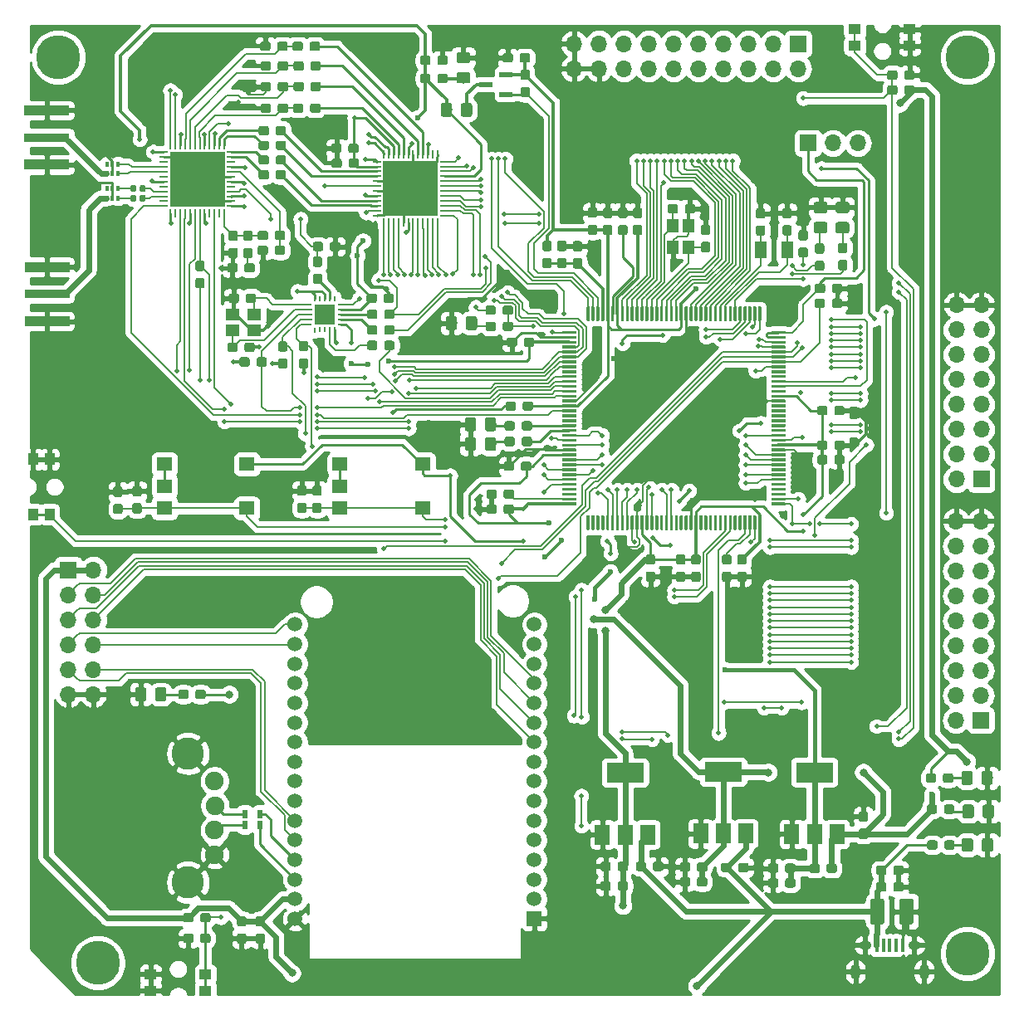
<source format=gbr>
G04 #@! TF.GenerationSoftware,KiCad,Pcbnew,5.1.0-unknown-ef3f773~94~ubuntu18.04.1*
G04 #@! TF.CreationDate,2019-06-07T10:46:44-05:00*
G04 #@! TF.ProjectId,shield_SDR_UN,73686965-6c64-45f5-9344-525f554e2e6b,rev?*
G04 #@! TF.SameCoordinates,Original*
G04 #@! TF.FileFunction,Copper,L1,Top*
G04 #@! TF.FilePolarity,Positive*
%FSLAX46Y46*%
G04 Gerber Fmt 4.6, Leading zero omitted, Abs format (unit mm)*
G04 Created by KiCad (PCBNEW 5.1.0-unknown-ef3f773~94~ubuntu18.04.1) date 2019-06-07 10:46:44*
%MOMM*%
%LPD*%
G04 APERTURE LIST*
%ADD10R,1.600200X1.397000*%
%ADD11O,1.700000X1.700000*%
%ADD12R,1.700000X1.700000*%
%ADD13C,0.160000*%
%ADD14C,0.950000*%
%ADD15C,1.425000*%
%ADD16C,0.300000*%
%ADD17C,1.523000*%
%ADD18R,1.523000X1.523000*%
%ADD19C,1.900000*%
%ADD20C,3.300000*%
%ADD21C,1.150000*%
%ADD22C,0.590000*%
%ADD23R,1.399540X1.198880*%
%ADD24R,1.500000X2.000000*%
%ADD25R,3.800000X2.000000*%
%ADD26R,5.588000X5.588000*%
%ADD27R,0.264800X0.807999*%
%ADD28R,0.807999X0.264800*%
%ADD29R,0.260000X0.620000*%
%ADD30R,0.620000X0.260000*%
%ADD31R,2.000000X2.000000*%
%ADD32R,0.304800X0.508000*%
%ADD33R,1.200000X1.000000*%
%ADD34R,1.000000X1.200000*%
%ADD35R,1.320800X0.558800*%
%ADD36R,4.560000X0.850000*%
%ADD37R,4.560000X1.000000*%
%ADD38O,1.000000X1.550000*%
%ADD39O,1.250000X0.950000*%
%ADD40R,0.400000X1.350000*%
%ADD41C,4.500000*%
%ADD42R,0.558800X0.863600*%
%ADD43R,1.198880X1.399540*%
%ADD44R,1.200000X1.800000*%
%ADD45C,0.500000*%
%ADD46C,0.600000*%
%ADD47C,0.800000*%
%ADD48C,0.700000*%
%ADD49C,0.250000*%
%ADD50C,0.300000*%
%ADD51C,0.600000*%
%ADD52C,0.400000*%
%ADD53C,0.254000*%
G04 APERTURE END LIST*
D10*
X88157400Y-87845800D03*
X88157400Y-83350000D03*
X79750000Y-83350000D03*
X79750000Y-85597900D03*
X79750000Y-87845800D03*
X106057400Y-87845800D03*
X106057400Y-83350000D03*
X97650000Y-83350000D03*
X97650000Y-85597900D03*
X97650000Y-87845800D03*
D11*
X150440000Y-50600000D03*
X147900000Y-50600000D03*
D12*
X145360000Y-50600000D03*
D13*
G36*
X115180779Y-83092144D02*
G01*
X115203834Y-83095563D01*
X115226443Y-83101227D01*
X115248387Y-83109079D01*
X115269457Y-83119044D01*
X115289448Y-83131026D01*
X115308168Y-83144910D01*
X115325438Y-83160562D01*
X115341090Y-83177832D01*
X115354974Y-83196552D01*
X115366956Y-83216543D01*
X115376921Y-83237613D01*
X115384773Y-83259557D01*
X115390437Y-83282166D01*
X115393856Y-83305221D01*
X115395000Y-83328500D01*
X115395000Y-83803500D01*
X115393856Y-83826779D01*
X115390437Y-83849834D01*
X115384773Y-83872443D01*
X115376921Y-83894387D01*
X115366956Y-83915457D01*
X115354974Y-83935448D01*
X115341090Y-83954168D01*
X115325438Y-83971438D01*
X115308168Y-83987090D01*
X115289448Y-84000974D01*
X115269457Y-84012956D01*
X115248387Y-84022921D01*
X115226443Y-84030773D01*
X115203834Y-84036437D01*
X115180779Y-84039856D01*
X115157500Y-84041000D01*
X114582500Y-84041000D01*
X114559221Y-84039856D01*
X114536166Y-84036437D01*
X114513557Y-84030773D01*
X114491613Y-84022921D01*
X114470543Y-84012956D01*
X114450552Y-84000974D01*
X114431832Y-83987090D01*
X114414562Y-83971438D01*
X114398910Y-83954168D01*
X114385026Y-83935448D01*
X114373044Y-83915457D01*
X114363079Y-83894387D01*
X114355227Y-83872443D01*
X114349563Y-83849834D01*
X114346144Y-83826779D01*
X114345000Y-83803500D01*
X114345000Y-83328500D01*
X114346144Y-83305221D01*
X114349563Y-83282166D01*
X114355227Y-83259557D01*
X114363079Y-83237613D01*
X114373044Y-83216543D01*
X114385026Y-83196552D01*
X114398910Y-83177832D01*
X114414562Y-83160562D01*
X114431832Y-83144910D01*
X114450552Y-83131026D01*
X114470543Y-83119044D01*
X114491613Y-83109079D01*
X114513557Y-83101227D01*
X114536166Y-83095563D01*
X114559221Y-83092144D01*
X114582500Y-83091000D01*
X115157500Y-83091000D01*
X115180779Y-83092144D01*
X115180779Y-83092144D01*
G37*
D14*
X114870000Y-83566000D03*
D13*
G36*
X116930779Y-83092144D02*
G01*
X116953834Y-83095563D01*
X116976443Y-83101227D01*
X116998387Y-83109079D01*
X117019457Y-83119044D01*
X117039448Y-83131026D01*
X117058168Y-83144910D01*
X117075438Y-83160562D01*
X117091090Y-83177832D01*
X117104974Y-83196552D01*
X117116956Y-83216543D01*
X117126921Y-83237613D01*
X117134773Y-83259557D01*
X117140437Y-83282166D01*
X117143856Y-83305221D01*
X117145000Y-83328500D01*
X117145000Y-83803500D01*
X117143856Y-83826779D01*
X117140437Y-83849834D01*
X117134773Y-83872443D01*
X117126921Y-83894387D01*
X117116956Y-83915457D01*
X117104974Y-83935448D01*
X117091090Y-83954168D01*
X117075438Y-83971438D01*
X117058168Y-83987090D01*
X117039448Y-84000974D01*
X117019457Y-84012956D01*
X116998387Y-84022921D01*
X116976443Y-84030773D01*
X116953834Y-84036437D01*
X116930779Y-84039856D01*
X116907500Y-84041000D01*
X116332500Y-84041000D01*
X116309221Y-84039856D01*
X116286166Y-84036437D01*
X116263557Y-84030773D01*
X116241613Y-84022921D01*
X116220543Y-84012956D01*
X116200552Y-84000974D01*
X116181832Y-83987090D01*
X116164562Y-83971438D01*
X116148910Y-83954168D01*
X116135026Y-83935448D01*
X116123044Y-83915457D01*
X116113079Y-83894387D01*
X116105227Y-83872443D01*
X116099563Y-83849834D01*
X116096144Y-83826779D01*
X116095000Y-83803500D01*
X116095000Y-83328500D01*
X116096144Y-83305221D01*
X116099563Y-83282166D01*
X116105227Y-83259557D01*
X116113079Y-83237613D01*
X116123044Y-83216543D01*
X116135026Y-83196552D01*
X116148910Y-83177832D01*
X116164562Y-83160562D01*
X116181832Y-83144910D01*
X116200552Y-83131026D01*
X116220543Y-83119044D01*
X116241613Y-83109079D01*
X116263557Y-83101227D01*
X116286166Y-83095563D01*
X116309221Y-83092144D01*
X116332500Y-83091000D01*
X116907500Y-83091000D01*
X116930779Y-83092144D01*
X116930779Y-83092144D01*
G37*
D14*
X116620000Y-83566000D03*
D13*
G36*
X154885779Y-124326144D02*
G01*
X154908834Y-124329563D01*
X154931443Y-124335227D01*
X154953387Y-124343079D01*
X154974457Y-124353044D01*
X154994448Y-124365026D01*
X155013168Y-124378910D01*
X155030438Y-124394562D01*
X155046090Y-124411832D01*
X155059974Y-124430552D01*
X155071956Y-124450543D01*
X155081921Y-124471613D01*
X155089773Y-124493557D01*
X155095437Y-124516166D01*
X155098856Y-124539221D01*
X155100000Y-124562500D01*
X155100000Y-125037500D01*
X155098856Y-125060779D01*
X155095437Y-125083834D01*
X155089773Y-125106443D01*
X155081921Y-125128387D01*
X155071956Y-125149457D01*
X155059974Y-125169448D01*
X155046090Y-125188168D01*
X155030438Y-125205438D01*
X155013168Y-125221090D01*
X154994448Y-125234974D01*
X154974457Y-125246956D01*
X154953387Y-125256921D01*
X154931443Y-125264773D01*
X154908834Y-125270437D01*
X154885779Y-125273856D01*
X154862500Y-125275000D01*
X154287500Y-125275000D01*
X154264221Y-125273856D01*
X154241166Y-125270437D01*
X154218557Y-125264773D01*
X154196613Y-125256921D01*
X154175543Y-125246956D01*
X154155552Y-125234974D01*
X154136832Y-125221090D01*
X154119562Y-125205438D01*
X154103910Y-125188168D01*
X154090026Y-125169448D01*
X154078044Y-125149457D01*
X154068079Y-125128387D01*
X154060227Y-125106443D01*
X154054563Y-125083834D01*
X154051144Y-125060779D01*
X154050000Y-125037500D01*
X154050000Y-124562500D01*
X154051144Y-124539221D01*
X154054563Y-124516166D01*
X154060227Y-124493557D01*
X154068079Y-124471613D01*
X154078044Y-124450543D01*
X154090026Y-124430552D01*
X154103910Y-124411832D01*
X154119562Y-124394562D01*
X154136832Y-124378910D01*
X154155552Y-124365026D01*
X154175543Y-124353044D01*
X154196613Y-124343079D01*
X154218557Y-124335227D01*
X154241166Y-124329563D01*
X154264221Y-124326144D01*
X154287500Y-124325000D01*
X154862500Y-124325000D01*
X154885779Y-124326144D01*
X154885779Y-124326144D01*
G37*
D14*
X154575000Y-124800000D03*
D13*
G36*
X153135779Y-124326144D02*
G01*
X153158834Y-124329563D01*
X153181443Y-124335227D01*
X153203387Y-124343079D01*
X153224457Y-124353044D01*
X153244448Y-124365026D01*
X153263168Y-124378910D01*
X153280438Y-124394562D01*
X153296090Y-124411832D01*
X153309974Y-124430552D01*
X153321956Y-124450543D01*
X153331921Y-124471613D01*
X153339773Y-124493557D01*
X153345437Y-124516166D01*
X153348856Y-124539221D01*
X153350000Y-124562500D01*
X153350000Y-125037500D01*
X153348856Y-125060779D01*
X153345437Y-125083834D01*
X153339773Y-125106443D01*
X153331921Y-125128387D01*
X153321956Y-125149457D01*
X153309974Y-125169448D01*
X153296090Y-125188168D01*
X153280438Y-125205438D01*
X153263168Y-125221090D01*
X153244448Y-125234974D01*
X153224457Y-125246956D01*
X153203387Y-125256921D01*
X153181443Y-125264773D01*
X153158834Y-125270437D01*
X153135779Y-125273856D01*
X153112500Y-125275000D01*
X152537500Y-125275000D01*
X152514221Y-125273856D01*
X152491166Y-125270437D01*
X152468557Y-125264773D01*
X152446613Y-125256921D01*
X152425543Y-125246956D01*
X152405552Y-125234974D01*
X152386832Y-125221090D01*
X152369562Y-125205438D01*
X152353910Y-125188168D01*
X152340026Y-125169448D01*
X152328044Y-125149457D01*
X152318079Y-125128387D01*
X152310227Y-125106443D01*
X152304563Y-125083834D01*
X152301144Y-125060779D01*
X152300000Y-125037500D01*
X152300000Y-124562500D01*
X152301144Y-124539221D01*
X152304563Y-124516166D01*
X152310227Y-124493557D01*
X152318079Y-124471613D01*
X152328044Y-124450543D01*
X152340026Y-124430552D01*
X152353910Y-124411832D01*
X152369562Y-124394562D01*
X152386832Y-124378910D01*
X152405552Y-124365026D01*
X152425543Y-124353044D01*
X152446613Y-124343079D01*
X152468557Y-124335227D01*
X152491166Y-124329563D01*
X152514221Y-124326144D01*
X152537500Y-124325000D01*
X153112500Y-124325000D01*
X153135779Y-124326144D01*
X153135779Y-124326144D01*
G37*
D14*
X152825000Y-124800000D03*
D13*
G36*
X154885779Y-126026144D02*
G01*
X154908834Y-126029563D01*
X154931443Y-126035227D01*
X154953387Y-126043079D01*
X154974457Y-126053044D01*
X154994448Y-126065026D01*
X155013168Y-126078910D01*
X155030438Y-126094562D01*
X155046090Y-126111832D01*
X155059974Y-126130552D01*
X155071956Y-126150543D01*
X155081921Y-126171613D01*
X155089773Y-126193557D01*
X155095437Y-126216166D01*
X155098856Y-126239221D01*
X155100000Y-126262500D01*
X155100000Y-126737500D01*
X155098856Y-126760779D01*
X155095437Y-126783834D01*
X155089773Y-126806443D01*
X155081921Y-126828387D01*
X155071956Y-126849457D01*
X155059974Y-126869448D01*
X155046090Y-126888168D01*
X155030438Y-126905438D01*
X155013168Y-126921090D01*
X154994448Y-126934974D01*
X154974457Y-126946956D01*
X154953387Y-126956921D01*
X154931443Y-126964773D01*
X154908834Y-126970437D01*
X154885779Y-126973856D01*
X154862500Y-126975000D01*
X154287500Y-126975000D01*
X154264221Y-126973856D01*
X154241166Y-126970437D01*
X154218557Y-126964773D01*
X154196613Y-126956921D01*
X154175543Y-126946956D01*
X154155552Y-126934974D01*
X154136832Y-126921090D01*
X154119562Y-126905438D01*
X154103910Y-126888168D01*
X154090026Y-126869448D01*
X154078044Y-126849457D01*
X154068079Y-126828387D01*
X154060227Y-126806443D01*
X154054563Y-126783834D01*
X154051144Y-126760779D01*
X154050000Y-126737500D01*
X154050000Y-126262500D01*
X154051144Y-126239221D01*
X154054563Y-126216166D01*
X154060227Y-126193557D01*
X154068079Y-126171613D01*
X154078044Y-126150543D01*
X154090026Y-126130552D01*
X154103910Y-126111832D01*
X154119562Y-126094562D01*
X154136832Y-126078910D01*
X154155552Y-126065026D01*
X154175543Y-126053044D01*
X154196613Y-126043079D01*
X154218557Y-126035227D01*
X154241166Y-126029563D01*
X154264221Y-126026144D01*
X154287500Y-126025000D01*
X154862500Y-126025000D01*
X154885779Y-126026144D01*
X154885779Y-126026144D01*
G37*
D14*
X154575000Y-126500000D03*
D13*
G36*
X153135779Y-126026144D02*
G01*
X153158834Y-126029563D01*
X153181443Y-126035227D01*
X153203387Y-126043079D01*
X153224457Y-126053044D01*
X153244448Y-126065026D01*
X153263168Y-126078910D01*
X153280438Y-126094562D01*
X153296090Y-126111832D01*
X153309974Y-126130552D01*
X153321956Y-126150543D01*
X153331921Y-126171613D01*
X153339773Y-126193557D01*
X153345437Y-126216166D01*
X153348856Y-126239221D01*
X153350000Y-126262500D01*
X153350000Y-126737500D01*
X153348856Y-126760779D01*
X153345437Y-126783834D01*
X153339773Y-126806443D01*
X153331921Y-126828387D01*
X153321956Y-126849457D01*
X153309974Y-126869448D01*
X153296090Y-126888168D01*
X153280438Y-126905438D01*
X153263168Y-126921090D01*
X153244448Y-126934974D01*
X153224457Y-126946956D01*
X153203387Y-126956921D01*
X153181443Y-126964773D01*
X153158834Y-126970437D01*
X153135779Y-126973856D01*
X153112500Y-126975000D01*
X152537500Y-126975000D01*
X152514221Y-126973856D01*
X152491166Y-126970437D01*
X152468557Y-126964773D01*
X152446613Y-126956921D01*
X152425543Y-126946956D01*
X152405552Y-126934974D01*
X152386832Y-126921090D01*
X152369562Y-126905438D01*
X152353910Y-126888168D01*
X152340026Y-126869448D01*
X152328044Y-126849457D01*
X152318079Y-126828387D01*
X152310227Y-126806443D01*
X152304563Y-126783834D01*
X152301144Y-126760779D01*
X152300000Y-126737500D01*
X152300000Y-126262500D01*
X152301144Y-126239221D01*
X152304563Y-126216166D01*
X152310227Y-126193557D01*
X152318079Y-126171613D01*
X152328044Y-126150543D01*
X152340026Y-126130552D01*
X152353910Y-126111832D01*
X152369562Y-126094562D01*
X152386832Y-126078910D01*
X152405552Y-126065026D01*
X152425543Y-126053044D01*
X152446613Y-126043079D01*
X152468557Y-126035227D01*
X152491166Y-126029563D01*
X152514221Y-126026144D01*
X152537500Y-126025000D01*
X153112500Y-126025000D01*
X153135779Y-126026144D01*
X153135779Y-126026144D01*
G37*
D14*
X152825000Y-126500000D03*
D13*
G36*
X155874504Y-127676204D02*
G01*
X155898773Y-127679804D01*
X155922571Y-127685765D01*
X155945671Y-127694030D01*
X155967849Y-127704520D01*
X155988893Y-127717133D01*
X156008598Y-127731747D01*
X156026777Y-127748223D01*
X156043253Y-127766402D01*
X156057867Y-127786107D01*
X156070480Y-127807151D01*
X156080970Y-127829329D01*
X156089235Y-127852429D01*
X156095196Y-127876227D01*
X156098796Y-127900496D01*
X156100000Y-127925000D01*
X156100000Y-130075000D01*
X156098796Y-130099504D01*
X156095196Y-130123773D01*
X156089235Y-130147571D01*
X156080970Y-130170671D01*
X156070480Y-130192849D01*
X156057867Y-130213893D01*
X156043253Y-130233598D01*
X156026777Y-130251777D01*
X156008598Y-130268253D01*
X155988893Y-130282867D01*
X155967849Y-130295480D01*
X155945671Y-130305970D01*
X155922571Y-130314235D01*
X155898773Y-130320196D01*
X155874504Y-130323796D01*
X155850000Y-130325000D01*
X154925000Y-130325000D01*
X154900496Y-130323796D01*
X154876227Y-130320196D01*
X154852429Y-130314235D01*
X154829329Y-130305970D01*
X154807151Y-130295480D01*
X154786107Y-130282867D01*
X154766402Y-130268253D01*
X154748223Y-130251777D01*
X154731747Y-130233598D01*
X154717133Y-130213893D01*
X154704520Y-130192849D01*
X154694030Y-130170671D01*
X154685765Y-130147571D01*
X154679804Y-130123773D01*
X154676204Y-130099504D01*
X154675000Y-130075000D01*
X154675000Y-127925000D01*
X154676204Y-127900496D01*
X154679804Y-127876227D01*
X154685765Y-127852429D01*
X154694030Y-127829329D01*
X154704520Y-127807151D01*
X154717133Y-127786107D01*
X154731747Y-127766402D01*
X154748223Y-127748223D01*
X154766402Y-127731747D01*
X154786107Y-127717133D01*
X154807151Y-127704520D01*
X154829329Y-127694030D01*
X154852429Y-127685765D01*
X154876227Y-127679804D01*
X154900496Y-127676204D01*
X154925000Y-127675000D01*
X155850000Y-127675000D01*
X155874504Y-127676204D01*
X155874504Y-127676204D01*
G37*
D15*
X155387500Y-129000000D03*
D13*
G36*
X152899504Y-127676204D02*
G01*
X152923773Y-127679804D01*
X152947571Y-127685765D01*
X152970671Y-127694030D01*
X152992849Y-127704520D01*
X153013893Y-127717133D01*
X153033598Y-127731747D01*
X153051777Y-127748223D01*
X153068253Y-127766402D01*
X153082867Y-127786107D01*
X153095480Y-127807151D01*
X153105970Y-127829329D01*
X153114235Y-127852429D01*
X153120196Y-127876227D01*
X153123796Y-127900496D01*
X153125000Y-127925000D01*
X153125000Y-130075000D01*
X153123796Y-130099504D01*
X153120196Y-130123773D01*
X153114235Y-130147571D01*
X153105970Y-130170671D01*
X153095480Y-130192849D01*
X153082867Y-130213893D01*
X153068253Y-130233598D01*
X153051777Y-130251777D01*
X153033598Y-130268253D01*
X153013893Y-130282867D01*
X152992849Y-130295480D01*
X152970671Y-130305970D01*
X152947571Y-130314235D01*
X152923773Y-130320196D01*
X152899504Y-130323796D01*
X152875000Y-130325000D01*
X151950000Y-130325000D01*
X151925496Y-130323796D01*
X151901227Y-130320196D01*
X151877429Y-130314235D01*
X151854329Y-130305970D01*
X151832151Y-130295480D01*
X151811107Y-130282867D01*
X151791402Y-130268253D01*
X151773223Y-130251777D01*
X151756747Y-130233598D01*
X151742133Y-130213893D01*
X151729520Y-130192849D01*
X151719030Y-130170671D01*
X151710765Y-130147571D01*
X151704804Y-130123773D01*
X151701204Y-130099504D01*
X151700000Y-130075000D01*
X151700000Y-127925000D01*
X151701204Y-127900496D01*
X151704804Y-127876227D01*
X151710765Y-127852429D01*
X151719030Y-127829329D01*
X151729520Y-127807151D01*
X151742133Y-127786107D01*
X151756747Y-127766402D01*
X151773223Y-127748223D01*
X151791402Y-127731747D01*
X151811107Y-127717133D01*
X151832151Y-127704520D01*
X151854329Y-127694030D01*
X151877429Y-127685765D01*
X151901227Y-127679804D01*
X151925496Y-127676204D01*
X151950000Y-127675000D01*
X152875000Y-127675000D01*
X152899504Y-127676204D01*
X152899504Y-127676204D01*
G37*
D15*
X152412500Y-129000000D03*
D13*
G36*
X143014351Y-69775361D02*
G01*
X143021632Y-69776441D01*
X143028771Y-69778229D01*
X143035701Y-69780709D01*
X143042355Y-69783856D01*
X143048668Y-69787640D01*
X143054579Y-69792024D01*
X143060033Y-69796967D01*
X143064976Y-69802421D01*
X143069360Y-69808332D01*
X143073144Y-69814645D01*
X143076291Y-69821299D01*
X143078771Y-69828229D01*
X143080559Y-69835368D01*
X143081639Y-69842649D01*
X143082000Y-69850000D01*
X143082000Y-70000000D01*
X143081639Y-70007351D01*
X143080559Y-70014632D01*
X143078771Y-70021771D01*
X143076291Y-70028701D01*
X143073144Y-70035355D01*
X143069360Y-70041668D01*
X143064976Y-70047579D01*
X143060033Y-70053033D01*
X143054579Y-70057976D01*
X143048668Y-70062360D01*
X143042355Y-70066144D01*
X143035701Y-70069291D01*
X143028771Y-70071771D01*
X143021632Y-70073559D01*
X143014351Y-70074639D01*
X143007000Y-70075000D01*
X141682000Y-70075000D01*
X141674649Y-70074639D01*
X141667368Y-70073559D01*
X141660229Y-70071771D01*
X141653299Y-70069291D01*
X141646645Y-70066144D01*
X141640332Y-70062360D01*
X141634421Y-70057976D01*
X141628967Y-70053033D01*
X141624024Y-70047579D01*
X141619640Y-70041668D01*
X141615856Y-70035355D01*
X141612709Y-70028701D01*
X141610229Y-70021771D01*
X141608441Y-70014632D01*
X141607361Y-70007351D01*
X141607000Y-70000000D01*
X141607000Y-69850000D01*
X141607361Y-69842649D01*
X141608441Y-69835368D01*
X141610229Y-69828229D01*
X141612709Y-69821299D01*
X141615856Y-69814645D01*
X141619640Y-69808332D01*
X141624024Y-69802421D01*
X141628967Y-69796967D01*
X141634421Y-69792024D01*
X141640332Y-69787640D01*
X141646645Y-69783856D01*
X141653299Y-69780709D01*
X141660229Y-69778229D01*
X141667368Y-69776441D01*
X141674649Y-69775361D01*
X141682000Y-69775000D01*
X143007000Y-69775000D01*
X143014351Y-69775361D01*
X143014351Y-69775361D01*
G37*
D16*
X142344500Y-69925000D03*
D13*
G36*
X143014351Y-70275361D02*
G01*
X143021632Y-70276441D01*
X143028771Y-70278229D01*
X143035701Y-70280709D01*
X143042355Y-70283856D01*
X143048668Y-70287640D01*
X143054579Y-70292024D01*
X143060033Y-70296967D01*
X143064976Y-70302421D01*
X143069360Y-70308332D01*
X143073144Y-70314645D01*
X143076291Y-70321299D01*
X143078771Y-70328229D01*
X143080559Y-70335368D01*
X143081639Y-70342649D01*
X143082000Y-70350000D01*
X143082000Y-70500000D01*
X143081639Y-70507351D01*
X143080559Y-70514632D01*
X143078771Y-70521771D01*
X143076291Y-70528701D01*
X143073144Y-70535355D01*
X143069360Y-70541668D01*
X143064976Y-70547579D01*
X143060033Y-70553033D01*
X143054579Y-70557976D01*
X143048668Y-70562360D01*
X143042355Y-70566144D01*
X143035701Y-70569291D01*
X143028771Y-70571771D01*
X143021632Y-70573559D01*
X143014351Y-70574639D01*
X143007000Y-70575000D01*
X141682000Y-70575000D01*
X141674649Y-70574639D01*
X141667368Y-70573559D01*
X141660229Y-70571771D01*
X141653299Y-70569291D01*
X141646645Y-70566144D01*
X141640332Y-70562360D01*
X141634421Y-70557976D01*
X141628967Y-70553033D01*
X141624024Y-70547579D01*
X141619640Y-70541668D01*
X141615856Y-70535355D01*
X141612709Y-70528701D01*
X141610229Y-70521771D01*
X141608441Y-70514632D01*
X141607361Y-70507351D01*
X141607000Y-70500000D01*
X141607000Y-70350000D01*
X141607361Y-70342649D01*
X141608441Y-70335368D01*
X141610229Y-70328229D01*
X141612709Y-70321299D01*
X141615856Y-70314645D01*
X141619640Y-70308332D01*
X141624024Y-70302421D01*
X141628967Y-70296967D01*
X141634421Y-70292024D01*
X141640332Y-70287640D01*
X141646645Y-70283856D01*
X141653299Y-70280709D01*
X141660229Y-70278229D01*
X141667368Y-70276441D01*
X141674649Y-70275361D01*
X141682000Y-70275000D01*
X143007000Y-70275000D01*
X143014351Y-70275361D01*
X143014351Y-70275361D01*
G37*
D16*
X142344500Y-70425000D03*
D13*
G36*
X143014351Y-70775361D02*
G01*
X143021632Y-70776441D01*
X143028771Y-70778229D01*
X143035701Y-70780709D01*
X143042355Y-70783856D01*
X143048668Y-70787640D01*
X143054579Y-70792024D01*
X143060033Y-70796967D01*
X143064976Y-70802421D01*
X143069360Y-70808332D01*
X143073144Y-70814645D01*
X143076291Y-70821299D01*
X143078771Y-70828229D01*
X143080559Y-70835368D01*
X143081639Y-70842649D01*
X143082000Y-70850000D01*
X143082000Y-71000000D01*
X143081639Y-71007351D01*
X143080559Y-71014632D01*
X143078771Y-71021771D01*
X143076291Y-71028701D01*
X143073144Y-71035355D01*
X143069360Y-71041668D01*
X143064976Y-71047579D01*
X143060033Y-71053033D01*
X143054579Y-71057976D01*
X143048668Y-71062360D01*
X143042355Y-71066144D01*
X143035701Y-71069291D01*
X143028771Y-71071771D01*
X143021632Y-71073559D01*
X143014351Y-71074639D01*
X143007000Y-71075000D01*
X141682000Y-71075000D01*
X141674649Y-71074639D01*
X141667368Y-71073559D01*
X141660229Y-71071771D01*
X141653299Y-71069291D01*
X141646645Y-71066144D01*
X141640332Y-71062360D01*
X141634421Y-71057976D01*
X141628967Y-71053033D01*
X141624024Y-71047579D01*
X141619640Y-71041668D01*
X141615856Y-71035355D01*
X141612709Y-71028701D01*
X141610229Y-71021771D01*
X141608441Y-71014632D01*
X141607361Y-71007351D01*
X141607000Y-71000000D01*
X141607000Y-70850000D01*
X141607361Y-70842649D01*
X141608441Y-70835368D01*
X141610229Y-70828229D01*
X141612709Y-70821299D01*
X141615856Y-70814645D01*
X141619640Y-70808332D01*
X141624024Y-70802421D01*
X141628967Y-70796967D01*
X141634421Y-70792024D01*
X141640332Y-70787640D01*
X141646645Y-70783856D01*
X141653299Y-70780709D01*
X141660229Y-70778229D01*
X141667368Y-70776441D01*
X141674649Y-70775361D01*
X141682000Y-70775000D01*
X143007000Y-70775000D01*
X143014351Y-70775361D01*
X143014351Y-70775361D01*
G37*
D16*
X142344500Y-70925000D03*
D13*
G36*
X143014351Y-71275361D02*
G01*
X143021632Y-71276441D01*
X143028771Y-71278229D01*
X143035701Y-71280709D01*
X143042355Y-71283856D01*
X143048668Y-71287640D01*
X143054579Y-71292024D01*
X143060033Y-71296967D01*
X143064976Y-71302421D01*
X143069360Y-71308332D01*
X143073144Y-71314645D01*
X143076291Y-71321299D01*
X143078771Y-71328229D01*
X143080559Y-71335368D01*
X143081639Y-71342649D01*
X143082000Y-71350000D01*
X143082000Y-71500000D01*
X143081639Y-71507351D01*
X143080559Y-71514632D01*
X143078771Y-71521771D01*
X143076291Y-71528701D01*
X143073144Y-71535355D01*
X143069360Y-71541668D01*
X143064976Y-71547579D01*
X143060033Y-71553033D01*
X143054579Y-71557976D01*
X143048668Y-71562360D01*
X143042355Y-71566144D01*
X143035701Y-71569291D01*
X143028771Y-71571771D01*
X143021632Y-71573559D01*
X143014351Y-71574639D01*
X143007000Y-71575000D01*
X141682000Y-71575000D01*
X141674649Y-71574639D01*
X141667368Y-71573559D01*
X141660229Y-71571771D01*
X141653299Y-71569291D01*
X141646645Y-71566144D01*
X141640332Y-71562360D01*
X141634421Y-71557976D01*
X141628967Y-71553033D01*
X141624024Y-71547579D01*
X141619640Y-71541668D01*
X141615856Y-71535355D01*
X141612709Y-71528701D01*
X141610229Y-71521771D01*
X141608441Y-71514632D01*
X141607361Y-71507351D01*
X141607000Y-71500000D01*
X141607000Y-71350000D01*
X141607361Y-71342649D01*
X141608441Y-71335368D01*
X141610229Y-71328229D01*
X141612709Y-71321299D01*
X141615856Y-71314645D01*
X141619640Y-71308332D01*
X141624024Y-71302421D01*
X141628967Y-71296967D01*
X141634421Y-71292024D01*
X141640332Y-71287640D01*
X141646645Y-71283856D01*
X141653299Y-71280709D01*
X141660229Y-71278229D01*
X141667368Y-71276441D01*
X141674649Y-71275361D01*
X141682000Y-71275000D01*
X143007000Y-71275000D01*
X143014351Y-71275361D01*
X143014351Y-71275361D01*
G37*
D16*
X142344500Y-71425000D03*
D13*
G36*
X143014351Y-71775361D02*
G01*
X143021632Y-71776441D01*
X143028771Y-71778229D01*
X143035701Y-71780709D01*
X143042355Y-71783856D01*
X143048668Y-71787640D01*
X143054579Y-71792024D01*
X143060033Y-71796967D01*
X143064976Y-71802421D01*
X143069360Y-71808332D01*
X143073144Y-71814645D01*
X143076291Y-71821299D01*
X143078771Y-71828229D01*
X143080559Y-71835368D01*
X143081639Y-71842649D01*
X143082000Y-71850000D01*
X143082000Y-72000000D01*
X143081639Y-72007351D01*
X143080559Y-72014632D01*
X143078771Y-72021771D01*
X143076291Y-72028701D01*
X143073144Y-72035355D01*
X143069360Y-72041668D01*
X143064976Y-72047579D01*
X143060033Y-72053033D01*
X143054579Y-72057976D01*
X143048668Y-72062360D01*
X143042355Y-72066144D01*
X143035701Y-72069291D01*
X143028771Y-72071771D01*
X143021632Y-72073559D01*
X143014351Y-72074639D01*
X143007000Y-72075000D01*
X141682000Y-72075000D01*
X141674649Y-72074639D01*
X141667368Y-72073559D01*
X141660229Y-72071771D01*
X141653299Y-72069291D01*
X141646645Y-72066144D01*
X141640332Y-72062360D01*
X141634421Y-72057976D01*
X141628967Y-72053033D01*
X141624024Y-72047579D01*
X141619640Y-72041668D01*
X141615856Y-72035355D01*
X141612709Y-72028701D01*
X141610229Y-72021771D01*
X141608441Y-72014632D01*
X141607361Y-72007351D01*
X141607000Y-72000000D01*
X141607000Y-71850000D01*
X141607361Y-71842649D01*
X141608441Y-71835368D01*
X141610229Y-71828229D01*
X141612709Y-71821299D01*
X141615856Y-71814645D01*
X141619640Y-71808332D01*
X141624024Y-71802421D01*
X141628967Y-71796967D01*
X141634421Y-71792024D01*
X141640332Y-71787640D01*
X141646645Y-71783856D01*
X141653299Y-71780709D01*
X141660229Y-71778229D01*
X141667368Y-71776441D01*
X141674649Y-71775361D01*
X141682000Y-71775000D01*
X143007000Y-71775000D01*
X143014351Y-71775361D01*
X143014351Y-71775361D01*
G37*
D16*
X142344500Y-71925000D03*
D13*
G36*
X143014351Y-72275361D02*
G01*
X143021632Y-72276441D01*
X143028771Y-72278229D01*
X143035701Y-72280709D01*
X143042355Y-72283856D01*
X143048668Y-72287640D01*
X143054579Y-72292024D01*
X143060033Y-72296967D01*
X143064976Y-72302421D01*
X143069360Y-72308332D01*
X143073144Y-72314645D01*
X143076291Y-72321299D01*
X143078771Y-72328229D01*
X143080559Y-72335368D01*
X143081639Y-72342649D01*
X143082000Y-72350000D01*
X143082000Y-72500000D01*
X143081639Y-72507351D01*
X143080559Y-72514632D01*
X143078771Y-72521771D01*
X143076291Y-72528701D01*
X143073144Y-72535355D01*
X143069360Y-72541668D01*
X143064976Y-72547579D01*
X143060033Y-72553033D01*
X143054579Y-72557976D01*
X143048668Y-72562360D01*
X143042355Y-72566144D01*
X143035701Y-72569291D01*
X143028771Y-72571771D01*
X143021632Y-72573559D01*
X143014351Y-72574639D01*
X143007000Y-72575000D01*
X141682000Y-72575000D01*
X141674649Y-72574639D01*
X141667368Y-72573559D01*
X141660229Y-72571771D01*
X141653299Y-72569291D01*
X141646645Y-72566144D01*
X141640332Y-72562360D01*
X141634421Y-72557976D01*
X141628967Y-72553033D01*
X141624024Y-72547579D01*
X141619640Y-72541668D01*
X141615856Y-72535355D01*
X141612709Y-72528701D01*
X141610229Y-72521771D01*
X141608441Y-72514632D01*
X141607361Y-72507351D01*
X141607000Y-72500000D01*
X141607000Y-72350000D01*
X141607361Y-72342649D01*
X141608441Y-72335368D01*
X141610229Y-72328229D01*
X141612709Y-72321299D01*
X141615856Y-72314645D01*
X141619640Y-72308332D01*
X141624024Y-72302421D01*
X141628967Y-72296967D01*
X141634421Y-72292024D01*
X141640332Y-72287640D01*
X141646645Y-72283856D01*
X141653299Y-72280709D01*
X141660229Y-72278229D01*
X141667368Y-72276441D01*
X141674649Y-72275361D01*
X141682000Y-72275000D01*
X143007000Y-72275000D01*
X143014351Y-72275361D01*
X143014351Y-72275361D01*
G37*
D16*
X142344500Y-72425000D03*
D13*
G36*
X143014351Y-72775361D02*
G01*
X143021632Y-72776441D01*
X143028771Y-72778229D01*
X143035701Y-72780709D01*
X143042355Y-72783856D01*
X143048668Y-72787640D01*
X143054579Y-72792024D01*
X143060033Y-72796967D01*
X143064976Y-72802421D01*
X143069360Y-72808332D01*
X143073144Y-72814645D01*
X143076291Y-72821299D01*
X143078771Y-72828229D01*
X143080559Y-72835368D01*
X143081639Y-72842649D01*
X143082000Y-72850000D01*
X143082000Y-73000000D01*
X143081639Y-73007351D01*
X143080559Y-73014632D01*
X143078771Y-73021771D01*
X143076291Y-73028701D01*
X143073144Y-73035355D01*
X143069360Y-73041668D01*
X143064976Y-73047579D01*
X143060033Y-73053033D01*
X143054579Y-73057976D01*
X143048668Y-73062360D01*
X143042355Y-73066144D01*
X143035701Y-73069291D01*
X143028771Y-73071771D01*
X143021632Y-73073559D01*
X143014351Y-73074639D01*
X143007000Y-73075000D01*
X141682000Y-73075000D01*
X141674649Y-73074639D01*
X141667368Y-73073559D01*
X141660229Y-73071771D01*
X141653299Y-73069291D01*
X141646645Y-73066144D01*
X141640332Y-73062360D01*
X141634421Y-73057976D01*
X141628967Y-73053033D01*
X141624024Y-73047579D01*
X141619640Y-73041668D01*
X141615856Y-73035355D01*
X141612709Y-73028701D01*
X141610229Y-73021771D01*
X141608441Y-73014632D01*
X141607361Y-73007351D01*
X141607000Y-73000000D01*
X141607000Y-72850000D01*
X141607361Y-72842649D01*
X141608441Y-72835368D01*
X141610229Y-72828229D01*
X141612709Y-72821299D01*
X141615856Y-72814645D01*
X141619640Y-72808332D01*
X141624024Y-72802421D01*
X141628967Y-72796967D01*
X141634421Y-72792024D01*
X141640332Y-72787640D01*
X141646645Y-72783856D01*
X141653299Y-72780709D01*
X141660229Y-72778229D01*
X141667368Y-72776441D01*
X141674649Y-72775361D01*
X141682000Y-72775000D01*
X143007000Y-72775000D01*
X143014351Y-72775361D01*
X143014351Y-72775361D01*
G37*
D16*
X142344500Y-72925000D03*
D13*
G36*
X143014351Y-73275361D02*
G01*
X143021632Y-73276441D01*
X143028771Y-73278229D01*
X143035701Y-73280709D01*
X143042355Y-73283856D01*
X143048668Y-73287640D01*
X143054579Y-73292024D01*
X143060033Y-73296967D01*
X143064976Y-73302421D01*
X143069360Y-73308332D01*
X143073144Y-73314645D01*
X143076291Y-73321299D01*
X143078771Y-73328229D01*
X143080559Y-73335368D01*
X143081639Y-73342649D01*
X143082000Y-73350000D01*
X143082000Y-73500000D01*
X143081639Y-73507351D01*
X143080559Y-73514632D01*
X143078771Y-73521771D01*
X143076291Y-73528701D01*
X143073144Y-73535355D01*
X143069360Y-73541668D01*
X143064976Y-73547579D01*
X143060033Y-73553033D01*
X143054579Y-73557976D01*
X143048668Y-73562360D01*
X143042355Y-73566144D01*
X143035701Y-73569291D01*
X143028771Y-73571771D01*
X143021632Y-73573559D01*
X143014351Y-73574639D01*
X143007000Y-73575000D01*
X141682000Y-73575000D01*
X141674649Y-73574639D01*
X141667368Y-73573559D01*
X141660229Y-73571771D01*
X141653299Y-73569291D01*
X141646645Y-73566144D01*
X141640332Y-73562360D01*
X141634421Y-73557976D01*
X141628967Y-73553033D01*
X141624024Y-73547579D01*
X141619640Y-73541668D01*
X141615856Y-73535355D01*
X141612709Y-73528701D01*
X141610229Y-73521771D01*
X141608441Y-73514632D01*
X141607361Y-73507351D01*
X141607000Y-73500000D01*
X141607000Y-73350000D01*
X141607361Y-73342649D01*
X141608441Y-73335368D01*
X141610229Y-73328229D01*
X141612709Y-73321299D01*
X141615856Y-73314645D01*
X141619640Y-73308332D01*
X141624024Y-73302421D01*
X141628967Y-73296967D01*
X141634421Y-73292024D01*
X141640332Y-73287640D01*
X141646645Y-73283856D01*
X141653299Y-73280709D01*
X141660229Y-73278229D01*
X141667368Y-73276441D01*
X141674649Y-73275361D01*
X141682000Y-73275000D01*
X143007000Y-73275000D01*
X143014351Y-73275361D01*
X143014351Y-73275361D01*
G37*
D16*
X142344500Y-73425000D03*
D13*
G36*
X143014351Y-73775361D02*
G01*
X143021632Y-73776441D01*
X143028771Y-73778229D01*
X143035701Y-73780709D01*
X143042355Y-73783856D01*
X143048668Y-73787640D01*
X143054579Y-73792024D01*
X143060033Y-73796967D01*
X143064976Y-73802421D01*
X143069360Y-73808332D01*
X143073144Y-73814645D01*
X143076291Y-73821299D01*
X143078771Y-73828229D01*
X143080559Y-73835368D01*
X143081639Y-73842649D01*
X143082000Y-73850000D01*
X143082000Y-74000000D01*
X143081639Y-74007351D01*
X143080559Y-74014632D01*
X143078771Y-74021771D01*
X143076291Y-74028701D01*
X143073144Y-74035355D01*
X143069360Y-74041668D01*
X143064976Y-74047579D01*
X143060033Y-74053033D01*
X143054579Y-74057976D01*
X143048668Y-74062360D01*
X143042355Y-74066144D01*
X143035701Y-74069291D01*
X143028771Y-74071771D01*
X143021632Y-74073559D01*
X143014351Y-74074639D01*
X143007000Y-74075000D01*
X141682000Y-74075000D01*
X141674649Y-74074639D01*
X141667368Y-74073559D01*
X141660229Y-74071771D01*
X141653299Y-74069291D01*
X141646645Y-74066144D01*
X141640332Y-74062360D01*
X141634421Y-74057976D01*
X141628967Y-74053033D01*
X141624024Y-74047579D01*
X141619640Y-74041668D01*
X141615856Y-74035355D01*
X141612709Y-74028701D01*
X141610229Y-74021771D01*
X141608441Y-74014632D01*
X141607361Y-74007351D01*
X141607000Y-74000000D01*
X141607000Y-73850000D01*
X141607361Y-73842649D01*
X141608441Y-73835368D01*
X141610229Y-73828229D01*
X141612709Y-73821299D01*
X141615856Y-73814645D01*
X141619640Y-73808332D01*
X141624024Y-73802421D01*
X141628967Y-73796967D01*
X141634421Y-73792024D01*
X141640332Y-73787640D01*
X141646645Y-73783856D01*
X141653299Y-73780709D01*
X141660229Y-73778229D01*
X141667368Y-73776441D01*
X141674649Y-73775361D01*
X141682000Y-73775000D01*
X143007000Y-73775000D01*
X143014351Y-73775361D01*
X143014351Y-73775361D01*
G37*
D16*
X142344500Y-73925000D03*
D13*
G36*
X143014351Y-74275361D02*
G01*
X143021632Y-74276441D01*
X143028771Y-74278229D01*
X143035701Y-74280709D01*
X143042355Y-74283856D01*
X143048668Y-74287640D01*
X143054579Y-74292024D01*
X143060033Y-74296967D01*
X143064976Y-74302421D01*
X143069360Y-74308332D01*
X143073144Y-74314645D01*
X143076291Y-74321299D01*
X143078771Y-74328229D01*
X143080559Y-74335368D01*
X143081639Y-74342649D01*
X143082000Y-74350000D01*
X143082000Y-74500000D01*
X143081639Y-74507351D01*
X143080559Y-74514632D01*
X143078771Y-74521771D01*
X143076291Y-74528701D01*
X143073144Y-74535355D01*
X143069360Y-74541668D01*
X143064976Y-74547579D01*
X143060033Y-74553033D01*
X143054579Y-74557976D01*
X143048668Y-74562360D01*
X143042355Y-74566144D01*
X143035701Y-74569291D01*
X143028771Y-74571771D01*
X143021632Y-74573559D01*
X143014351Y-74574639D01*
X143007000Y-74575000D01*
X141682000Y-74575000D01*
X141674649Y-74574639D01*
X141667368Y-74573559D01*
X141660229Y-74571771D01*
X141653299Y-74569291D01*
X141646645Y-74566144D01*
X141640332Y-74562360D01*
X141634421Y-74557976D01*
X141628967Y-74553033D01*
X141624024Y-74547579D01*
X141619640Y-74541668D01*
X141615856Y-74535355D01*
X141612709Y-74528701D01*
X141610229Y-74521771D01*
X141608441Y-74514632D01*
X141607361Y-74507351D01*
X141607000Y-74500000D01*
X141607000Y-74350000D01*
X141607361Y-74342649D01*
X141608441Y-74335368D01*
X141610229Y-74328229D01*
X141612709Y-74321299D01*
X141615856Y-74314645D01*
X141619640Y-74308332D01*
X141624024Y-74302421D01*
X141628967Y-74296967D01*
X141634421Y-74292024D01*
X141640332Y-74287640D01*
X141646645Y-74283856D01*
X141653299Y-74280709D01*
X141660229Y-74278229D01*
X141667368Y-74276441D01*
X141674649Y-74275361D01*
X141682000Y-74275000D01*
X143007000Y-74275000D01*
X143014351Y-74275361D01*
X143014351Y-74275361D01*
G37*
D16*
X142344500Y-74425000D03*
D13*
G36*
X143014351Y-74775361D02*
G01*
X143021632Y-74776441D01*
X143028771Y-74778229D01*
X143035701Y-74780709D01*
X143042355Y-74783856D01*
X143048668Y-74787640D01*
X143054579Y-74792024D01*
X143060033Y-74796967D01*
X143064976Y-74802421D01*
X143069360Y-74808332D01*
X143073144Y-74814645D01*
X143076291Y-74821299D01*
X143078771Y-74828229D01*
X143080559Y-74835368D01*
X143081639Y-74842649D01*
X143082000Y-74850000D01*
X143082000Y-75000000D01*
X143081639Y-75007351D01*
X143080559Y-75014632D01*
X143078771Y-75021771D01*
X143076291Y-75028701D01*
X143073144Y-75035355D01*
X143069360Y-75041668D01*
X143064976Y-75047579D01*
X143060033Y-75053033D01*
X143054579Y-75057976D01*
X143048668Y-75062360D01*
X143042355Y-75066144D01*
X143035701Y-75069291D01*
X143028771Y-75071771D01*
X143021632Y-75073559D01*
X143014351Y-75074639D01*
X143007000Y-75075000D01*
X141682000Y-75075000D01*
X141674649Y-75074639D01*
X141667368Y-75073559D01*
X141660229Y-75071771D01*
X141653299Y-75069291D01*
X141646645Y-75066144D01*
X141640332Y-75062360D01*
X141634421Y-75057976D01*
X141628967Y-75053033D01*
X141624024Y-75047579D01*
X141619640Y-75041668D01*
X141615856Y-75035355D01*
X141612709Y-75028701D01*
X141610229Y-75021771D01*
X141608441Y-75014632D01*
X141607361Y-75007351D01*
X141607000Y-75000000D01*
X141607000Y-74850000D01*
X141607361Y-74842649D01*
X141608441Y-74835368D01*
X141610229Y-74828229D01*
X141612709Y-74821299D01*
X141615856Y-74814645D01*
X141619640Y-74808332D01*
X141624024Y-74802421D01*
X141628967Y-74796967D01*
X141634421Y-74792024D01*
X141640332Y-74787640D01*
X141646645Y-74783856D01*
X141653299Y-74780709D01*
X141660229Y-74778229D01*
X141667368Y-74776441D01*
X141674649Y-74775361D01*
X141682000Y-74775000D01*
X143007000Y-74775000D01*
X143014351Y-74775361D01*
X143014351Y-74775361D01*
G37*
D16*
X142344500Y-74925000D03*
D13*
G36*
X143014351Y-75275361D02*
G01*
X143021632Y-75276441D01*
X143028771Y-75278229D01*
X143035701Y-75280709D01*
X143042355Y-75283856D01*
X143048668Y-75287640D01*
X143054579Y-75292024D01*
X143060033Y-75296967D01*
X143064976Y-75302421D01*
X143069360Y-75308332D01*
X143073144Y-75314645D01*
X143076291Y-75321299D01*
X143078771Y-75328229D01*
X143080559Y-75335368D01*
X143081639Y-75342649D01*
X143082000Y-75350000D01*
X143082000Y-75500000D01*
X143081639Y-75507351D01*
X143080559Y-75514632D01*
X143078771Y-75521771D01*
X143076291Y-75528701D01*
X143073144Y-75535355D01*
X143069360Y-75541668D01*
X143064976Y-75547579D01*
X143060033Y-75553033D01*
X143054579Y-75557976D01*
X143048668Y-75562360D01*
X143042355Y-75566144D01*
X143035701Y-75569291D01*
X143028771Y-75571771D01*
X143021632Y-75573559D01*
X143014351Y-75574639D01*
X143007000Y-75575000D01*
X141682000Y-75575000D01*
X141674649Y-75574639D01*
X141667368Y-75573559D01*
X141660229Y-75571771D01*
X141653299Y-75569291D01*
X141646645Y-75566144D01*
X141640332Y-75562360D01*
X141634421Y-75557976D01*
X141628967Y-75553033D01*
X141624024Y-75547579D01*
X141619640Y-75541668D01*
X141615856Y-75535355D01*
X141612709Y-75528701D01*
X141610229Y-75521771D01*
X141608441Y-75514632D01*
X141607361Y-75507351D01*
X141607000Y-75500000D01*
X141607000Y-75350000D01*
X141607361Y-75342649D01*
X141608441Y-75335368D01*
X141610229Y-75328229D01*
X141612709Y-75321299D01*
X141615856Y-75314645D01*
X141619640Y-75308332D01*
X141624024Y-75302421D01*
X141628967Y-75296967D01*
X141634421Y-75292024D01*
X141640332Y-75287640D01*
X141646645Y-75283856D01*
X141653299Y-75280709D01*
X141660229Y-75278229D01*
X141667368Y-75276441D01*
X141674649Y-75275361D01*
X141682000Y-75275000D01*
X143007000Y-75275000D01*
X143014351Y-75275361D01*
X143014351Y-75275361D01*
G37*
D16*
X142344500Y-75425000D03*
D13*
G36*
X143014351Y-75775361D02*
G01*
X143021632Y-75776441D01*
X143028771Y-75778229D01*
X143035701Y-75780709D01*
X143042355Y-75783856D01*
X143048668Y-75787640D01*
X143054579Y-75792024D01*
X143060033Y-75796967D01*
X143064976Y-75802421D01*
X143069360Y-75808332D01*
X143073144Y-75814645D01*
X143076291Y-75821299D01*
X143078771Y-75828229D01*
X143080559Y-75835368D01*
X143081639Y-75842649D01*
X143082000Y-75850000D01*
X143082000Y-76000000D01*
X143081639Y-76007351D01*
X143080559Y-76014632D01*
X143078771Y-76021771D01*
X143076291Y-76028701D01*
X143073144Y-76035355D01*
X143069360Y-76041668D01*
X143064976Y-76047579D01*
X143060033Y-76053033D01*
X143054579Y-76057976D01*
X143048668Y-76062360D01*
X143042355Y-76066144D01*
X143035701Y-76069291D01*
X143028771Y-76071771D01*
X143021632Y-76073559D01*
X143014351Y-76074639D01*
X143007000Y-76075000D01*
X141682000Y-76075000D01*
X141674649Y-76074639D01*
X141667368Y-76073559D01*
X141660229Y-76071771D01*
X141653299Y-76069291D01*
X141646645Y-76066144D01*
X141640332Y-76062360D01*
X141634421Y-76057976D01*
X141628967Y-76053033D01*
X141624024Y-76047579D01*
X141619640Y-76041668D01*
X141615856Y-76035355D01*
X141612709Y-76028701D01*
X141610229Y-76021771D01*
X141608441Y-76014632D01*
X141607361Y-76007351D01*
X141607000Y-76000000D01*
X141607000Y-75850000D01*
X141607361Y-75842649D01*
X141608441Y-75835368D01*
X141610229Y-75828229D01*
X141612709Y-75821299D01*
X141615856Y-75814645D01*
X141619640Y-75808332D01*
X141624024Y-75802421D01*
X141628967Y-75796967D01*
X141634421Y-75792024D01*
X141640332Y-75787640D01*
X141646645Y-75783856D01*
X141653299Y-75780709D01*
X141660229Y-75778229D01*
X141667368Y-75776441D01*
X141674649Y-75775361D01*
X141682000Y-75775000D01*
X143007000Y-75775000D01*
X143014351Y-75775361D01*
X143014351Y-75775361D01*
G37*
D16*
X142344500Y-75925000D03*
D13*
G36*
X143014351Y-76275361D02*
G01*
X143021632Y-76276441D01*
X143028771Y-76278229D01*
X143035701Y-76280709D01*
X143042355Y-76283856D01*
X143048668Y-76287640D01*
X143054579Y-76292024D01*
X143060033Y-76296967D01*
X143064976Y-76302421D01*
X143069360Y-76308332D01*
X143073144Y-76314645D01*
X143076291Y-76321299D01*
X143078771Y-76328229D01*
X143080559Y-76335368D01*
X143081639Y-76342649D01*
X143082000Y-76350000D01*
X143082000Y-76500000D01*
X143081639Y-76507351D01*
X143080559Y-76514632D01*
X143078771Y-76521771D01*
X143076291Y-76528701D01*
X143073144Y-76535355D01*
X143069360Y-76541668D01*
X143064976Y-76547579D01*
X143060033Y-76553033D01*
X143054579Y-76557976D01*
X143048668Y-76562360D01*
X143042355Y-76566144D01*
X143035701Y-76569291D01*
X143028771Y-76571771D01*
X143021632Y-76573559D01*
X143014351Y-76574639D01*
X143007000Y-76575000D01*
X141682000Y-76575000D01*
X141674649Y-76574639D01*
X141667368Y-76573559D01*
X141660229Y-76571771D01*
X141653299Y-76569291D01*
X141646645Y-76566144D01*
X141640332Y-76562360D01*
X141634421Y-76557976D01*
X141628967Y-76553033D01*
X141624024Y-76547579D01*
X141619640Y-76541668D01*
X141615856Y-76535355D01*
X141612709Y-76528701D01*
X141610229Y-76521771D01*
X141608441Y-76514632D01*
X141607361Y-76507351D01*
X141607000Y-76500000D01*
X141607000Y-76350000D01*
X141607361Y-76342649D01*
X141608441Y-76335368D01*
X141610229Y-76328229D01*
X141612709Y-76321299D01*
X141615856Y-76314645D01*
X141619640Y-76308332D01*
X141624024Y-76302421D01*
X141628967Y-76296967D01*
X141634421Y-76292024D01*
X141640332Y-76287640D01*
X141646645Y-76283856D01*
X141653299Y-76280709D01*
X141660229Y-76278229D01*
X141667368Y-76276441D01*
X141674649Y-76275361D01*
X141682000Y-76275000D01*
X143007000Y-76275000D01*
X143014351Y-76275361D01*
X143014351Y-76275361D01*
G37*
D16*
X142344500Y-76425000D03*
D13*
G36*
X143014351Y-76775361D02*
G01*
X143021632Y-76776441D01*
X143028771Y-76778229D01*
X143035701Y-76780709D01*
X143042355Y-76783856D01*
X143048668Y-76787640D01*
X143054579Y-76792024D01*
X143060033Y-76796967D01*
X143064976Y-76802421D01*
X143069360Y-76808332D01*
X143073144Y-76814645D01*
X143076291Y-76821299D01*
X143078771Y-76828229D01*
X143080559Y-76835368D01*
X143081639Y-76842649D01*
X143082000Y-76850000D01*
X143082000Y-77000000D01*
X143081639Y-77007351D01*
X143080559Y-77014632D01*
X143078771Y-77021771D01*
X143076291Y-77028701D01*
X143073144Y-77035355D01*
X143069360Y-77041668D01*
X143064976Y-77047579D01*
X143060033Y-77053033D01*
X143054579Y-77057976D01*
X143048668Y-77062360D01*
X143042355Y-77066144D01*
X143035701Y-77069291D01*
X143028771Y-77071771D01*
X143021632Y-77073559D01*
X143014351Y-77074639D01*
X143007000Y-77075000D01*
X141682000Y-77075000D01*
X141674649Y-77074639D01*
X141667368Y-77073559D01*
X141660229Y-77071771D01*
X141653299Y-77069291D01*
X141646645Y-77066144D01*
X141640332Y-77062360D01*
X141634421Y-77057976D01*
X141628967Y-77053033D01*
X141624024Y-77047579D01*
X141619640Y-77041668D01*
X141615856Y-77035355D01*
X141612709Y-77028701D01*
X141610229Y-77021771D01*
X141608441Y-77014632D01*
X141607361Y-77007351D01*
X141607000Y-77000000D01*
X141607000Y-76850000D01*
X141607361Y-76842649D01*
X141608441Y-76835368D01*
X141610229Y-76828229D01*
X141612709Y-76821299D01*
X141615856Y-76814645D01*
X141619640Y-76808332D01*
X141624024Y-76802421D01*
X141628967Y-76796967D01*
X141634421Y-76792024D01*
X141640332Y-76787640D01*
X141646645Y-76783856D01*
X141653299Y-76780709D01*
X141660229Y-76778229D01*
X141667368Y-76776441D01*
X141674649Y-76775361D01*
X141682000Y-76775000D01*
X143007000Y-76775000D01*
X143014351Y-76775361D01*
X143014351Y-76775361D01*
G37*
D16*
X142344500Y-76925000D03*
D13*
G36*
X143014351Y-77275361D02*
G01*
X143021632Y-77276441D01*
X143028771Y-77278229D01*
X143035701Y-77280709D01*
X143042355Y-77283856D01*
X143048668Y-77287640D01*
X143054579Y-77292024D01*
X143060033Y-77296967D01*
X143064976Y-77302421D01*
X143069360Y-77308332D01*
X143073144Y-77314645D01*
X143076291Y-77321299D01*
X143078771Y-77328229D01*
X143080559Y-77335368D01*
X143081639Y-77342649D01*
X143082000Y-77350000D01*
X143082000Y-77500000D01*
X143081639Y-77507351D01*
X143080559Y-77514632D01*
X143078771Y-77521771D01*
X143076291Y-77528701D01*
X143073144Y-77535355D01*
X143069360Y-77541668D01*
X143064976Y-77547579D01*
X143060033Y-77553033D01*
X143054579Y-77557976D01*
X143048668Y-77562360D01*
X143042355Y-77566144D01*
X143035701Y-77569291D01*
X143028771Y-77571771D01*
X143021632Y-77573559D01*
X143014351Y-77574639D01*
X143007000Y-77575000D01*
X141682000Y-77575000D01*
X141674649Y-77574639D01*
X141667368Y-77573559D01*
X141660229Y-77571771D01*
X141653299Y-77569291D01*
X141646645Y-77566144D01*
X141640332Y-77562360D01*
X141634421Y-77557976D01*
X141628967Y-77553033D01*
X141624024Y-77547579D01*
X141619640Y-77541668D01*
X141615856Y-77535355D01*
X141612709Y-77528701D01*
X141610229Y-77521771D01*
X141608441Y-77514632D01*
X141607361Y-77507351D01*
X141607000Y-77500000D01*
X141607000Y-77350000D01*
X141607361Y-77342649D01*
X141608441Y-77335368D01*
X141610229Y-77328229D01*
X141612709Y-77321299D01*
X141615856Y-77314645D01*
X141619640Y-77308332D01*
X141624024Y-77302421D01*
X141628967Y-77296967D01*
X141634421Y-77292024D01*
X141640332Y-77287640D01*
X141646645Y-77283856D01*
X141653299Y-77280709D01*
X141660229Y-77278229D01*
X141667368Y-77276441D01*
X141674649Y-77275361D01*
X141682000Y-77275000D01*
X143007000Y-77275000D01*
X143014351Y-77275361D01*
X143014351Y-77275361D01*
G37*
D16*
X142344500Y-77425000D03*
D13*
G36*
X143014351Y-77775361D02*
G01*
X143021632Y-77776441D01*
X143028771Y-77778229D01*
X143035701Y-77780709D01*
X143042355Y-77783856D01*
X143048668Y-77787640D01*
X143054579Y-77792024D01*
X143060033Y-77796967D01*
X143064976Y-77802421D01*
X143069360Y-77808332D01*
X143073144Y-77814645D01*
X143076291Y-77821299D01*
X143078771Y-77828229D01*
X143080559Y-77835368D01*
X143081639Y-77842649D01*
X143082000Y-77850000D01*
X143082000Y-78000000D01*
X143081639Y-78007351D01*
X143080559Y-78014632D01*
X143078771Y-78021771D01*
X143076291Y-78028701D01*
X143073144Y-78035355D01*
X143069360Y-78041668D01*
X143064976Y-78047579D01*
X143060033Y-78053033D01*
X143054579Y-78057976D01*
X143048668Y-78062360D01*
X143042355Y-78066144D01*
X143035701Y-78069291D01*
X143028771Y-78071771D01*
X143021632Y-78073559D01*
X143014351Y-78074639D01*
X143007000Y-78075000D01*
X141682000Y-78075000D01*
X141674649Y-78074639D01*
X141667368Y-78073559D01*
X141660229Y-78071771D01*
X141653299Y-78069291D01*
X141646645Y-78066144D01*
X141640332Y-78062360D01*
X141634421Y-78057976D01*
X141628967Y-78053033D01*
X141624024Y-78047579D01*
X141619640Y-78041668D01*
X141615856Y-78035355D01*
X141612709Y-78028701D01*
X141610229Y-78021771D01*
X141608441Y-78014632D01*
X141607361Y-78007351D01*
X141607000Y-78000000D01*
X141607000Y-77850000D01*
X141607361Y-77842649D01*
X141608441Y-77835368D01*
X141610229Y-77828229D01*
X141612709Y-77821299D01*
X141615856Y-77814645D01*
X141619640Y-77808332D01*
X141624024Y-77802421D01*
X141628967Y-77796967D01*
X141634421Y-77792024D01*
X141640332Y-77787640D01*
X141646645Y-77783856D01*
X141653299Y-77780709D01*
X141660229Y-77778229D01*
X141667368Y-77776441D01*
X141674649Y-77775361D01*
X141682000Y-77775000D01*
X143007000Y-77775000D01*
X143014351Y-77775361D01*
X143014351Y-77775361D01*
G37*
D16*
X142344500Y-77925000D03*
D13*
G36*
X143014351Y-78275361D02*
G01*
X143021632Y-78276441D01*
X143028771Y-78278229D01*
X143035701Y-78280709D01*
X143042355Y-78283856D01*
X143048668Y-78287640D01*
X143054579Y-78292024D01*
X143060033Y-78296967D01*
X143064976Y-78302421D01*
X143069360Y-78308332D01*
X143073144Y-78314645D01*
X143076291Y-78321299D01*
X143078771Y-78328229D01*
X143080559Y-78335368D01*
X143081639Y-78342649D01*
X143082000Y-78350000D01*
X143082000Y-78500000D01*
X143081639Y-78507351D01*
X143080559Y-78514632D01*
X143078771Y-78521771D01*
X143076291Y-78528701D01*
X143073144Y-78535355D01*
X143069360Y-78541668D01*
X143064976Y-78547579D01*
X143060033Y-78553033D01*
X143054579Y-78557976D01*
X143048668Y-78562360D01*
X143042355Y-78566144D01*
X143035701Y-78569291D01*
X143028771Y-78571771D01*
X143021632Y-78573559D01*
X143014351Y-78574639D01*
X143007000Y-78575000D01*
X141682000Y-78575000D01*
X141674649Y-78574639D01*
X141667368Y-78573559D01*
X141660229Y-78571771D01*
X141653299Y-78569291D01*
X141646645Y-78566144D01*
X141640332Y-78562360D01*
X141634421Y-78557976D01*
X141628967Y-78553033D01*
X141624024Y-78547579D01*
X141619640Y-78541668D01*
X141615856Y-78535355D01*
X141612709Y-78528701D01*
X141610229Y-78521771D01*
X141608441Y-78514632D01*
X141607361Y-78507351D01*
X141607000Y-78500000D01*
X141607000Y-78350000D01*
X141607361Y-78342649D01*
X141608441Y-78335368D01*
X141610229Y-78328229D01*
X141612709Y-78321299D01*
X141615856Y-78314645D01*
X141619640Y-78308332D01*
X141624024Y-78302421D01*
X141628967Y-78296967D01*
X141634421Y-78292024D01*
X141640332Y-78287640D01*
X141646645Y-78283856D01*
X141653299Y-78280709D01*
X141660229Y-78278229D01*
X141667368Y-78276441D01*
X141674649Y-78275361D01*
X141682000Y-78275000D01*
X143007000Y-78275000D01*
X143014351Y-78275361D01*
X143014351Y-78275361D01*
G37*
D16*
X142344500Y-78425000D03*
D13*
G36*
X143014351Y-78775361D02*
G01*
X143021632Y-78776441D01*
X143028771Y-78778229D01*
X143035701Y-78780709D01*
X143042355Y-78783856D01*
X143048668Y-78787640D01*
X143054579Y-78792024D01*
X143060033Y-78796967D01*
X143064976Y-78802421D01*
X143069360Y-78808332D01*
X143073144Y-78814645D01*
X143076291Y-78821299D01*
X143078771Y-78828229D01*
X143080559Y-78835368D01*
X143081639Y-78842649D01*
X143082000Y-78850000D01*
X143082000Y-79000000D01*
X143081639Y-79007351D01*
X143080559Y-79014632D01*
X143078771Y-79021771D01*
X143076291Y-79028701D01*
X143073144Y-79035355D01*
X143069360Y-79041668D01*
X143064976Y-79047579D01*
X143060033Y-79053033D01*
X143054579Y-79057976D01*
X143048668Y-79062360D01*
X143042355Y-79066144D01*
X143035701Y-79069291D01*
X143028771Y-79071771D01*
X143021632Y-79073559D01*
X143014351Y-79074639D01*
X143007000Y-79075000D01*
X141682000Y-79075000D01*
X141674649Y-79074639D01*
X141667368Y-79073559D01*
X141660229Y-79071771D01*
X141653299Y-79069291D01*
X141646645Y-79066144D01*
X141640332Y-79062360D01*
X141634421Y-79057976D01*
X141628967Y-79053033D01*
X141624024Y-79047579D01*
X141619640Y-79041668D01*
X141615856Y-79035355D01*
X141612709Y-79028701D01*
X141610229Y-79021771D01*
X141608441Y-79014632D01*
X141607361Y-79007351D01*
X141607000Y-79000000D01*
X141607000Y-78850000D01*
X141607361Y-78842649D01*
X141608441Y-78835368D01*
X141610229Y-78828229D01*
X141612709Y-78821299D01*
X141615856Y-78814645D01*
X141619640Y-78808332D01*
X141624024Y-78802421D01*
X141628967Y-78796967D01*
X141634421Y-78792024D01*
X141640332Y-78787640D01*
X141646645Y-78783856D01*
X141653299Y-78780709D01*
X141660229Y-78778229D01*
X141667368Y-78776441D01*
X141674649Y-78775361D01*
X141682000Y-78775000D01*
X143007000Y-78775000D01*
X143014351Y-78775361D01*
X143014351Y-78775361D01*
G37*
D16*
X142344500Y-78925000D03*
D13*
G36*
X143014351Y-79275361D02*
G01*
X143021632Y-79276441D01*
X143028771Y-79278229D01*
X143035701Y-79280709D01*
X143042355Y-79283856D01*
X143048668Y-79287640D01*
X143054579Y-79292024D01*
X143060033Y-79296967D01*
X143064976Y-79302421D01*
X143069360Y-79308332D01*
X143073144Y-79314645D01*
X143076291Y-79321299D01*
X143078771Y-79328229D01*
X143080559Y-79335368D01*
X143081639Y-79342649D01*
X143082000Y-79350000D01*
X143082000Y-79500000D01*
X143081639Y-79507351D01*
X143080559Y-79514632D01*
X143078771Y-79521771D01*
X143076291Y-79528701D01*
X143073144Y-79535355D01*
X143069360Y-79541668D01*
X143064976Y-79547579D01*
X143060033Y-79553033D01*
X143054579Y-79557976D01*
X143048668Y-79562360D01*
X143042355Y-79566144D01*
X143035701Y-79569291D01*
X143028771Y-79571771D01*
X143021632Y-79573559D01*
X143014351Y-79574639D01*
X143007000Y-79575000D01*
X141682000Y-79575000D01*
X141674649Y-79574639D01*
X141667368Y-79573559D01*
X141660229Y-79571771D01*
X141653299Y-79569291D01*
X141646645Y-79566144D01*
X141640332Y-79562360D01*
X141634421Y-79557976D01*
X141628967Y-79553033D01*
X141624024Y-79547579D01*
X141619640Y-79541668D01*
X141615856Y-79535355D01*
X141612709Y-79528701D01*
X141610229Y-79521771D01*
X141608441Y-79514632D01*
X141607361Y-79507351D01*
X141607000Y-79500000D01*
X141607000Y-79350000D01*
X141607361Y-79342649D01*
X141608441Y-79335368D01*
X141610229Y-79328229D01*
X141612709Y-79321299D01*
X141615856Y-79314645D01*
X141619640Y-79308332D01*
X141624024Y-79302421D01*
X141628967Y-79296967D01*
X141634421Y-79292024D01*
X141640332Y-79287640D01*
X141646645Y-79283856D01*
X141653299Y-79280709D01*
X141660229Y-79278229D01*
X141667368Y-79276441D01*
X141674649Y-79275361D01*
X141682000Y-79275000D01*
X143007000Y-79275000D01*
X143014351Y-79275361D01*
X143014351Y-79275361D01*
G37*
D16*
X142344500Y-79425000D03*
D13*
G36*
X143014351Y-79775361D02*
G01*
X143021632Y-79776441D01*
X143028771Y-79778229D01*
X143035701Y-79780709D01*
X143042355Y-79783856D01*
X143048668Y-79787640D01*
X143054579Y-79792024D01*
X143060033Y-79796967D01*
X143064976Y-79802421D01*
X143069360Y-79808332D01*
X143073144Y-79814645D01*
X143076291Y-79821299D01*
X143078771Y-79828229D01*
X143080559Y-79835368D01*
X143081639Y-79842649D01*
X143082000Y-79850000D01*
X143082000Y-80000000D01*
X143081639Y-80007351D01*
X143080559Y-80014632D01*
X143078771Y-80021771D01*
X143076291Y-80028701D01*
X143073144Y-80035355D01*
X143069360Y-80041668D01*
X143064976Y-80047579D01*
X143060033Y-80053033D01*
X143054579Y-80057976D01*
X143048668Y-80062360D01*
X143042355Y-80066144D01*
X143035701Y-80069291D01*
X143028771Y-80071771D01*
X143021632Y-80073559D01*
X143014351Y-80074639D01*
X143007000Y-80075000D01*
X141682000Y-80075000D01*
X141674649Y-80074639D01*
X141667368Y-80073559D01*
X141660229Y-80071771D01*
X141653299Y-80069291D01*
X141646645Y-80066144D01*
X141640332Y-80062360D01*
X141634421Y-80057976D01*
X141628967Y-80053033D01*
X141624024Y-80047579D01*
X141619640Y-80041668D01*
X141615856Y-80035355D01*
X141612709Y-80028701D01*
X141610229Y-80021771D01*
X141608441Y-80014632D01*
X141607361Y-80007351D01*
X141607000Y-80000000D01*
X141607000Y-79850000D01*
X141607361Y-79842649D01*
X141608441Y-79835368D01*
X141610229Y-79828229D01*
X141612709Y-79821299D01*
X141615856Y-79814645D01*
X141619640Y-79808332D01*
X141624024Y-79802421D01*
X141628967Y-79796967D01*
X141634421Y-79792024D01*
X141640332Y-79787640D01*
X141646645Y-79783856D01*
X141653299Y-79780709D01*
X141660229Y-79778229D01*
X141667368Y-79776441D01*
X141674649Y-79775361D01*
X141682000Y-79775000D01*
X143007000Y-79775000D01*
X143014351Y-79775361D01*
X143014351Y-79775361D01*
G37*
D16*
X142344500Y-79925000D03*
D13*
G36*
X143014351Y-80275361D02*
G01*
X143021632Y-80276441D01*
X143028771Y-80278229D01*
X143035701Y-80280709D01*
X143042355Y-80283856D01*
X143048668Y-80287640D01*
X143054579Y-80292024D01*
X143060033Y-80296967D01*
X143064976Y-80302421D01*
X143069360Y-80308332D01*
X143073144Y-80314645D01*
X143076291Y-80321299D01*
X143078771Y-80328229D01*
X143080559Y-80335368D01*
X143081639Y-80342649D01*
X143082000Y-80350000D01*
X143082000Y-80500000D01*
X143081639Y-80507351D01*
X143080559Y-80514632D01*
X143078771Y-80521771D01*
X143076291Y-80528701D01*
X143073144Y-80535355D01*
X143069360Y-80541668D01*
X143064976Y-80547579D01*
X143060033Y-80553033D01*
X143054579Y-80557976D01*
X143048668Y-80562360D01*
X143042355Y-80566144D01*
X143035701Y-80569291D01*
X143028771Y-80571771D01*
X143021632Y-80573559D01*
X143014351Y-80574639D01*
X143007000Y-80575000D01*
X141682000Y-80575000D01*
X141674649Y-80574639D01*
X141667368Y-80573559D01*
X141660229Y-80571771D01*
X141653299Y-80569291D01*
X141646645Y-80566144D01*
X141640332Y-80562360D01*
X141634421Y-80557976D01*
X141628967Y-80553033D01*
X141624024Y-80547579D01*
X141619640Y-80541668D01*
X141615856Y-80535355D01*
X141612709Y-80528701D01*
X141610229Y-80521771D01*
X141608441Y-80514632D01*
X141607361Y-80507351D01*
X141607000Y-80500000D01*
X141607000Y-80350000D01*
X141607361Y-80342649D01*
X141608441Y-80335368D01*
X141610229Y-80328229D01*
X141612709Y-80321299D01*
X141615856Y-80314645D01*
X141619640Y-80308332D01*
X141624024Y-80302421D01*
X141628967Y-80296967D01*
X141634421Y-80292024D01*
X141640332Y-80287640D01*
X141646645Y-80283856D01*
X141653299Y-80280709D01*
X141660229Y-80278229D01*
X141667368Y-80276441D01*
X141674649Y-80275361D01*
X141682000Y-80275000D01*
X143007000Y-80275000D01*
X143014351Y-80275361D01*
X143014351Y-80275361D01*
G37*
D16*
X142344500Y-80425000D03*
D13*
G36*
X143014351Y-80775361D02*
G01*
X143021632Y-80776441D01*
X143028771Y-80778229D01*
X143035701Y-80780709D01*
X143042355Y-80783856D01*
X143048668Y-80787640D01*
X143054579Y-80792024D01*
X143060033Y-80796967D01*
X143064976Y-80802421D01*
X143069360Y-80808332D01*
X143073144Y-80814645D01*
X143076291Y-80821299D01*
X143078771Y-80828229D01*
X143080559Y-80835368D01*
X143081639Y-80842649D01*
X143082000Y-80850000D01*
X143082000Y-81000000D01*
X143081639Y-81007351D01*
X143080559Y-81014632D01*
X143078771Y-81021771D01*
X143076291Y-81028701D01*
X143073144Y-81035355D01*
X143069360Y-81041668D01*
X143064976Y-81047579D01*
X143060033Y-81053033D01*
X143054579Y-81057976D01*
X143048668Y-81062360D01*
X143042355Y-81066144D01*
X143035701Y-81069291D01*
X143028771Y-81071771D01*
X143021632Y-81073559D01*
X143014351Y-81074639D01*
X143007000Y-81075000D01*
X141682000Y-81075000D01*
X141674649Y-81074639D01*
X141667368Y-81073559D01*
X141660229Y-81071771D01*
X141653299Y-81069291D01*
X141646645Y-81066144D01*
X141640332Y-81062360D01*
X141634421Y-81057976D01*
X141628967Y-81053033D01*
X141624024Y-81047579D01*
X141619640Y-81041668D01*
X141615856Y-81035355D01*
X141612709Y-81028701D01*
X141610229Y-81021771D01*
X141608441Y-81014632D01*
X141607361Y-81007351D01*
X141607000Y-81000000D01*
X141607000Y-80850000D01*
X141607361Y-80842649D01*
X141608441Y-80835368D01*
X141610229Y-80828229D01*
X141612709Y-80821299D01*
X141615856Y-80814645D01*
X141619640Y-80808332D01*
X141624024Y-80802421D01*
X141628967Y-80796967D01*
X141634421Y-80792024D01*
X141640332Y-80787640D01*
X141646645Y-80783856D01*
X141653299Y-80780709D01*
X141660229Y-80778229D01*
X141667368Y-80776441D01*
X141674649Y-80775361D01*
X141682000Y-80775000D01*
X143007000Y-80775000D01*
X143014351Y-80775361D01*
X143014351Y-80775361D01*
G37*
D16*
X142344500Y-80925000D03*
D13*
G36*
X143014351Y-81275361D02*
G01*
X143021632Y-81276441D01*
X143028771Y-81278229D01*
X143035701Y-81280709D01*
X143042355Y-81283856D01*
X143048668Y-81287640D01*
X143054579Y-81292024D01*
X143060033Y-81296967D01*
X143064976Y-81302421D01*
X143069360Y-81308332D01*
X143073144Y-81314645D01*
X143076291Y-81321299D01*
X143078771Y-81328229D01*
X143080559Y-81335368D01*
X143081639Y-81342649D01*
X143082000Y-81350000D01*
X143082000Y-81500000D01*
X143081639Y-81507351D01*
X143080559Y-81514632D01*
X143078771Y-81521771D01*
X143076291Y-81528701D01*
X143073144Y-81535355D01*
X143069360Y-81541668D01*
X143064976Y-81547579D01*
X143060033Y-81553033D01*
X143054579Y-81557976D01*
X143048668Y-81562360D01*
X143042355Y-81566144D01*
X143035701Y-81569291D01*
X143028771Y-81571771D01*
X143021632Y-81573559D01*
X143014351Y-81574639D01*
X143007000Y-81575000D01*
X141682000Y-81575000D01*
X141674649Y-81574639D01*
X141667368Y-81573559D01*
X141660229Y-81571771D01*
X141653299Y-81569291D01*
X141646645Y-81566144D01*
X141640332Y-81562360D01*
X141634421Y-81557976D01*
X141628967Y-81553033D01*
X141624024Y-81547579D01*
X141619640Y-81541668D01*
X141615856Y-81535355D01*
X141612709Y-81528701D01*
X141610229Y-81521771D01*
X141608441Y-81514632D01*
X141607361Y-81507351D01*
X141607000Y-81500000D01*
X141607000Y-81350000D01*
X141607361Y-81342649D01*
X141608441Y-81335368D01*
X141610229Y-81328229D01*
X141612709Y-81321299D01*
X141615856Y-81314645D01*
X141619640Y-81308332D01*
X141624024Y-81302421D01*
X141628967Y-81296967D01*
X141634421Y-81292024D01*
X141640332Y-81287640D01*
X141646645Y-81283856D01*
X141653299Y-81280709D01*
X141660229Y-81278229D01*
X141667368Y-81276441D01*
X141674649Y-81275361D01*
X141682000Y-81275000D01*
X143007000Y-81275000D01*
X143014351Y-81275361D01*
X143014351Y-81275361D01*
G37*
D16*
X142344500Y-81425000D03*
D13*
G36*
X143014351Y-81775361D02*
G01*
X143021632Y-81776441D01*
X143028771Y-81778229D01*
X143035701Y-81780709D01*
X143042355Y-81783856D01*
X143048668Y-81787640D01*
X143054579Y-81792024D01*
X143060033Y-81796967D01*
X143064976Y-81802421D01*
X143069360Y-81808332D01*
X143073144Y-81814645D01*
X143076291Y-81821299D01*
X143078771Y-81828229D01*
X143080559Y-81835368D01*
X143081639Y-81842649D01*
X143082000Y-81850000D01*
X143082000Y-82000000D01*
X143081639Y-82007351D01*
X143080559Y-82014632D01*
X143078771Y-82021771D01*
X143076291Y-82028701D01*
X143073144Y-82035355D01*
X143069360Y-82041668D01*
X143064976Y-82047579D01*
X143060033Y-82053033D01*
X143054579Y-82057976D01*
X143048668Y-82062360D01*
X143042355Y-82066144D01*
X143035701Y-82069291D01*
X143028771Y-82071771D01*
X143021632Y-82073559D01*
X143014351Y-82074639D01*
X143007000Y-82075000D01*
X141682000Y-82075000D01*
X141674649Y-82074639D01*
X141667368Y-82073559D01*
X141660229Y-82071771D01*
X141653299Y-82069291D01*
X141646645Y-82066144D01*
X141640332Y-82062360D01*
X141634421Y-82057976D01*
X141628967Y-82053033D01*
X141624024Y-82047579D01*
X141619640Y-82041668D01*
X141615856Y-82035355D01*
X141612709Y-82028701D01*
X141610229Y-82021771D01*
X141608441Y-82014632D01*
X141607361Y-82007351D01*
X141607000Y-82000000D01*
X141607000Y-81850000D01*
X141607361Y-81842649D01*
X141608441Y-81835368D01*
X141610229Y-81828229D01*
X141612709Y-81821299D01*
X141615856Y-81814645D01*
X141619640Y-81808332D01*
X141624024Y-81802421D01*
X141628967Y-81796967D01*
X141634421Y-81792024D01*
X141640332Y-81787640D01*
X141646645Y-81783856D01*
X141653299Y-81780709D01*
X141660229Y-81778229D01*
X141667368Y-81776441D01*
X141674649Y-81775361D01*
X141682000Y-81775000D01*
X143007000Y-81775000D01*
X143014351Y-81775361D01*
X143014351Y-81775361D01*
G37*
D16*
X142344500Y-81925000D03*
D13*
G36*
X143014351Y-82275361D02*
G01*
X143021632Y-82276441D01*
X143028771Y-82278229D01*
X143035701Y-82280709D01*
X143042355Y-82283856D01*
X143048668Y-82287640D01*
X143054579Y-82292024D01*
X143060033Y-82296967D01*
X143064976Y-82302421D01*
X143069360Y-82308332D01*
X143073144Y-82314645D01*
X143076291Y-82321299D01*
X143078771Y-82328229D01*
X143080559Y-82335368D01*
X143081639Y-82342649D01*
X143082000Y-82350000D01*
X143082000Y-82500000D01*
X143081639Y-82507351D01*
X143080559Y-82514632D01*
X143078771Y-82521771D01*
X143076291Y-82528701D01*
X143073144Y-82535355D01*
X143069360Y-82541668D01*
X143064976Y-82547579D01*
X143060033Y-82553033D01*
X143054579Y-82557976D01*
X143048668Y-82562360D01*
X143042355Y-82566144D01*
X143035701Y-82569291D01*
X143028771Y-82571771D01*
X143021632Y-82573559D01*
X143014351Y-82574639D01*
X143007000Y-82575000D01*
X141682000Y-82575000D01*
X141674649Y-82574639D01*
X141667368Y-82573559D01*
X141660229Y-82571771D01*
X141653299Y-82569291D01*
X141646645Y-82566144D01*
X141640332Y-82562360D01*
X141634421Y-82557976D01*
X141628967Y-82553033D01*
X141624024Y-82547579D01*
X141619640Y-82541668D01*
X141615856Y-82535355D01*
X141612709Y-82528701D01*
X141610229Y-82521771D01*
X141608441Y-82514632D01*
X141607361Y-82507351D01*
X141607000Y-82500000D01*
X141607000Y-82350000D01*
X141607361Y-82342649D01*
X141608441Y-82335368D01*
X141610229Y-82328229D01*
X141612709Y-82321299D01*
X141615856Y-82314645D01*
X141619640Y-82308332D01*
X141624024Y-82302421D01*
X141628967Y-82296967D01*
X141634421Y-82292024D01*
X141640332Y-82287640D01*
X141646645Y-82283856D01*
X141653299Y-82280709D01*
X141660229Y-82278229D01*
X141667368Y-82276441D01*
X141674649Y-82275361D01*
X141682000Y-82275000D01*
X143007000Y-82275000D01*
X143014351Y-82275361D01*
X143014351Y-82275361D01*
G37*
D16*
X142344500Y-82425000D03*
D13*
G36*
X143014351Y-82775361D02*
G01*
X143021632Y-82776441D01*
X143028771Y-82778229D01*
X143035701Y-82780709D01*
X143042355Y-82783856D01*
X143048668Y-82787640D01*
X143054579Y-82792024D01*
X143060033Y-82796967D01*
X143064976Y-82802421D01*
X143069360Y-82808332D01*
X143073144Y-82814645D01*
X143076291Y-82821299D01*
X143078771Y-82828229D01*
X143080559Y-82835368D01*
X143081639Y-82842649D01*
X143082000Y-82850000D01*
X143082000Y-83000000D01*
X143081639Y-83007351D01*
X143080559Y-83014632D01*
X143078771Y-83021771D01*
X143076291Y-83028701D01*
X143073144Y-83035355D01*
X143069360Y-83041668D01*
X143064976Y-83047579D01*
X143060033Y-83053033D01*
X143054579Y-83057976D01*
X143048668Y-83062360D01*
X143042355Y-83066144D01*
X143035701Y-83069291D01*
X143028771Y-83071771D01*
X143021632Y-83073559D01*
X143014351Y-83074639D01*
X143007000Y-83075000D01*
X141682000Y-83075000D01*
X141674649Y-83074639D01*
X141667368Y-83073559D01*
X141660229Y-83071771D01*
X141653299Y-83069291D01*
X141646645Y-83066144D01*
X141640332Y-83062360D01*
X141634421Y-83057976D01*
X141628967Y-83053033D01*
X141624024Y-83047579D01*
X141619640Y-83041668D01*
X141615856Y-83035355D01*
X141612709Y-83028701D01*
X141610229Y-83021771D01*
X141608441Y-83014632D01*
X141607361Y-83007351D01*
X141607000Y-83000000D01*
X141607000Y-82850000D01*
X141607361Y-82842649D01*
X141608441Y-82835368D01*
X141610229Y-82828229D01*
X141612709Y-82821299D01*
X141615856Y-82814645D01*
X141619640Y-82808332D01*
X141624024Y-82802421D01*
X141628967Y-82796967D01*
X141634421Y-82792024D01*
X141640332Y-82787640D01*
X141646645Y-82783856D01*
X141653299Y-82780709D01*
X141660229Y-82778229D01*
X141667368Y-82776441D01*
X141674649Y-82775361D01*
X141682000Y-82775000D01*
X143007000Y-82775000D01*
X143014351Y-82775361D01*
X143014351Y-82775361D01*
G37*
D16*
X142344500Y-82925000D03*
D13*
G36*
X143014351Y-83275361D02*
G01*
X143021632Y-83276441D01*
X143028771Y-83278229D01*
X143035701Y-83280709D01*
X143042355Y-83283856D01*
X143048668Y-83287640D01*
X143054579Y-83292024D01*
X143060033Y-83296967D01*
X143064976Y-83302421D01*
X143069360Y-83308332D01*
X143073144Y-83314645D01*
X143076291Y-83321299D01*
X143078771Y-83328229D01*
X143080559Y-83335368D01*
X143081639Y-83342649D01*
X143082000Y-83350000D01*
X143082000Y-83500000D01*
X143081639Y-83507351D01*
X143080559Y-83514632D01*
X143078771Y-83521771D01*
X143076291Y-83528701D01*
X143073144Y-83535355D01*
X143069360Y-83541668D01*
X143064976Y-83547579D01*
X143060033Y-83553033D01*
X143054579Y-83557976D01*
X143048668Y-83562360D01*
X143042355Y-83566144D01*
X143035701Y-83569291D01*
X143028771Y-83571771D01*
X143021632Y-83573559D01*
X143014351Y-83574639D01*
X143007000Y-83575000D01*
X141682000Y-83575000D01*
X141674649Y-83574639D01*
X141667368Y-83573559D01*
X141660229Y-83571771D01*
X141653299Y-83569291D01*
X141646645Y-83566144D01*
X141640332Y-83562360D01*
X141634421Y-83557976D01*
X141628967Y-83553033D01*
X141624024Y-83547579D01*
X141619640Y-83541668D01*
X141615856Y-83535355D01*
X141612709Y-83528701D01*
X141610229Y-83521771D01*
X141608441Y-83514632D01*
X141607361Y-83507351D01*
X141607000Y-83500000D01*
X141607000Y-83350000D01*
X141607361Y-83342649D01*
X141608441Y-83335368D01*
X141610229Y-83328229D01*
X141612709Y-83321299D01*
X141615856Y-83314645D01*
X141619640Y-83308332D01*
X141624024Y-83302421D01*
X141628967Y-83296967D01*
X141634421Y-83292024D01*
X141640332Y-83287640D01*
X141646645Y-83283856D01*
X141653299Y-83280709D01*
X141660229Y-83278229D01*
X141667368Y-83276441D01*
X141674649Y-83275361D01*
X141682000Y-83275000D01*
X143007000Y-83275000D01*
X143014351Y-83275361D01*
X143014351Y-83275361D01*
G37*
D16*
X142344500Y-83425000D03*
D13*
G36*
X143014351Y-83775361D02*
G01*
X143021632Y-83776441D01*
X143028771Y-83778229D01*
X143035701Y-83780709D01*
X143042355Y-83783856D01*
X143048668Y-83787640D01*
X143054579Y-83792024D01*
X143060033Y-83796967D01*
X143064976Y-83802421D01*
X143069360Y-83808332D01*
X143073144Y-83814645D01*
X143076291Y-83821299D01*
X143078771Y-83828229D01*
X143080559Y-83835368D01*
X143081639Y-83842649D01*
X143082000Y-83850000D01*
X143082000Y-84000000D01*
X143081639Y-84007351D01*
X143080559Y-84014632D01*
X143078771Y-84021771D01*
X143076291Y-84028701D01*
X143073144Y-84035355D01*
X143069360Y-84041668D01*
X143064976Y-84047579D01*
X143060033Y-84053033D01*
X143054579Y-84057976D01*
X143048668Y-84062360D01*
X143042355Y-84066144D01*
X143035701Y-84069291D01*
X143028771Y-84071771D01*
X143021632Y-84073559D01*
X143014351Y-84074639D01*
X143007000Y-84075000D01*
X141682000Y-84075000D01*
X141674649Y-84074639D01*
X141667368Y-84073559D01*
X141660229Y-84071771D01*
X141653299Y-84069291D01*
X141646645Y-84066144D01*
X141640332Y-84062360D01*
X141634421Y-84057976D01*
X141628967Y-84053033D01*
X141624024Y-84047579D01*
X141619640Y-84041668D01*
X141615856Y-84035355D01*
X141612709Y-84028701D01*
X141610229Y-84021771D01*
X141608441Y-84014632D01*
X141607361Y-84007351D01*
X141607000Y-84000000D01*
X141607000Y-83850000D01*
X141607361Y-83842649D01*
X141608441Y-83835368D01*
X141610229Y-83828229D01*
X141612709Y-83821299D01*
X141615856Y-83814645D01*
X141619640Y-83808332D01*
X141624024Y-83802421D01*
X141628967Y-83796967D01*
X141634421Y-83792024D01*
X141640332Y-83787640D01*
X141646645Y-83783856D01*
X141653299Y-83780709D01*
X141660229Y-83778229D01*
X141667368Y-83776441D01*
X141674649Y-83775361D01*
X141682000Y-83775000D01*
X143007000Y-83775000D01*
X143014351Y-83775361D01*
X143014351Y-83775361D01*
G37*
D16*
X142344500Y-83925000D03*
D13*
G36*
X143014351Y-84275361D02*
G01*
X143021632Y-84276441D01*
X143028771Y-84278229D01*
X143035701Y-84280709D01*
X143042355Y-84283856D01*
X143048668Y-84287640D01*
X143054579Y-84292024D01*
X143060033Y-84296967D01*
X143064976Y-84302421D01*
X143069360Y-84308332D01*
X143073144Y-84314645D01*
X143076291Y-84321299D01*
X143078771Y-84328229D01*
X143080559Y-84335368D01*
X143081639Y-84342649D01*
X143082000Y-84350000D01*
X143082000Y-84500000D01*
X143081639Y-84507351D01*
X143080559Y-84514632D01*
X143078771Y-84521771D01*
X143076291Y-84528701D01*
X143073144Y-84535355D01*
X143069360Y-84541668D01*
X143064976Y-84547579D01*
X143060033Y-84553033D01*
X143054579Y-84557976D01*
X143048668Y-84562360D01*
X143042355Y-84566144D01*
X143035701Y-84569291D01*
X143028771Y-84571771D01*
X143021632Y-84573559D01*
X143014351Y-84574639D01*
X143007000Y-84575000D01*
X141682000Y-84575000D01*
X141674649Y-84574639D01*
X141667368Y-84573559D01*
X141660229Y-84571771D01*
X141653299Y-84569291D01*
X141646645Y-84566144D01*
X141640332Y-84562360D01*
X141634421Y-84557976D01*
X141628967Y-84553033D01*
X141624024Y-84547579D01*
X141619640Y-84541668D01*
X141615856Y-84535355D01*
X141612709Y-84528701D01*
X141610229Y-84521771D01*
X141608441Y-84514632D01*
X141607361Y-84507351D01*
X141607000Y-84500000D01*
X141607000Y-84350000D01*
X141607361Y-84342649D01*
X141608441Y-84335368D01*
X141610229Y-84328229D01*
X141612709Y-84321299D01*
X141615856Y-84314645D01*
X141619640Y-84308332D01*
X141624024Y-84302421D01*
X141628967Y-84296967D01*
X141634421Y-84292024D01*
X141640332Y-84287640D01*
X141646645Y-84283856D01*
X141653299Y-84280709D01*
X141660229Y-84278229D01*
X141667368Y-84276441D01*
X141674649Y-84275361D01*
X141682000Y-84275000D01*
X143007000Y-84275000D01*
X143014351Y-84275361D01*
X143014351Y-84275361D01*
G37*
D16*
X142344500Y-84425000D03*
D13*
G36*
X143014351Y-84775361D02*
G01*
X143021632Y-84776441D01*
X143028771Y-84778229D01*
X143035701Y-84780709D01*
X143042355Y-84783856D01*
X143048668Y-84787640D01*
X143054579Y-84792024D01*
X143060033Y-84796967D01*
X143064976Y-84802421D01*
X143069360Y-84808332D01*
X143073144Y-84814645D01*
X143076291Y-84821299D01*
X143078771Y-84828229D01*
X143080559Y-84835368D01*
X143081639Y-84842649D01*
X143082000Y-84850000D01*
X143082000Y-85000000D01*
X143081639Y-85007351D01*
X143080559Y-85014632D01*
X143078771Y-85021771D01*
X143076291Y-85028701D01*
X143073144Y-85035355D01*
X143069360Y-85041668D01*
X143064976Y-85047579D01*
X143060033Y-85053033D01*
X143054579Y-85057976D01*
X143048668Y-85062360D01*
X143042355Y-85066144D01*
X143035701Y-85069291D01*
X143028771Y-85071771D01*
X143021632Y-85073559D01*
X143014351Y-85074639D01*
X143007000Y-85075000D01*
X141682000Y-85075000D01*
X141674649Y-85074639D01*
X141667368Y-85073559D01*
X141660229Y-85071771D01*
X141653299Y-85069291D01*
X141646645Y-85066144D01*
X141640332Y-85062360D01*
X141634421Y-85057976D01*
X141628967Y-85053033D01*
X141624024Y-85047579D01*
X141619640Y-85041668D01*
X141615856Y-85035355D01*
X141612709Y-85028701D01*
X141610229Y-85021771D01*
X141608441Y-85014632D01*
X141607361Y-85007351D01*
X141607000Y-85000000D01*
X141607000Y-84850000D01*
X141607361Y-84842649D01*
X141608441Y-84835368D01*
X141610229Y-84828229D01*
X141612709Y-84821299D01*
X141615856Y-84814645D01*
X141619640Y-84808332D01*
X141624024Y-84802421D01*
X141628967Y-84796967D01*
X141634421Y-84792024D01*
X141640332Y-84787640D01*
X141646645Y-84783856D01*
X141653299Y-84780709D01*
X141660229Y-84778229D01*
X141667368Y-84776441D01*
X141674649Y-84775361D01*
X141682000Y-84775000D01*
X143007000Y-84775000D01*
X143014351Y-84775361D01*
X143014351Y-84775361D01*
G37*
D16*
X142344500Y-84925000D03*
D13*
G36*
X143014351Y-85275361D02*
G01*
X143021632Y-85276441D01*
X143028771Y-85278229D01*
X143035701Y-85280709D01*
X143042355Y-85283856D01*
X143048668Y-85287640D01*
X143054579Y-85292024D01*
X143060033Y-85296967D01*
X143064976Y-85302421D01*
X143069360Y-85308332D01*
X143073144Y-85314645D01*
X143076291Y-85321299D01*
X143078771Y-85328229D01*
X143080559Y-85335368D01*
X143081639Y-85342649D01*
X143082000Y-85350000D01*
X143082000Y-85500000D01*
X143081639Y-85507351D01*
X143080559Y-85514632D01*
X143078771Y-85521771D01*
X143076291Y-85528701D01*
X143073144Y-85535355D01*
X143069360Y-85541668D01*
X143064976Y-85547579D01*
X143060033Y-85553033D01*
X143054579Y-85557976D01*
X143048668Y-85562360D01*
X143042355Y-85566144D01*
X143035701Y-85569291D01*
X143028771Y-85571771D01*
X143021632Y-85573559D01*
X143014351Y-85574639D01*
X143007000Y-85575000D01*
X141682000Y-85575000D01*
X141674649Y-85574639D01*
X141667368Y-85573559D01*
X141660229Y-85571771D01*
X141653299Y-85569291D01*
X141646645Y-85566144D01*
X141640332Y-85562360D01*
X141634421Y-85557976D01*
X141628967Y-85553033D01*
X141624024Y-85547579D01*
X141619640Y-85541668D01*
X141615856Y-85535355D01*
X141612709Y-85528701D01*
X141610229Y-85521771D01*
X141608441Y-85514632D01*
X141607361Y-85507351D01*
X141607000Y-85500000D01*
X141607000Y-85350000D01*
X141607361Y-85342649D01*
X141608441Y-85335368D01*
X141610229Y-85328229D01*
X141612709Y-85321299D01*
X141615856Y-85314645D01*
X141619640Y-85308332D01*
X141624024Y-85302421D01*
X141628967Y-85296967D01*
X141634421Y-85292024D01*
X141640332Y-85287640D01*
X141646645Y-85283856D01*
X141653299Y-85280709D01*
X141660229Y-85278229D01*
X141667368Y-85276441D01*
X141674649Y-85275361D01*
X141682000Y-85275000D01*
X143007000Y-85275000D01*
X143014351Y-85275361D01*
X143014351Y-85275361D01*
G37*
D16*
X142344500Y-85425000D03*
D13*
G36*
X143014351Y-85775361D02*
G01*
X143021632Y-85776441D01*
X143028771Y-85778229D01*
X143035701Y-85780709D01*
X143042355Y-85783856D01*
X143048668Y-85787640D01*
X143054579Y-85792024D01*
X143060033Y-85796967D01*
X143064976Y-85802421D01*
X143069360Y-85808332D01*
X143073144Y-85814645D01*
X143076291Y-85821299D01*
X143078771Y-85828229D01*
X143080559Y-85835368D01*
X143081639Y-85842649D01*
X143082000Y-85850000D01*
X143082000Y-86000000D01*
X143081639Y-86007351D01*
X143080559Y-86014632D01*
X143078771Y-86021771D01*
X143076291Y-86028701D01*
X143073144Y-86035355D01*
X143069360Y-86041668D01*
X143064976Y-86047579D01*
X143060033Y-86053033D01*
X143054579Y-86057976D01*
X143048668Y-86062360D01*
X143042355Y-86066144D01*
X143035701Y-86069291D01*
X143028771Y-86071771D01*
X143021632Y-86073559D01*
X143014351Y-86074639D01*
X143007000Y-86075000D01*
X141682000Y-86075000D01*
X141674649Y-86074639D01*
X141667368Y-86073559D01*
X141660229Y-86071771D01*
X141653299Y-86069291D01*
X141646645Y-86066144D01*
X141640332Y-86062360D01*
X141634421Y-86057976D01*
X141628967Y-86053033D01*
X141624024Y-86047579D01*
X141619640Y-86041668D01*
X141615856Y-86035355D01*
X141612709Y-86028701D01*
X141610229Y-86021771D01*
X141608441Y-86014632D01*
X141607361Y-86007351D01*
X141607000Y-86000000D01*
X141607000Y-85850000D01*
X141607361Y-85842649D01*
X141608441Y-85835368D01*
X141610229Y-85828229D01*
X141612709Y-85821299D01*
X141615856Y-85814645D01*
X141619640Y-85808332D01*
X141624024Y-85802421D01*
X141628967Y-85796967D01*
X141634421Y-85792024D01*
X141640332Y-85787640D01*
X141646645Y-85783856D01*
X141653299Y-85780709D01*
X141660229Y-85778229D01*
X141667368Y-85776441D01*
X141674649Y-85775361D01*
X141682000Y-85775000D01*
X143007000Y-85775000D01*
X143014351Y-85775361D01*
X143014351Y-85775361D01*
G37*
D16*
X142344500Y-85925000D03*
D13*
G36*
X143014351Y-86275361D02*
G01*
X143021632Y-86276441D01*
X143028771Y-86278229D01*
X143035701Y-86280709D01*
X143042355Y-86283856D01*
X143048668Y-86287640D01*
X143054579Y-86292024D01*
X143060033Y-86296967D01*
X143064976Y-86302421D01*
X143069360Y-86308332D01*
X143073144Y-86314645D01*
X143076291Y-86321299D01*
X143078771Y-86328229D01*
X143080559Y-86335368D01*
X143081639Y-86342649D01*
X143082000Y-86350000D01*
X143082000Y-86500000D01*
X143081639Y-86507351D01*
X143080559Y-86514632D01*
X143078771Y-86521771D01*
X143076291Y-86528701D01*
X143073144Y-86535355D01*
X143069360Y-86541668D01*
X143064976Y-86547579D01*
X143060033Y-86553033D01*
X143054579Y-86557976D01*
X143048668Y-86562360D01*
X143042355Y-86566144D01*
X143035701Y-86569291D01*
X143028771Y-86571771D01*
X143021632Y-86573559D01*
X143014351Y-86574639D01*
X143007000Y-86575000D01*
X141682000Y-86575000D01*
X141674649Y-86574639D01*
X141667368Y-86573559D01*
X141660229Y-86571771D01*
X141653299Y-86569291D01*
X141646645Y-86566144D01*
X141640332Y-86562360D01*
X141634421Y-86557976D01*
X141628967Y-86553033D01*
X141624024Y-86547579D01*
X141619640Y-86541668D01*
X141615856Y-86535355D01*
X141612709Y-86528701D01*
X141610229Y-86521771D01*
X141608441Y-86514632D01*
X141607361Y-86507351D01*
X141607000Y-86500000D01*
X141607000Y-86350000D01*
X141607361Y-86342649D01*
X141608441Y-86335368D01*
X141610229Y-86328229D01*
X141612709Y-86321299D01*
X141615856Y-86314645D01*
X141619640Y-86308332D01*
X141624024Y-86302421D01*
X141628967Y-86296967D01*
X141634421Y-86292024D01*
X141640332Y-86287640D01*
X141646645Y-86283856D01*
X141653299Y-86280709D01*
X141660229Y-86278229D01*
X141667368Y-86276441D01*
X141674649Y-86275361D01*
X141682000Y-86275000D01*
X143007000Y-86275000D01*
X143014351Y-86275361D01*
X143014351Y-86275361D01*
G37*
D16*
X142344500Y-86425000D03*
D13*
G36*
X143014351Y-86775361D02*
G01*
X143021632Y-86776441D01*
X143028771Y-86778229D01*
X143035701Y-86780709D01*
X143042355Y-86783856D01*
X143048668Y-86787640D01*
X143054579Y-86792024D01*
X143060033Y-86796967D01*
X143064976Y-86802421D01*
X143069360Y-86808332D01*
X143073144Y-86814645D01*
X143076291Y-86821299D01*
X143078771Y-86828229D01*
X143080559Y-86835368D01*
X143081639Y-86842649D01*
X143082000Y-86850000D01*
X143082000Y-87000000D01*
X143081639Y-87007351D01*
X143080559Y-87014632D01*
X143078771Y-87021771D01*
X143076291Y-87028701D01*
X143073144Y-87035355D01*
X143069360Y-87041668D01*
X143064976Y-87047579D01*
X143060033Y-87053033D01*
X143054579Y-87057976D01*
X143048668Y-87062360D01*
X143042355Y-87066144D01*
X143035701Y-87069291D01*
X143028771Y-87071771D01*
X143021632Y-87073559D01*
X143014351Y-87074639D01*
X143007000Y-87075000D01*
X141682000Y-87075000D01*
X141674649Y-87074639D01*
X141667368Y-87073559D01*
X141660229Y-87071771D01*
X141653299Y-87069291D01*
X141646645Y-87066144D01*
X141640332Y-87062360D01*
X141634421Y-87057976D01*
X141628967Y-87053033D01*
X141624024Y-87047579D01*
X141619640Y-87041668D01*
X141615856Y-87035355D01*
X141612709Y-87028701D01*
X141610229Y-87021771D01*
X141608441Y-87014632D01*
X141607361Y-87007351D01*
X141607000Y-87000000D01*
X141607000Y-86850000D01*
X141607361Y-86842649D01*
X141608441Y-86835368D01*
X141610229Y-86828229D01*
X141612709Y-86821299D01*
X141615856Y-86814645D01*
X141619640Y-86808332D01*
X141624024Y-86802421D01*
X141628967Y-86796967D01*
X141634421Y-86792024D01*
X141640332Y-86787640D01*
X141646645Y-86783856D01*
X141653299Y-86780709D01*
X141660229Y-86778229D01*
X141667368Y-86776441D01*
X141674649Y-86775361D01*
X141682000Y-86775000D01*
X143007000Y-86775000D01*
X143014351Y-86775361D01*
X143014351Y-86775361D01*
G37*
D16*
X142344500Y-86925000D03*
D13*
G36*
X143014351Y-87275361D02*
G01*
X143021632Y-87276441D01*
X143028771Y-87278229D01*
X143035701Y-87280709D01*
X143042355Y-87283856D01*
X143048668Y-87287640D01*
X143054579Y-87292024D01*
X143060033Y-87296967D01*
X143064976Y-87302421D01*
X143069360Y-87308332D01*
X143073144Y-87314645D01*
X143076291Y-87321299D01*
X143078771Y-87328229D01*
X143080559Y-87335368D01*
X143081639Y-87342649D01*
X143082000Y-87350000D01*
X143082000Y-87500000D01*
X143081639Y-87507351D01*
X143080559Y-87514632D01*
X143078771Y-87521771D01*
X143076291Y-87528701D01*
X143073144Y-87535355D01*
X143069360Y-87541668D01*
X143064976Y-87547579D01*
X143060033Y-87553033D01*
X143054579Y-87557976D01*
X143048668Y-87562360D01*
X143042355Y-87566144D01*
X143035701Y-87569291D01*
X143028771Y-87571771D01*
X143021632Y-87573559D01*
X143014351Y-87574639D01*
X143007000Y-87575000D01*
X141682000Y-87575000D01*
X141674649Y-87574639D01*
X141667368Y-87573559D01*
X141660229Y-87571771D01*
X141653299Y-87569291D01*
X141646645Y-87566144D01*
X141640332Y-87562360D01*
X141634421Y-87557976D01*
X141628967Y-87553033D01*
X141624024Y-87547579D01*
X141619640Y-87541668D01*
X141615856Y-87535355D01*
X141612709Y-87528701D01*
X141610229Y-87521771D01*
X141608441Y-87514632D01*
X141607361Y-87507351D01*
X141607000Y-87500000D01*
X141607000Y-87350000D01*
X141607361Y-87342649D01*
X141608441Y-87335368D01*
X141610229Y-87328229D01*
X141612709Y-87321299D01*
X141615856Y-87314645D01*
X141619640Y-87308332D01*
X141624024Y-87302421D01*
X141628967Y-87296967D01*
X141634421Y-87292024D01*
X141640332Y-87287640D01*
X141646645Y-87283856D01*
X141653299Y-87280709D01*
X141660229Y-87278229D01*
X141667368Y-87276441D01*
X141674649Y-87275361D01*
X141682000Y-87275000D01*
X143007000Y-87275000D01*
X143014351Y-87275361D01*
X143014351Y-87275361D01*
G37*
D16*
X142344500Y-87425000D03*
D13*
G36*
X140514351Y-88600361D02*
G01*
X140521632Y-88601441D01*
X140528771Y-88603229D01*
X140535701Y-88605709D01*
X140542355Y-88608856D01*
X140548668Y-88612640D01*
X140554579Y-88617024D01*
X140560033Y-88621967D01*
X140564976Y-88627421D01*
X140569360Y-88633332D01*
X140573144Y-88639645D01*
X140576291Y-88646299D01*
X140578771Y-88653229D01*
X140580559Y-88660368D01*
X140581639Y-88667649D01*
X140582000Y-88675000D01*
X140582000Y-90000000D01*
X140581639Y-90007351D01*
X140580559Y-90014632D01*
X140578771Y-90021771D01*
X140576291Y-90028701D01*
X140573144Y-90035355D01*
X140569360Y-90041668D01*
X140564976Y-90047579D01*
X140560033Y-90053033D01*
X140554579Y-90057976D01*
X140548668Y-90062360D01*
X140542355Y-90066144D01*
X140535701Y-90069291D01*
X140528771Y-90071771D01*
X140521632Y-90073559D01*
X140514351Y-90074639D01*
X140507000Y-90075000D01*
X140357000Y-90075000D01*
X140349649Y-90074639D01*
X140342368Y-90073559D01*
X140335229Y-90071771D01*
X140328299Y-90069291D01*
X140321645Y-90066144D01*
X140315332Y-90062360D01*
X140309421Y-90057976D01*
X140303967Y-90053033D01*
X140299024Y-90047579D01*
X140294640Y-90041668D01*
X140290856Y-90035355D01*
X140287709Y-90028701D01*
X140285229Y-90021771D01*
X140283441Y-90014632D01*
X140282361Y-90007351D01*
X140282000Y-90000000D01*
X140282000Y-88675000D01*
X140282361Y-88667649D01*
X140283441Y-88660368D01*
X140285229Y-88653229D01*
X140287709Y-88646299D01*
X140290856Y-88639645D01*
X140294640Y-88633332D01*
X140299024Y-88627421D01*
X140303967Y-88621967D01*
X140309421Y-88617024D01*
X140315332Y-88612640D01*
X140321645Y-88608856D01*
X140328299Y-88605709D01*
X140335229Y-88603229D01*
X140342368Y-88601441D01*
X140349649Y-88600361D01*
X140357000Y-88600000D01*
X140507000Y-88600000D01*
X140514351Y-88600361D01*
X140514351Y-88600361D01*
G37*
D16*
X140432000Y-89337500D03*
D13*
G36*
X140014351Y-88600361D02*
G01*
X140021632Y-88601441D01*
X140028771Y-88603229D01*
X140035701Y-88605709D01*
X140042355Y-88608856D01*
X140048668Y-88612640D01*
X140054579Y-88617024D01*
X140060033Y-88621967D01*
X140064976Y-88627421D01*
X140069360Y-88633332D01*
X140073144Y-88639645D01*
X140076291Y-88646299D01*
X140078771Y-88653229D01*
X140080559Y-88660368D01*
X140081639Y-88667649D01*
X140082000Y-88675000D01*
X140082000Y-90000000D01*
X140081639Y-90007351D01*
X140080559Y-90014632D01*
X140078771Y-90021771D01*
X140076291Y-90028701D01*
X140073144Y-90035355D01*
X140069360Y-90041668D01*
X140064976Y-90047579D01*
X140060033Y-90053033D01*
X140054579Y-90057976D01*
X140048668Y-90062360D01*
X140042355Y-90066144D01*
X140035701Y-90069291D01*
X140028771Y-90071771D01*
X140021632Y-90073559D01*
X140014351Y-90074639D01*
X140007000Y-90075000D01*
X139857000Y-90075000D01*
X139849649Y-90074639D01*
X139842368Y-90073559D01*
X139835229Y-90071771D01*
X139828299Y-90069291D01*
X139821645Y-90066144D01*
X139815332Y-90062360D01*
X139809421Y-90057976D01*
X139803967Y-90053033D01*
X139799024Y-90047579D01*
X139794640Y-90041668D01*
X139790856Y-90035355D01*
X139787709Y-90028701D01*
X139785229Y-90021771D01*
X139783441Y-90014632D01*
X139782361Y-90007351D01*
X139782000Y-90000000D01*
X139782000Y-88675000D01*
X139782361Y-88667649D01*
X139783441Y-88660368D01*
X139785229Y-88653229D01*
X139787709Y-88646299D01*
X139790856Y-88639645D01*
X139794640Y-88633332D01*
X139799024Y-88627421D01*
X139803967Y-88621967D01*
X139809421Y-88617024D01*
X139815332Y-88612640D01*
X139821645Y-88608856D01*
X139828299Y-88605709D01*
X139835229Y-88603229D01*
X139842368Y-88601441D01*
X139849649Y-88600361D01*
X139857000Y-88600000D01*
X140007000Y-88600000D01*
X140014351Y-88600361D01*
X140014351Y-88600361D01*
G37*
D16*
X139932000Y-89337500D03*
D13*
G36*
X139514351Y-88600361D02*
G01*
X139521632Y-88601441D01*
X139528771Y-88603229D01*
X139535701Y-88605709D01*
X139542355Y-88608856D01*
X139548668Y-88612640D01*
X139554579Y-88617024D01*
X139560033Y-88621967D01*
X139564976Y-88627421D01*
X139569360Y-88633332D01*
X139573144Y-88639645D01*
X139576291Y-88646299D01*
X139578771Y-88653229D01*
X139580559Y-88660368D01*
X139581639Y-88667649D01*
X139582000Y-88675000D01*
X139582000Y-90000000D01*
X139581639Y-90007351D01*
X139580559Y-90014632D01*
X139578771Y-90021771D01*
X139576291Y-90028701D01*
X139573144Y-90035355D01*
X139569360Y-90041668D01*
X139564976Y-90047579D01*
X139560033Y-90053033D01*
X139554579Y-90057976D01*
X139548668Y-90062360D01*
X139542355Y-90066144D01*
X139535701Y-90069291D01*
X139528771Y-90071771D01*
X139521632Y-90073559D01*
X139514351Y-90074639D01*
X139507000Y-90075000D01*
X139357000Y-90075000D01*
X139349649Y-90074639D01*
X139342368Y-90073559D01*
X139335229Y-90071771D01*
X139328299Y-90069291D01*
X139321645Y-90066144D01*
X139315332Y-90062360D01*
X139309421Y-90057976D01*
X139303967Y-90053033D01*
X139299024Y-90047579D01*
X139294640Y-90041668D01*
X139290856Y-90035355D01*
X139287709Y-90028701D01*
X139285229Y-90021771D01*
X139283441Y-90014632D01*
X139282361Y-90007351D01*
X139282000Y-90000000D01*
X139282000Y-88675000D01*
X139282361Y-88667649D01*
X139283441Y-88660368D01*
X139285229Y-88653229D01*
X139287709Y-88646299D01*
X139290856Y-88639645D01*
X139294640Y-88633332D01*
X139299024Y-88627421D01*
X139303967Y-88621967D01*
X139309421Y-88617024D01*
X139315332Y-88612640D01*
X139321645Y-88608856D01*
X139328299Y-88605709D01*
X139335229Y-88603229D01*
X139342368Y-88601441D01*
X139349649Y-88600361D01*
X139357000Y-88600000D01*
X139507000Y-88600000D01*
X139514351Y-88600361D01*
X139514351Y-88600361D01*
G37*
D16*
X139432000Y-89337500D03*
D13*
G36*
X139014351Y-88600361D02*
G01*
X139021632Y-88601441D01*
X139028771Y-88603229D01*
X139035701Y-88605709D01*
X139042355Y-88608856D01*
X139048668Y-88612640D01*
X139054579Y-88617024D01*
X139060033Y-88621967D01*
X139064976Y-88627421D01*
X139069360Y-88633332D01*
X139073144Y-88639645D01*
X139076291Y-88646299D01*
X139078771Y-88653229D01*
X139080559Y-88660368D01*
X139081639Y-88667649D01*
X139082000Y-88675000D01*
X139082000Y-90000000D01*
X139081639Y-90007351D01*
X139080559Y-90014632D01*
X139078771Y-90021771D01*
X139076291Y-90028701D01*
X139073144Y-90035355D01*
X139069360Y-90041668D01*
X139064976Y-90047579D01*
X139060033Y-90053033D01*
X139054579Y-90057976D01*
X139048668Y-90062360D01*
X139042355Y-90066144D01*
X139035701Y-90069291D01*
X139028771Y-90071771D01*
X139021632Y-90073559D01*
X139014351Y-90074639D01*
X139007000Y-90075000D01*
X138857000Y-90075000D01*
X138849649Y-90074639D01*
X138842368Y-90073559D01*
X138835229Y-90071771D01*
X138828299Y-90069291D01*
X138821645Y-90066144D01*
X138815332Y-90062360D01*
X138809421Y-90057976D01*
X138803967Y-90053033D01*
X138799024Y-90047579D01*
X138794640Y-90041668D01*
X138790856Y-90035355D01*
X138787709Y-90028701D01*
X138785229Y-90021771D01*
X138783441Y-90014632D01*
X138782361Y-90007351D01*
X138782000Y-90000000D01*
X138782000Y-88675000D01*
X138782361Y-88667649D01*
X138783441Y-88660368D01*
X138785229Y-88653229D01*
X138787709Y-88646299D01*
X138790856Y-88639645D01*
X138794640Y-88633332D01*
X138799024Y-88627421D01*
X138803967Y-88621967D01*
X138809421Y-88617024D01*
X138815332Y-88612640D01*
X138821645Y-88608856D01*
X138828299Y-88605709D01*
X138835229Y-88603229D01*
X138842368Y-88601441D01*
X138849649Y-88600361D01*
X138857000Y-88600000D01*
X139007000Y-88600000D01*
X139014351Y-88600361D01*
X139014351Y-88600361D01*
G37*
D16*
X138932000Y-89337500D03*
D13*
G36*
X138514351Y-88600361D02*
G01*
X138521632Y-88601441D01*
X138528771Y-88603229D01*
X138535701Y-88605709D01*
X138542355Y-88608856D01*
X138548668Y-88612640D01*
X138554579Y-88617024D01*
X138560033Y-88621967D01*
X138564976Y-88627421D01*
X138569360Y-88633332D01*
X138573144Y-88639645D01*
X138576291Y-88646299D01*
X138578771Y-88653229D01*
X138580559Y-88660368D01*
X138581639Y-88667649D01*
X138582000Y-88675000D01*
X138582000Y-90000000D01*
X138581639Y-90007351D01*
X138580559Y-90014632D01*
X138578771Y-90021771D01*
X138576291Y-90028701D01*
X138573144Y-90035355D01*
X138569360Y-90041668D01*
X138564976Y-90047579D01*
X138560033Y-90053033D01*
X138554579Y-90057976D01*
X138548668Y-90062360D01*
X138542355Y-90066144D01*
X138535701Y-90069291D01*
X138528771Y-90071771D01*
X138521632Y-90073559D01*
X138514351Y-90074639D01*
X138507000Y-90075000D01*
X138357000Y-90075000D01*
X138349649Y-90074639D01*
X138342368Y-90073559D01*
X138335229Y-90071771D01*
X138328299Y-90069291D01*
X138321645Y-90066144D01*
X138315332Y-90062360D01*
X138309421Y-90057976D01*
X138303967Y-90053033D01*
X138299024Y-90047579D01*
X138294640Y-90041668D01*
X138290856Y-90035355D01*
X138287709Y-90028701D01*
X138285229Y-90021771D01*
X138283441Y-90014632D01*
X138282361Y-90007351D01*
X138282000Y-90000000D01*
X138282000Y-88675000D01*
X138282361Y-88667649D01*
X138283441Y-88660368D01*
X138285229Y-88653229D01*
X138287709Y-88646299D01*
X138290856Y-88639645D01*
X138294640Y-88633332D01*
X138299024Y-88627421D01*
X138303967Y-88621967D01*
X138309421Y-88617024D01*
X138315332Y-88612640D01*
X138321645Y-88608856D01*
X138328299Y-88605709D01*
X138335229Y-88603229D01*
X138342368Y-88601441D01*
X138349649Y-88600361D01*
X138357000Y-88600000D01*
X138507000Y-88600000D01*
X138514351Y-88600361D01*
X138514351Y-88600361D01*
G37*
D16*
X138432000Y-89337500D03*
D13*
G36*
X138014351Y-88600361D02*
G01*
X138021632Y-88601441D01*
X138028771Y-88603229D01*
X138035701Y-88605709D01*
X138042355Y-88608856D01*
X138048668Y-88612640D01*
X138054579Y-88617024D01*
X138060033Y-88621967D01*
X138064976Y-88627421D01*
X138069360Y-88633332D01*
X138073144Y-88639645D01*
X138076291Y-88646299D01*
X138078771Y-88653229D01*
X138080559Y-88660368D01*
X138081639Y-88667649D01*
X138082000Y-88675000D01*
X138082000Y-90000000D01*
X138081639Y-90007351D01*
X138080559Y-90014632D01*
X138078771Y-90021771D01*
X138076291Y-90028701D01*
X138073144Y-90035355D01*
X138069360Y-90041668D01*
X138064976Y-90047579D01*
X138060033Y-90053033D01*
X138054579Y-90057976D01*
X138048668Y-90062360D01*
X138042355Y-90066144D01*
X138035701Y-90069291D01*
X138028771Y-90071771D01*
X138021632Y-90073559D01*
X138014351Y-90074639D01*
X138007000Y-90075000D01*
X137857000Y-90075000D01*
X137849649Y-90074639D01*
X137842368Y-90073559D01*
X137835229Y-90071771D01*
X137828299Y-90069291D01*
X137821645Y-90066144D01*
X137815332Y-90062360D01*
X137809421Y-90057976D01*
X137803967Y-90053033D01*
X137799024Y-90047579D01*
X137794640Y-90041668D01*
X137790856Y-90035355D01*
X137787709Y-90028701D01*
X137785229Y-90021771D01*
X137783441Y-90014632D01*
X137782361Y-90007351D01*
X137782000Y-90000000D01*
X137782000Y-88675000D01*
X137782361Y-88667649D01*
X137783441Y-88660368D01*
X137785229Y-88653229D01*
X137787709Y-88646299D01*
X137790856Y-88639645D01*
X137794640Y-88633332D01*
X137799024Y-88627421D01*
X137803967Y-88621967D01*
X137809421Y-88617024D01*
X137815332Y-88612640D01*
X137821645Y-88608856D01*
X137828299Y-88605709D01*
X137835229Y-88603229D01*
X137842368Y-88601441D01*
X137849649Y-88600361D01*
X137857000Y-88600000D01*
X138007000Y-88600000D01*
X138014351Y-88600361D01*
X138014351Y-88600361D01*
G37*
D16*
X137932000Y-89337500D03*
D13*
G36*
X137514351Y-88600361D02*
G01*
X137521632Y-88601441D01*
X137528771Y-88603229D01*
X137535701Y-88605709D01*
X137542355Y-88608856D01*
X137548668Y-88612640D01*
X137554579Y-88617024D01*
X137560033Y-88621967D01*
X137564976Y-88627421D01*
X137569360Y-88633332D01*
X137573144Y-88639645D01*
X137576291Y-88646299D01*
X137578771Y-88653229D01*
X137580559Y-88660368D01*
X137581639Y-88667649D01*
X137582000Y-88675000D01*
X137582000Y-90000000D01*
X137581639Y-90007351D01*
X137580559Y-90014632D01*
X137578771Y-90021771D01*
X137576291Y-90028701D01*
X137573144Y-90035355D01*
X137569360Y-90041668D01*
X137564976Y-90047579D01*
X137560033Y-90053033D01*
X137554579Y-90057976D01*
X137548668Y-90062360D01*
X137542355Y-90066144D01*
X137535701Y-90069291D01*
X137528771Y-90071771D01*
X137521632Y-90073559D01*
X137514351Y-90074639D01*
X137507000Y-90075000D01*
X137357000Y-90075000D01*
X137349649Y-90074639D01*
X137342368Y-90073559D01*
X137335229Y-90071771D01*
X137328299Y-90069291D01*
X137321645Y-90066144D01*
X137315332Y-90062360D01*
X137309421Y-90057976D01*
X137303967Y-90053033D01*
X137299024Y-90047579D01*
X137294640Y-90041668D01*
X137290856Y-90035355D01*
X137287709Y-90028701D01*
X137285229Y-90021771D01*
X137283441Y-90014632D01*
X137282361Y-90007351D01*
X137282000Y-90000000D01*
X137282000Y-88675000D01*
X137282361Y-88667649D01*
X137283441Y-88660368D01*
X137285229Y-88653229D01*
X137287709Y-88646299D01*
X137290856Y-88639645D01*
X137294640Y-88633332D01*
X137299024Y-88627421D01*
X137303967Y-88621967D01*
X137309421Y-88617024D01*
X137315332Y-88612640D01*
X137321645Y-88608856D01*
X137328299Y-88605709D01*
X137335229Y-88603229D01*
X137342368Y-88601441D01*
X137349649Y-88600361D01*
X137357000Y-88600000D01*
X137507000Y-88600000D01*
X137514351Y-88600361D01*
X137514351Y-88600361D01*
G37*
D16*
X137432000Y-89337500D03*
D13*
G36*
X137014351Y-88600361D02*
G01*
X137021632Y-88601441D01*
X137028771Y-88603229D01*
X137035701Y-88605709D01*
X137042355Y-88608856D01*
X137048668Y-88612640D01*
X137054579Y-88617024D01*
X137060033Y-88621967D01*
X137064976Y-88627421D01*
X137069360Y-88633332D01*
X137073144Y-88639645D01*
X137076291Y-88646299D01*
X137078771Y-88653229D01*
X137080559Y-88660368D01*
X137081639Y-88667649D01*
X137082000Y-88675000D01*
X137082000Y-90000000D01*
X137081639Y-90007351D01*
X137080559Y-90014632D01*
X137078771Y-90021771D01*
X137076291Y-90028701D01*
X137073144Y-90035355D01*
X137069360Y-90041668D01*
X137064976Y-90047579D01*
X137060033Y-90053033D01*
X137054579Y-90057976D01*
X137048668Y-90062360D01*
X137042355Y-90066144D01*
X137035701Y-90069291D01*
X137028771Y-90071771D01*
X137021632Y-90073559D01*
X137014351Y-90074639D01*
X137007000Y-90075000D01*
X136857000Y-90075000D01*
X136849649Y-90074639D01*
X136842368Y-90073559D01*
X136835229Y-90071771D01*
X136828299Y-90069291D01*
X136821645Y-90066144D01*
X136815332Y-90062360D01*
X136809421Y-90057976D01*
X136803967Y-90053033D01*
X136799024Y-90047579D01*
X136794640Y-90041668D01*
X136790856Y-90035355D01*
X136787709Y-90028701D01*
X136785229Y-90021771D01*
X136783441Y-90014632D01*
X136782361Y-90007351D01*
X136782000Y-90000000D01*
X136782000Y-88675000D01*
X136782361Y-88667649D01*
X136783441Y-88660368D01*
X136785229Y-88653229D01*
X136787709Y-88646299D01*
X136790856Y-88639645D01*
X136794640Y-88633332D01*
X136799024Y-88627421D01*
X136803967Y-88621967D01*
X136809421Y-88617024D01*
X136815332Y-88612640D01*
X136821645Y-88608856D01*
X136828299Y-88605709D01*
X136835229Y-88603229D01*
X136842368Y-88601441D01*
X136849649Y-88600361D01*
X136857000Y-88600000D01*
X137007000Y-88600000D01*
X137014351Y-88600361D01*
X137014351Y-88600361D01*
G37*
D16*
X136932000Y-89337500D03*
D13*
G36*
X136514351Y-88600361D02*
G01*
X136521632Y-88601441D01*
X136528771Y-88603229D01*
X136535701Y-88605709D01*
X136542355Y-88608856D01*
X136548668Y-88612640D01*
X136554579Y-88617024D01*
X136560033Y-88621967D01*
X136564976Y-88627421D01*
X136569360Y-88633332D01*
X136573144Y-88639645D01*
X136576291Y-88646299D01*
X136578771Y-88653229D01*
X136580559Y-88660368D01*
X136581639Y-88667649D01*
X136582000Y-88675000D01*
X136582000Y-90000000D01*
X136581639Y-90007351D01*
X136580559Y-90014632D01*
X136578771Y-90021771D01*
X136576291Y-90028701D01*
X136573144Y-90035355D01*
X136569360Y-90041668D01*
X136564976Y-90047579D01*
X136560033Y-90053033D01*
X136554579Y-90057976D01*
X136548668Y-90062360D01*
X136542355Y-90066144D01*
X136535701Y-90069291D01*
X136528771Y-90071771D01*
X136521632Y-90073559D01*
X136514351Y-90074639D01*
X136507000Y-90075000D01*
X136357000Y-90075000D01*
X136349649Y-90074639D01*
X136342368Y-90073559D01*
X136335229Y-90071771D01*
X136328299Y-90069291D01*
X136321645Y-90066144D01*
X136315332Y-90062360D01*
X136309421Y-90057976D01*
X136303967Y-90053033D01*
X136299024Y-90047579D01*
X136294640Y-90041668D01*
X136290856Y-90035355D01*
X136287709Y-90028701D01*
X136285229Y-90021771D01*
X136283441Y-90014632D01*
X136282361Y-90007351D01*
X136282000Y-90000000D01*
X136282000Y-88675000D01*
X136282361Y-88667649D01*
X136283441Y-88660368D01*
X136285229Y-88653229D01*
X136287709Y-88646299D01*
X136290856Y-88639645D01*
X136294640Y-88633332D01*
X136299024Y-88627421D01*
X136303967Y-88621967D01*
X136309421Y-88617024D01*
X136315332Y-88612640D01*
X136321645Y-88608856D01*
X136328299Y-88605709D01*
X136335229Y-88603229D01*
X136342368Y-88601441D01*
X136349649Y-88600361D01*
X136357000Y-88600000D01*
X136507000Y-88600000D01*
X136514351Y-88600361D01*
X136514351Y-88600361D01*
G37*
D16*
X136432000Y-89337500D03*
D13*
G36*
X136014351Y-88600361D02*
G01*
X136021632Y-88601441D01*
X136028771Y-88603229D01*
X136035701Y-88605709D01*
X136042355Y-88608856D01*
X136048668Y-88612640D01*
X136054579Y-88617024D01*
X136060033Y-88621967D01*
X136064976Y-88627421D01*
X136069360Y-88633332D01*
X136073144Y-88639645D01*
X136076291Y-88646299D01*
X136078771Y-88653229D01*
X136080559Y-88660368D01*
X136081639Y-88667649D01*
X136082000Y-88675000D01*
X136082000Y-90000000D01*
X136081639Y-90007351D01*
X136080559Y-90014632D01*
X136078771Y-90021771D01*
X136076291Y-90028701D01*
X136073144Y-90035355D01*
X136069360Y-90041668D01*
X136064976Y-90047579D01*
X136060033Y-90053033D01*
X136054579Y-90057976D01*
X136048668Y-90062360D01*
X136042355Y-90066144D01*
X136035701Y-90069291D01*
X136028771Y-90071771D01*
X136021632Y-90073559D01*
X136014351Y-90074639D01*
X136007000Y-90075000D01*
X135857000Y-90075000D01*
X135849649Y-90074639D01*
X135842368Y-90073559D01*
X135835229Y-90071771D01*
X135828299Y-90069291D01*
X135821645Y-90066144D01*
X135815332Y-90062360D01*
X135809421Y-90057976D01*
X135803967Y-90053033D01*
X135799024Y-90047579D01*
X135794640Y-90041668D01*
X135790856Y-90035355D01*
X135787709Y-90028701D01*
X135785229Y-90021771D01*
X135783441Y-90014632D01*
X135782361Y-90007351D01*
X135782000Y-90000000D01*
X135782000Y-88675000D01*
X135782361Y-88667649D01*
X135783441Y-88660368D01*
X135785229Y-88653229D01*
X135787709Y-88646299D01*
X135790856Y-88639645D01*
X135794640Y-88633332D01*
X135799024Y-88627421D01*
X135803967Y-88621967D01*
X135809421Y-88617024D01*
X135815332Y-88612640D01*
X135821645Y-88608856D01*
X135828299Y-88605709D01*
X135835229Y-88603229D01*
X135842368Y-88601441D01*
X135849649Y-88600361D01*
X135857000Y-88600000D01*
X136007000Y-88600000D01*
X136014351Y-88600361D01*
X136014351Y-88600361D01*
G37*
D16*
X135932000Y-89337500D03*
D13*
G36*
X135514351Y-88600361D02*
G01*
X135521632Y-88601441D01*
X135528771Y-88603229D01*
X135535701Y-88605709D01*
X135542355Y-88608856D01*
X135548668Y-88612640D01*
X135554579Y-88617024D01*
X135560033Y-88621967D01*
X135564976Y-88627421D01*
X135569360Y-88633332D01*
X135573144Y-88639645D01*
X135576291Y-88646299D01*
X135578771Y-88653229D01*
X135580559Y-88660368D01*
X135581639Y-88667649D01*
X135582000Y-88675000D01*
X135582000Y-90000000D01*
X135581639Y-90007351D01*
X135580559Y-90014632D01*
X135578771Y-90021771D01*
X135576291Y-90028701D01*
X135573144Y-90035355D01*
X135569360Y-90041668D01*
X135564976Y-90047579D01*
X135560033Y-90053033D01*
X135554579Y-90057976D01*
X135548668Y-90062360D01*
X135542355Y-90066144D01*
X135535701Y-90069291D01*
X135528771Y-90071771D01*
X135521632Y-90073559D01*
X135514351Y-90074639D01*
X135507000Y-90075000D01*
X135357000Y-90075000D01*
X135349649Y-90074639D01*
X135342368Y-90073559D01*
X135335229Y-90071771D01*
X135328299Y-90069291D01*
X135321645Y-90066144D01*
X135315332Y-90062360D01*
X135309421Y-90057976D01*
X135303967Y-90053033D01*
X135299024Y-90047579D01*
X135294640Y-90041668D01*
X135290856Y-90035355D01*
X135287709Y-90028701D01*
X135285229Y-90021771D01*
X135283441Y-90014632D01*
X135282361Y-90007351D01*
X135282000Y-90000000D01*
X135282000Y-88675000D01*
X135282361Y-88667649D01*
X135283441Y-88660368D01*
X135285229Y-88653229D01*
X135287709Y-88646299D01*
X135290856Y-88639645D01*
X135294640Y-88633332D01*
X135299024Y-88627421D01*
X135303967Y-88621967D01*
X135309421Y-88617024D01*
X135315332Y-88612640D01*
X135321645Y-88608856D01*
X135328299Y-88605709D01*
X135335229Y-88603229D01*
X135342368Y-88601441D01*
X135349649Y-88600361D01*
X135357000Y-88600000D01*
X135507000Y-88600000D01*
X135514351Y-88600361D01*
X135514351Y-88600361D01*
G37*
D16*
X135432000Y-89337500D03*
D13*
G36*
X135014351Y-88600361D02*
G01*
X135021632Y-88601441D01*
X135028771Y-88603229D01*
X135035701Y-88605709D01*
X135042355Y-88608856D01*
X135048668Y-88612640D01*
X135054579Y-88617024D01*
X135060033Y-88621967D01*
X135064976Y-88627421D01*
X135069360Y-88633332D01*
X135073144Y-88639645D01*
X135076291Y-88646299D01*
X135078771Y-88653229D01*
X135080559Y-88660368D01*
X135081639Y-88667649D01*
X135082000Y-88675000D01*
X135082000Y-90000000D01*
X135081639Y-90007351D01*
X135080559Y-90014632D01*
X135078771Y-90021771D01*
X135076291Y-90028701D01*
X135073144Y-90035355D01*
X135069360Y-90041668D01*
X135064976Y-90047579D01*
X135060033Y-90053033D01*
X135054579Y-90057976D01*
X135048668Y-90062360D01*
X135042355Y-90066144D01*
X135035701Y-90069291D01*
X135028771Y-90071771D01*
X135021632Y-90073559D01*
X135014351Y-90074639D01*
X135007000Y-90075000D01*
X134857000Y-90075000D01*
X134849649Y-90074639D01*
X134842368Y-90073559D01*
X134835229Y-90071771D01*
X134828299Y-90069291D01*
X134821645Y-90066144D01*
X134815332Y-90062360D01*
X134809421Y-90057976D01*
X134803967Y-90053033D01*
X134799024Y-90047579D01*
X134794640Y-90041668D01*
X134790856Y-90035355D01*
X134787709Y-90028701D01*
X134785229Y-90021771D01*
X134783441Y-90014632D01*
X134782361Y-90007351D01*
X134782000Y-90000000D01*
X134782000Y-88675000D01*
X134782361Y-88667649D01*
X134783441Y-88660368D01*
X134785229Y-88653229D01*
X134787709Y-88646299D01*
X134790856Y-88639645D01*
X134794640Y-88633332D01*
X134799024Y-88627421D01*
X134803967Y-88621967D01*
X134809421Y-88617024D01*
X134815332Y-88612640D01*
X134821645Y-88608856D01*
X134828299Y-88605709D01*
X134835229Y-88603229D01*
X134842368Y-88601441D01*
X134849649Y-88600361D01*
X134857000Y-88600000D01*
X135007000Y-88600000D01*
X135014351Y-88600361D01*
X135014351Y-88600361D01*
G37*
D16*
X134932000Y-89337500D03*
D13*
G36*
X134514351Y-88600361D02*
G01*
X134521632Y-88601441D01*
X134528771Y-88603229D01*
X134535701Y-88605709D01*
X134542355Y-88608856D01*
X134548668Y-88612640D01*
X134554579Y-88617024D01*
X134560033Y-88621967D01*
X134564976Y-88627421D01*
X134569360Y-88633332D01*
X134573144Y-88639645D01*
X134576291Y-88646299D01*
X134578771Y-88653229D01*
X134580559Y-88660368D01*
X134581639Y-88667649D01*
X134582000Y-88675000D01*
X134582000Y-90000000D01*
X134581639Y-90007351D01*
X134580559Y-90014632D01*
X134578771Y-90021771D01*
X134576291Y-90028701D01*
X134573144Y-90035355D01*
X134569360Y-90041668D01*
X134564976Y-90047579D01*
X134560033Y-90053033D01*
X134554579Y-90057976D01*
X134548668Y-90062360D01*
X134542355Y-90066144D01*
X134535701Y-90069291D01*
X134528771Y-90071771D01*
X134521632Y-90073559D01*
X134514351Y-90074639D01*
X134507000Y-90075000D01*
X134357000Y-90075000D01*
X134349649Y-90074639D01*
X134342368Y-90073559D01*
X134335229Y-90071771D01*
X134328299Y-90069291D01*
X134321645Y-90066144D01*
X134315332Y-90062360D01*
X134309421Y-90057976D01*
X134303967Y-90053033D01*
X134299024Y-90047579D01*
X134294640Y-90041668D01*
X134290856Y-90035355D01*
X134287709Y-90028701D01*
X134285229Y-90021771D01*
X134283441Y-90014632D01*
X134282361Y-90007351D01*
X134282000Y-90000000D01*
X134282000Y-88675000D01*
X134282361Y-88667649D01*
X134283441Y-88660368D01*
X134285229Y-88653229D01*
X134287709Y-88646299D01*
X134290856Y-88639645D01*
X134294640Y-88633332D01*
X134299024Y-88627421D01*
X134303967Y-88621967D01*
X134309421Y-88617024D01*
X134315332Y-88612640D01*
X134321645Y-88608856D01*
X134328299Y-88605709D01*
X134335229Y-88603229D01*
X134342368Y-88601441D01*
X134349649Y-88600361D01*
X134357000Y-88600000D01*
X134507000Y-88600000D01*
X134514351Y-88600361D01*
X134514351Y-88600361D01*
G37*
D16*
X134432000Y-89337500D03*
D13*
G36*
X134014351Y-88600361D02*
G01*
X134021632Y-88601441D01*
X134028771Y-88603229D01*
X134035701Y-88605709D01*
X134042355Y-88608856D01*
X134048668Y-88612640D01*
X134054579Y-88617024D01*
X134060033Y-88621967D01*
X134064976Y-88627421D01*
X134069360Y-88633332D01*
X134073144Y-88639645D01*
X134076291Y-88646299D01*
X134078771Y-88653229D01*
X134080559Y-88660368D01*
X134081639Y-88667649D01*
X134082000Y-88675000D01*
X134082000Y-90000000D01*
X134081639Y-90007351D01*
X134080559Y-90014632D01*
X134078771Y-90021771D01*
X134076291Y-90028701D01*
X134073144Y-90035355D01*
X134069360Y-90041668D01*
X134064976Y-90047579D01*
X134060033Y-90053033D01*
X134054579Y-90057976D01*
X134048668Y-90062360D01*
X134042355Y-90066144D01*
X134035701Y-90069291D01*
X134028771Y-90071771D01*
X134021632Y-90073559D01*
X134014351Y-90074639D01*
X134007000Y-90075000D01*
X133857000Y-90075000D01*
X133849649Y-90074639D01*
X133842368Y-90073559D01*
X133835229Y-90071771D01*
X133828299Y-90069291D01*
X133821645Y-90066144D01*
X133815332Y-90062360D01*
X133809421Y-90057976D01*
X133803967Y-90053033D01*
X133799024Y-90047579D01*
X133794640Y-90041668D01*
X133790856Y-90035355D01*
X133787709Y-90028701D01*
X133785229Y-90021771D01*
X133783441Y-90014632D01*
X133782361Y-90007351D01*
X133782000Y-90000000D01*
X133782000Y-88675000D01*
X133782361Y-88667649D01*
X133783441Y-88660368D01*
X133785229Y-88653229D01*
X133787709Y-88646299D01*
X133790856Y-88639645D01*
X133794640Y-88633332D01*
X133799024Y-88627421D01*
X133803967Y-88621967D01*
X133809421Y-88617024D01*
X133815332Y-88612640D01*
X133821645Y-88608856D01*
X133828299Y-88605709D01*
X133835229Y-88603229D01*
X133842368Y-88601441D01*
X133849649Y-88600361D01*
X133857000Y-88600000D01*
X134007000Y-88600000D01*
X134014351Y-88600361D01*
X134014351Y-88600361D01*
G37*
D16*
X133932000Y-89337500D03*
D13*
G36*
X133514351Y-88600361D02*
G01*
X133521632Y-88601441D01*
X133528771Y-88603229D01*
X133535701Y-88605709D01*
X133542355Y-88608856D01*
X133548668Y-88612640D01*
X133554579Y-88617024D01*
X133560033Y-88621967D01*
X133564976Y-88627421D01*
X133569360Y-88633332D01*
X133573144Y-88639645D01*
X133576291Y-88646299D01*
X133578771Y-88653229D01*
X133580559Y-88660368D01*
X133581639Y-88667649D01*
X133582000Y-88675000D01*
X133582000Y-90000000D01*
X133581639Y-90007351D01*
X133580559Y-90014632D01*
X133578771Y-90021771D01*
X133576291Y-90028701D01*
X133573144Y-90035355D01*
X133569360Y-90041668D01*
X133564976Y-90047579D01*
X133560033Y-90053033D01*
X133554579Y-90057976D01*
X133548668Y-90062360D01*
X133542355Y-90066144D01*
X133535701Y-90069291D01*
X133528771Y-90071771D01*
X133521632Y-90073559D01*
X133514351Y-90074639D01*
X133507000Y-90075000D01*
X133357000Y-90075000D01*
X133349649Y-90074639D01*
X133342368Y-90073559D01*
X133335229Y-90071771D01*
X133328299Y-90069291D01*
X133321645Y-90066144D01*
X133315332Y-90062360D01*
X133309421Y-90057976D01*
X133303967Y-90053033D01*
X133299024Y-90047579D01*
X133294640Y-90041668D01*
X133290856Y-90035355D01*
X133287709Y-90028701D01*
X133285229Y-90021771D01*
X133283441Y-90014632D01*
X133282361Y-90007351D01*
X133282000Y-90000000D01*
X133282000Y-88675000D01*
X133282361Y-88667649D01*
X133283441Y-88660368D01*
X133285229Y-88653229D01*
X133287709Y-88646299D01*
X133290856Y-88639645D01*
X133294640Y-88633332D01*
X133299024Y-88627421D01*
X133303967Y-88621967D01*
X133309421Y-88617024D01*
X133315332Y-88612640D01*
X133321645Y-88608856D01*
X133328299Y-88605709D01*
X133335229Y-88603229D01*
X133342368Y-88601441D01*
X133349649Y-88600361D01*
X133357000Y-88600000D01*
X133507000Y-88600000D01*
X133514351Y-88600361D01*
X133514351Y-88600361D01*
G37*
D16*
X133432000Y-89337500D03*
D13*
G36*
X133014351Y-88600361D02*
G01*
X133021632Y-88601441D01*
X133028771Y-88603229D01*
X133035701Y-88605709D01*
X133042355Y-88608856D01*
X133048668Y-88612640D01*
X133054579Y-88617024D01*
X133060033Y-88621967D01*
X133064976Y-88627421D01*
X133069360Y-88633332D01*
X133073144Y-88639645D01*
X133076291Y-88646299D01*
X133078771Y-88653229D01*
X133080559Y-88660368D01*
X133081639Y-88667649D01*
X133082000Y-88675000D01*
X133082000Y-90000000D01*
X133081639Y-90007351D01*
X133080559Y-90014632D01*
X133078771Y-90021771D01*
X133076291Y-90028701D01*
X133073144Y-90035355D01*
X133069360Y-90041668D01*
X133064976Y-90047579D01*
X133060033Y-90053033D01*
X133054579Y-90057976D01*
X133048668Y-90062360D01*
X133042355Y-90066144D01*
X133035701Y-90069291D01*
X133028771Y-90071771D01*
X133021632Y-90073559D01*
X133014351Y-90074639D01*
X133007000Y-90075000D01*
X132857000Y-90075000D01*
X132849649Y-90074639D01*
X132842368Y-90073559D01*
X132835229Y-90071771D01*
X132828299Y-90069291D01*
X132821645Y-90066144D01*
X132815332Y-90062360D01*
X132809421Y-90057976D01*
X132803967Y-90053033D01*
X132799024Y-90047579D01*
X132794640Y-90041668D01*
X132790856Y-90035355D01*
X132787709Y-90028701D01*
X132785229Y-90021771D01*
X132783441Y-90014632D01*
X132782361Y-90007351D01*
X132782000Y-90000000D01*
X132782000Y-88675000D01*
X132782361Y-88667649D01*
X132783441Y-88660368D01*
X132785229Y-88653229D01*
X132787709Y-88646299D01*
X132790856Y-88639645D01*
X132794640Y-88633332D01*
X132799024Y-88627421D01*
X132803967Y-88621967D01*
X132809421Y-88617024D01*
X132815332Y-88612640D01*
X132821645Y-88608856D01*
X132828299Y-88605709D01*
X132835229Y-88603229D01*
X132842368Y-88601441D01*
X132849649Y-88600361D01*
X132857000Y-88600000D01*
X133007000Y-88600000D01*
X133014351Y-88600361D01*
X133014351Y-88600361D01*
G37*
D16*
X132932000Y-89337500D03*
D13*
G36*
X132514351Y-88600361D02*
G01*
X132521632Y-88601441D01*
X132528771Y-88603229D01*
X132535701Y-88605709D01*
X132542355Y-88608856D01*
X132548668Y-88612640D01*
X132554579Y-88617024D01*
X132560033Y-88621967D01*
X132564976Y-88627421D01*
X132569360Y-88633332D01*
X132573144Y-88639645D01*
X132576291Y-88646299D01*
X132578771Y-88653229D01*
X132580559Y-88660368D01*
X132581639Y-88667649D01*
X132582000Y-88675000D01*
X132582000Y-90000000D01*
X132581639Y-90007351D01*
X132580559Y-90014632D01*
X132578771Y-90021771D01*
X132576291Y-90028701D01*
X132573144Y-90035355D01*
X132569360Y-90041668D01*
X132564976Y-90047579D01*
X132560033Y-90053033D01*
X132554579Y-90057976D01*
X132548668Y-90062360D01*
X132542355Y-90066144D01*
X132535701Y-90069291D01*
X132528771Y-90071771D01*
X132521632Y-90073559D01*
X132514351Y-90074639D01*
X132507000Y-90075000D01*
X132357000Y-90075000D01*
X132349649Y-90074639D01*
X132342368Y-90073559D01*
X132335229Y-90071771D01*
X132328299Y-90069291D01*
X132321645Y-90066144D01*
X132315332Y-90062360D01*
X132309421Y-90057976D01*
X132303967Y-90053033D01*
X132299024Y-90047579D01*
X132294640Y-90041668D01*
X132290856Y-90035355D01*
X132287709Y-90028701D01*
X132285229Y-90021771D01*
X132283441Y-90014632D01*
X132282361Y-90007351D01*
X132282000Y-90000000D01*
X132282000Y-88675000D01*
X132282361Y-88667649D01*
X132283441Y-88660368D01*
X132285229Y-88653229D01*
X132287709Y-88646299D01*
X132290856Y-88639645D01*
X132294640Y-88633332D01*
X132299024Y-88627421D01*
X132303967Y-88621967D01*
X132309421Y-88617024D01*
X132315332Y-88612640D01*
X132321645Y-88608856D01*
X132328299Y-88605709D01*
X132335229Y-88603229D01*
X132342368Y-88601441D01*
X132349649Y-88600361D01*
X132357000Y-88600000D01*
X132507000Y-88600000D01*
X132514351Y-88600361D01*
X132514351Y-88600361D01*
G37*
D16*
X132432000Y-89337500D03*
D13*
G36*
X132014351Y-88600361D02*
G01*
X132021632Y-88601441D01*
X132028771Y-88603229D01*
X132035701Y-88605709D01*
X132042355Y-88608856D01*
X132048668Y-88612640D01*
X132054579Y-88617024D01*
X132060033Y-88621967D01*
X132064976Y-88627421D01*
X132069360Y-88633332D01*
X132073144Y-88639645D01*
X132076291Y-88646299D01*
X132078771Y-88653229D01*
X132080559Y-88660368D01*
X132081639Y-88667649D01*
X132082000Y-88675000D01*
X132082000Y-90000000D01*
X132081639Y-90007351D01*
X132080559Y-90014632D01*
X132078771Y-90021771D01*
X132076291Y-90028701D01*
X132073144Y-90035355D01*
X132069360Y-90041668D01*
X132064976Y-90047579D01*
X132060033Y-90053033D01*
X132054579Y-90057976D01*
X132048668Y-90062360D01*
X132042355Y-90066144D01*
X132035701Y-90069291D01*
X132028771Y-90071771D01*
X132021632Y-90073559D01*
X132014351Y-90074639D01*
X132007000Y-90075000D01*
X131857000Y-90075000D01*
X131849649Y-90074639D01*
X131842368Y-90073559D01*
X131835229Y-90071771D01*
X131828299Y-90069291D01*
X131821645Y-90066144D01*
X131815332Y-90062360D01*
X131809421Y-90057976D01*
X131803967Y-90053033D01*
X131799024Y-90047579D01*
X131794640Y-90041668D01*
X131790856Y-90035355D01*
X131787709Y-90028701D01*
X131785229Y-90021771D01*
X131783441Y-90014632D01*
X131782361Y-90007351D01*
X131782000Y-90000000D01*
X131782000Y-88675000D01*
X131782361Y-88667649D01*
X131783441Y-88660368D01*
X131785229Y-88653229D01*
X131787709Y-88646299D01*
X131790856Y-88639645D01*
X131794640Y-88633332D01*
X131799024Y-88627421D01*
X131803967Y-88621967D01*
X131809421Y-88617024D01*
X131815332Y-88612640D01*
X131821645Y-88608856D01*
X131828299Y-88605709D01*
X131835229Y-88603229D01*
X131842368Y-88601441D01*
X131849649Y-88600361D01*
X131857000Y-88600000D01*
X132007000Y-88600000D01*
X132014351Y-88600361D01*
X132014351Y-88600361D01*
G37*
D16*
X131932000Y-89337500D03*
D13*
G36*
X131514351Y-88600361D02*
G01*
X131521632Y-88601441D01*
X131528771Y-88603229D01*
X131535701Y-88605709D01*
X131542355Y-88608856D01*
X131548668Y-88612640D01*
X131554579Y-88617024D01*
X131560033Y-88621967D01*
X131564976Y-88627421D01*
X131569360Y-88633332D01*
X131573144Y-88639645D01*
X131576291Y-88646299D01*
X131578771Y-88653229D01*
X131580559Y-88660368D01*
X131581639Y-88667649D01*
X131582000Y-88675000D01*
X131582000Y-90000000D01*
X131581639Y-90007351D01*
X131580559Y-90014632D01*
X131578771Y-90021771D01*
X131576291Y-90028701D01*
X131573144Y-90035355D01*
X131569360Y-90041668D01*
X131564976Y-90047579D01*
X131560033Y-90053033D01*
X131554579Y-90057976D01*
X131548668Y-90062360D01*
X131542355Y-90066144D01*
X131535701Y-90069291D01*
X131528771Y-90071771D01*
X131521632Y-90073559D01*
X131514351Y-90074639D01*
X131507000Y-90075000D01*
X131357000Y-90075000D01*
X131349649Y-90074639D01*
X131342368Y-90073559D01*
X131335229Y-90071771D01*
X131328299Y-90069291D01*
X131321645Y-90066144D01*
X131315332Y-90062360D01*
X131309421Y-90057976D01*
X131303967Y-90053033D01*
X131299024Y-90047579D01*
X131294640Y-90041668D01*
X131290856Y-90035355D01*
X131287709Y-90028701D01*
X131285229Y-90021771D01*
X131283441Y-90014632D01*
X131282361Y-90007351D01*
X131282000Y-90000000D01*
X131282000Y-88675000D01*
X131282361Y-88667649D01*
X131283441Y-88660368D01*
X131285229Y-88653229D01*
X131287709Y-88646299D01*
X131290856Y-88639645D01*
X131294640Y-88633332D01*
X131299024Y-88627421D01*
X131303967Y-88621967D01*
X131309421Y-88617024D01*
X131315332Y-88612640D01*
X131321645Y-88608856D01*
X131328299Y-88605709D01*
X131335229Y-88603229D01*
X131342368Y-88601441D01*
X131349649Y-88600361D01*
X131357000Y-88600000D01*
X131507000Y-88600000D01*
X131514351Y-88600361D01*
X131514351Y-88600361D01*
G37*
D16*
X131432000Y-89337500D03*
D13*
G36*
X131014351Y-88600361D02*
G01*
X131021632Y-88601441D01*
X131028771Y-88603229D01*
X131035701Y-88605709D01*
X131042355Y-88608856D01*
X131048668Y-88612640D01*
X131054579Y-88617024D01*
X131060033Y-88621967D01*
X131064976Y-88627421D01*
X131069360Y-88633332D01*
X131073144Y-88639645D01*
X131076291Y-88646299D01*
X131078771Y-88653229D01*
X131080559Y-88660368D01*
X131081639Y-88667649D01*
X131082000Y-88675000D01*
X131082000Y-90000000D01*
X131081639Y-90007351D01*
X131080559Y-90014632D01*
X131078771Y-90021771D01*
X131076291Y-90028701D01*
X131073144Y-90035355D01*
X131069360Y-90041668D01*
X131064976Y-90047579D01*
X131060033Y-90053033D01*
X131054579Y-90057976D01*
X131048668Y-90062360D01*
X131042355Y-90066144D01*
X131035701Y-90069291D01*
X131028771Y-90071771D01*
X131021632Y-90073559D01*
X131014351Y-90074639D01*
X131007000Y-90075000D01*
X130857000Y-90075000D01*
X130849649Y-90074639D01*
X130842368Y-90073559D01*
X130835229Y-90071771D01*
X130828299Y-90069291D01*
X130821645Y-90066144D01*
X130815332Y-90062360D01*
X130809421Y-90057976D01*
X130803967Y-90053033D01*
X130799024Y-90047579D01*
X130794640Y-90041668D01*
X130790856Y-90035355D01*
X130787709Y-90028701D01*
X130785229Y-90021771D01*
X130783441Y-90014632D01*
X130782361Y-90007351D01*
X130782000Y-90000000D01*
X130782000Y-88675000D01*
X130782361Y-88667649D01*
X130783441Y-88660368D01*
X130785229Y-88653229D01*
X130787709Y-88646299D01*
X130790856Y-88639645D01*
X130794640Y-88633332D01*
X130799024Y-88627421D01*
X130803967Y-88621967D01*
X130809421Y-88617024D01*
X130815332Y-88612640D01*
X130821645Y-88608856D01*
X130828299Y-88605709D01*
X130835229Y-88603229D01*
X130842368Y-88601441D01*
X130849649Y-88600361D01*
X130857000Y-88600000D01*
X131007000Y-88600000D01*
X131014351Y-88600361D01*
X131014351Y-88600361D01*
G37*
D16*
X130932000Y-89337500D03*
D13*
G36*
X130514351Y-88600361D02*
G01*
X130521632Y-88601441D01*
X130528771Y-88603229D01*
X130535701Y-88605709D01*
X130542355Y-88608856D01*
X130548668Y-88612640D01*
X130554579Y-88617024D01*
X130560033Y-88621967D01*
X130564976Y-88627421D01*
X130569360Y-88633332D01*
X130573144Y-88639645D01*
X130576291Y-88646299D01*
X130578771Y-88653229D01*
X130580559Y-88660368D01*
X130581639Y-88667649D01*
X130582000Y-88675000D01*
X130582000Y-90000000D01*
X130581639Y-90007351D01*
X130580559Y-90014632D01*
X130578771Y-90021771D01*
X130576291Y-90028701D01*
X130573144Y-90035355D01*
X130569360Y-90041668D01*
X130564976Y-90047579D01*
X130560033Y-90053033D01*
X130554579Y-90057976D01*
X130548668Y-90062360D01*
X130542355Y-90066144D01*
X130535701Y-90069291D01*
X130528771Y-90071771D01*
X130521632Y-90073559D01*
X130514351Y-90074639D01*
X130507000Y-90075000D01*
X130357000Y-90075000D01*
X130349649Y-90074639D01*
X130342368Y-90073559D01*
X130335229Y-90071771D01*
X130328299Y-90069291D01*
X130321645Y-90066144D01*
X130315332Y-90062360D01*
X130309421Y-90057976D01*
X130303967Y-90053033D01*
X130299024Y-90047579D01*
X130294640Y-90041668D01*
X130290856Y-90035355D01*
X130287709Y-90028701D01*
X130285229Y-90021771D01*
X130283441Y-90014632D01*
X130282361Y-90007351D01*
X130282000Y-90000000D01*
X130282000Y-88675000D01*
X130282361Y-88667649D01*
X130283441Y-88660368D01*
X130285229Y-88653229D01*
X130287709Y-88646299D01*
X130290856Y-88639645D01*
X130294640Y-88633332D01*
X130299024Y-88627421D01*
X130303967Y-88621967D01*
X130309421Y-88617024D01*
X130315332Y-88612640D01*
X130321645Y-88608856D01*
X130328299Y-88605709D01*
X130335229Y-88603229D01*
X130342368Y-88601441D01*
X130349649Y-88600361D01*
X130357000Y-88600000D01*
X130507000Y-88600000D01*
X130514351Y-88600361D01*
X130514351Y-88600361D01*
G37*
D16*
X130432000Y-89337500D03*
D13*
G36*
X130014351Y-88600361D02*
G01*
X130021632Y-88601441D01*
X130028771Y-88603229D01*
X130035701Y-88605709D01*
X130042355Y-88608856D01*
X130048668Y-88612640D01*
X130054579Y-88617024D01*
X130060033Y-88621967D01*
X130064976Y-88627421D01*
X130069360Y-88633332D01*
X130073144Y-88639645D01*
X130076291Y-88646299D01*
X130078771Y-88653229D01*
X130080559Y-88660368D01*
X130081639Y-88667649D01*
X130082000Y-88675000D01*
X130082000Y-90000000D01*
X130081639Y-90007351D01*
X130080559Y-90014632D01*
X130078771Y-90021771D01*
X130076291Y-90028701D01*
X130073144Y-90035355D01*
X130069360Y-90041668D01*
X130064976Y-90047579D01*
X130060033Y-90053033D01*
X130054579Y-90057976D01*
X130048668Y-90062360D01*
X130042355Y-90066144D01*
X130035701Y-90069291D01*
X130028771Y-90071771D01*
X130021632Y-90073559D01*
X130014351Y-90074639D01*
X130007000Y-90075000D01*
X129857000Y-90075000D01*
X129849649Y-90074639D01*
X129842368Y-90073559D01*
X129835229Y-90071771D01*
X129828299Y-90069291D01*
X129821645Y-90066144D01*
X129815332Y-90062360D01*
X129809421Y-90057976D01*
X129803967Y-90053033D01*
X129799024Y-90047579D01*
X129794640Y-90041668D01*
X129790856Y-90035355D01*
X129787709Y-90028701D01*
X129785229Y-90021771D01*
X129783441Y-90014632D01*
X129782361Y-90007351D01*
X129782000Y-90000000D01*
X129782000Y-88675000D01*
X129782361Y-88667649D01*
X129783441Y-88660368D01*
X129785229Y-88653229D01*
X129787709Y-88646299D01*
X129790856Y-88639645D01*
X129794640Y-88633332D01*
X129799024Y-88627421D01*
X129803967Y-88621967D01*
X129809421Y-88617024D01*
X129815332Y-88612640D01*
X129821645Y-88608856D01*
X129828299Y-88605709D01*
X129835229Y-88603229D01*
X129842368Y-88601441D01*
X129849649Y-88600361D01*
X129857000Y-88600000D01*
X130007000Y-88600000D01*
X130014351Y-88600361D01*
X130014351Y-88600361D01*
G37*
D16*
X129932000Y-89337500D03*
D13*
G36*
X129514351Y-88600361D02*
G01*
X129521632Y-88601441D01*
X129528771Y-88603229D01*
X129535701Y-88605709D01*
X129542355Y-88608856D01*
X129548668Y-88612640D01*
X129554579Y-88617024D01*
X129560033Y-88621967D01*
X129564976Y-88627421D01*
X129569360Y-88633332D01*
X129573144Y-88639645D01*
X129576291Y-88646299D01*
X129578771Y-88653229D01*
X129580559Y-88660368D01*
X129581639Y-88667649D01*
X129582000Y-88675000D01*
X129582000Y-90000000D01*
X129581639Y-90007351D01*
X129580559Y-90014632D01*
X129578771Y-90021771D01*
X129576291Y-90028701D01*
X129573144Y-90035355D01*
X129569360Y-90041668D01*
X129564976Y-90047579D01*
X129560033Y-90053033D01*
X129554579Y-90057976D01*
X129548668Y-90062360D01*
X129542355Y-90066144D01*
X129535701Y-90069291D01*
X129528771Y-90071771D01*
X129521632Y-90073559D01*
X129514351Y-90074639D01*
X129507000Y-90075000D01*
X129357000Y-90075000D01*
X129349649Y-90074639D01*
X129342368Y-90073559D01*
X129335229Y-90071771D01*
X129328299Y-90069291D01*
X129321645Y-90066144D01*
X129315332Y-90062360D01*
X129309421Y-90057976D01*
X129303967Y-90053033D01*
X129299024Y-90047579D01*
X129294640Y-90041668D01*
X129290856Y-90035355D01*
X129287709Y-90028701D01*
X129285229Y-90021771D01*
X129283441Y-90014632D01*
X129282361Y-90007351D01*
X129282000Y-90000000D01*
X129282000Y-88675000D01*
X129282361Y-88667649D01*
X129283441Y-88660368D01*
X129285229Y-88653229D01*
X129287709Y-88646299D01*
X129290856Y-88639645D01*
X129294640Y-88633332D01*
X129299024Y-88627421D01*
X129303967Y-88621967D01*
X129309421Y-88617024D01*
X129315332Y-88612640D01*
X129321645Y-88608856D01*
X129328299Y-88605709D01*
X129335229Y-88603229D01*
X129342368Y-88601441D01*
X129349649Y-88600361D01*
X129357000Y-88600000D01*
X129507000Y-88600000D01*
X129514351Y-88600361D01*
X129514351Y-88600361D01*
G37*
D16*
X129432000Y-89337500D03*
D13*
G36*
X129014351Y-88600361D02*
G01*
X129021632Y-88601441D01*
X129028771Y-88603229D01*
X129035701Y-88605709D01*
X129042355Y-88608856D01*
X129048668Y-88612640D01*
X129054579Y-88617024D01*
X129060033Y-88621967D01*
X129064976Y-88627421D01*
X129069360Y-88633332D01*
X129073144Y-88639645D01*
X129076291Y-88646299D01*
X129078771Y-88653229D01*
X129080559Y-88660368D01*
X129081639Y-88667649D01*
X129082000Y-88675000D01*
X129082000Y-90000000D01*
X129081639Y-90007351D01*
X129080559Y-90014632D01*
X129078771Y-90021771D01*
X129076291Y-90028701D01*
X129073144Y-90035355D01*
X129069360Y-90041668D01*
X129064976Y-90047579D01*
X129060033Y-90053033D01*
X129054579Y-90057976D01*
X129048668Y-90062360D01*
X129042355Y-90066144D01*
X129035701Y-90069291D01*
X129028771Y-90071771D01*
X129021632Y-90073559D01*
X129014351Y-90074639D01*
X129007000Y-90075000D01*
X128857000Y-90075000D01*
X128849649Y-90074639D01*
X128842368Y-90073559D01*
X128835229Y-90071771D01*
X128828299Y-90069291D01*
X128821645Y-90066144D01*
X128815332Y-90062360D01*
X128809421Y-90057976D01*
X128803967Y-90053033D01*
X128799024Y-90047579D01*
X128794640Y-90041668D01*
X128790856Y-90035355D01*
X128787709Y-90028701D01*
X128785229Y-90021771D01*
X128783441Y-90014632D01*
X128782361Y-90007351D01*
X128782000Y-90000000D01*
X128782000Y-88675000D01*
X128782361Y-88667649D01*
X128783441Y-88660368D01*
X128785229Y-88653229D01*
X128787709Y-88646299D01*
X128790856Y-88639645D01*
X128794640Y-88633332D01*
X128799024Y-88627421D01*
X128803967Y-88621967D01*
X128809421Y-88617024D01*
X128815332Y-88612640D01*
X128821645Y-88608856D01*
X128828299Y-88605709D01*
X128835229Y-88603229D01*
X128842368Y-88601441D01*
X128849649Y-88600361D01*
X128857000Y-88600000D01*
X129007000Y-88600000D01*
X129014351Y-88600361D01*
X129014351Y-88600361D01*
G37*
D16*
X128932000Y-89337500D03*
D13*
G36*
X128514351Y-88600361D02*
G01*
X128521632Y-88601441D01*
X128528771Y-88603229D01*
X128535701Y-88605709D01*
X128542355Y-88608856D01*
X128548668Y-88612640D01*
X128554579Y-88617024D01*
X128560033Y-88621967D01*
X128564976Y-88627421D01*
X128569360Y-88633332D01*
X128573144Y-88639645D01*
X128576291Y-88646299D01*
X128578771Y-88653229D01*
X128580559Y-88660368D01*
X128581639Y-88667649D01*
X128582000Y-88675000D01*
X128582000Y-90000000D01*
X128581639Y-90007351D01*
X128580559Y-90014632D01*
X128578771Y-90021771D01*
X128576291Y-90028701D01*
X128573144Y-90035355D01*
X128569360Y-90041668D01*
X128564976Y-90047579D01*
X128560033Y-90053033D01*
X128554579Y-90057976D01*
X128548668Y-90062360D01*
X128542355Y-90066144D01*
X128535701Y-90069291D01*
X128528771Y-90071771D01*
X128521632Y-90073559D01*
X128514351Y-90074639D01*
X128507000Y-90075000D01*
X128357000Y-90075000D01*
X128349649Y-90074639D01*
X128342368Y-90073559D01*
X128335229Y-90071771D01*
X128328299Y-90069291D01*
X128321645Y-90066144D01*
X128315332Y-90062360D01*
X128309421Y-90057976D01*
X128303967Y-90053033D01*
X128299024Y-90047579D01*
X128294640Y-90041668D01*
X128290856Y-90035355D01*
X128287709Y-90028701D01*
X128285229Y-90021771D01*
X128283441Y-90014632D01*
X128282361Y-90007351D01*
X128282000Y-90000000D01*
X128282000Y-88675000D01*
X128282361Y-88667649D01*
X128283441Y-88660368D01*
X128285229Y-88653229D01*
X128287709Y-88646299D01*
X128290856Y-88639645D01*
X128294640Y-88633332D01*
X128299024Y-88627421D01*
X128303967Y-88621967D01*
X128309421Y-88617024D01*
X128315332Y-88612640D01*
X128321645Y-88608856D01*
X128328299Y-88605709D01*
X128335229Y-88603229D01*
X128342368Y-88601441D01*
X128349649Y-88600361D01*
X128357000Y-88600000D01*
X128507000Y-88600000D01*
X128514351Y-88600361D01*
X128514351Y-88600361D01*
G37*
D16*
X128432000Y-89337500D03*
D13*
G36*
X128014351Y-88600361D02*
G01*
X128021632Y-88601441D01*
X128028771Y-88603229D01*
X128035701Y-88605709D01*
X128042355Y-88608856D01*
X128048668Y-88612640D01*
X128054579Y-88617024D01*
X128060033Y-88621967D01*
X128064976Y-88627421D01*
X128069360Y-88633332D01*
X128073144Y-88639645D01*
X128076291Y-88646299D01*
X128078771Y-88653229D01*
X128080559Y-88660368D01*
X128081639Y-88667649D01*
X128082000Y-88675000D01*
X128082000Y-90000000D01*
X128081639Y-90007351D01*
X128080559Y-90014632D01*
X128078771Y-90021771D01*
X128076291Y-90028701D01*
X128073144Y-90035355D01*
X128069360Y-90041668D01*
X128064976Y-90047579D01*
X128060033Y-90053033D01*
X128054579Y-90057976D01*
X128048668Y-90062360D01*
X128042355Y-90066144D01*
X128035701Y-90069291D01*
X128028771Y-90071771D01*
X128021632Y-90073559D01*
X128014351Y-90074639D01*
X128007000Y-90075000D01*
X127857000Y-90075000D01*
X127849649Y-90074639D01*
X127842368Y-90073559D01*
X127835229Y-90071771D01*
X127828299Y-90069291D01*
X127821645Y-90066144D01*
X127815332Y-90062360D01*
X127809421Y-90057976D01*
X127803967Y-90053033D01*
X127799024Y-90047579D01*
X127794640Y-90041668D01*
X127790856Y-90035355D01*
X127787709Y-90028701D01*
X127785229Y-90021771D01*
X127783441Y-90014632D01*
X127782361Y-90007351D01*
X127782000Y-90000000D01*
X127782000Y-88675000D01*
X127782361Y-88667649D01*
X127783441Y-88660368D01*
X127785229Y-88653229D01*
X127787709Y-88646299D01*
X127790856Y-88639645D01*
X127794640Y-88633332D01*
X127799024Y-88627421D01*
X127803967Y-88621967D01*
X127809421Y-88617024D01*
X127815332Y-88612640D01*
X127821645Y-88608856D01*
X127828299Y-88605709D01*
X127835229Y-88603229D01*
X127842368Y-88601441D01*
X127849649Y-88600361D01*
X127857000Y-88600000D01*
X128007000Y-88600000D01*
X128014351Y-88600361D01*
X128014351Y-88600361D01*
G37*
D16*
X127932000Y-89337500D03*
D13*
G36*
X127514351Y-88600361D02*
G01*
X127521632Y-88601441D01*
X127528771Y-88603229D01*
X127535701Y-88605709D01*
X127542355Y-88608856D01*
X127548668Y-88612640D01*
X127554579Y-88617024D01*
X127560033Y-88621967D01*
X127564976Y-88627421D01*
X127569360Y-88633332D01*
X127573144Y-88639645D01*
X127576291Y-88646299D01*
X127578771Y-88653229D01*
X127580559Y-88660368D01*
X127581639Y-88667649D01*
X127582000Y-88675000D01*
X127582000Y-90000000D01*
X127581639Y-90007351D01*
X127580559Y-90014632D01*
X127578771Y-90021771D01*
X127576291Y-90028701D01*
X127573144Y-90035355D01*
X127569360Y-90041668D01*
X127564976Y-90047579D01*
X127560033Y-90053033D01*
X127554579Y-90057976D01*
X127548668Y-90062360D01*
X127542355Y-90066144D01*
X127535701Y-90069291D01*
X127528771Y-90071771D01*
X127521632Y-90073559D01*
X127514351Y-90074639D01*
X127507000Y-90075000D01*
X127357000Y-90075000D01*
X127349649Y-90074639D01*
X127342368Y-90073559D01*
X127335229Y-90071771D01*
X127328299Y-90069291D01*
X127321645Y-90066144D01*
X127315332Y-90062360D01*
X127309421Y-90057976D01*
X127303967Y-90053033D01*
X127299024Y-90047579D01*
X127294640Y-90041668D01*
X127290856Y-90035355D01*
X127287709Y-90028701D01*
X127285229Y-90021771D01*
X127283441Y-90014632D01*
X127282361Y-90007351D01*
X127282000Y-90000000D01*
X127282000Y-88675000D01*
X127282361Y-88667649D01*
X127283441Y-88660368D01*
X127285229Y-88653229D01*
X127287709Y-88646299D01*
X127290856Y-88639645D01*
X127294640Y-88633332D01*
X127299024Y-88627421D01*
X127303967Y-88621967D01*
X127309421Y-88617024D01*
X127315332Y-88612640D01*
X127321645Y-88608856D01*
X127328299Y-88605709D01*
X127335229Y-88603229D01*
X127342368Y-88601441D01*
X127349649Y-88600361D01*
X127357000Y-88600000D01*
X127507000Y-88600000D01*
X127514351Y-88600361D01*
X127514351Y-88600361D01*
G37*
D16*
X127432000Y-89337500D03*
D13*
G36*
X127014351Y-88600361D02*
G01*
X127021632Y-88601441D01*
X127028771Y-88603229D01*
X127035701Y-88605709D01*
X127042355Y-88608856D01*
X127048668Y-88612640D01*
X127054579Y-88617024D01*
X127060033Y-88621967D01*
X127064976Y-88627421D01*
X127069360Y-88633332D01*
X127073144Y-88639645D01*
X127076291Y-88646299D01*
X127078771Y-88653229D01*
X127080559Y-88660368D01*
X127081639Y-88667649D01*
X127082000Y-88675000D01*
X127082000Y-90000000D01*
X127081639Y-90007351D01*
X127080559Y-90014632D01*
X127078771Y-90021771D01*
X127076291Y-90028701D01*
X127073144Y-90035355D01*
X127069360Y-90041668D01*
X127064976Y-90047579D01*
X127060033Y-90053033D01*
X127054579Y-90057976D01*
X127048668Y-90062360D01*
X127042355Y-90066144D01*
X127035701Y-90069291D01*
X127028771Y-90071771D01*
X127021632Y-90073559D01*
X127014351Y-90074639D01*
X127007000Y-90075000D01*
X126857000Y-90075000D01*
X126849649Y-90074639D01*
X126842368Y-90073559D01*
X126835229Y-90071771D01*
X126828299Y-90069291D01*
X126821645Y-90066144D01*
X126815332Y-90062360D01*
X126809421Y-90057976D01*
X126803967Y-90053033D01*
X126799024Y-90047579D01*
X126794640Y-90041668D01*
X126790856Y-90035355D01*
X126787709Y-90028701D01*
X126785229Y-90021771D01*
X126783441Y-90014632D01*
X126782361Y-90007351D01*
X126782000Y-90000000D01*
X126782000Y-88675000D01*
X126782361Y-88667649D01*
X126783441Y-88660368D01*
X126785229Y-88653229D01*
X126787709Y-88646299D01*
X126790856Y-88639645D01*
X126794640Y-88633332D01*
X126799024Y-88627421D01*
X126803967Y-88621967D01*
X126809421Y-88617024D01*
X126815332Y-88612640D01*
X126821645Y-88608856D01*
X126828299Y-88605709D01*
X126835229Y-88603229D01*
X126842368Y-88601441D01*
X126849649Y-88600361D01*
X126857000Y-88600000D01*
X127007000Y-88600000D01*
X127014351Y-88600361D01*
X127014351Y-88600361D01*
G37*
D16*
X126932000Y-89337500D03*
D13*
G36*
X126514351Y-88600361D02*
G01*
X126521632Y-88601441D01*
X126528771Y-88603229D01*
X126535701Y-88605709D01*
X126542355Y-88608856D01*
X126548668Y-88612640D01*
X126554579Y-88617024D01*
X126560033Y-88621967D01*
X126564976Y-88627421D01*
X126569360Y-88633332D01*
X126573144Y-88639645D01*
X126576291Y-88646299D01*
X126578771Y-88653229D01*
X126580559Y-88660368D01*
X126581639Y-88667649D01*
X126582000Y-88675000D01*
X126582000Y-90000000D01*
X126581639Y-90007351D01*
X126580559Y-90014632D01*
X126578771Y-90021771D01*
X126576291Y-90028701D01*
X126573144Y-90035355D01*
X126569360Y-90041668D01*
X126564976Y-90047579D01*
X126560033Y-90053033D01*
X126554579Y-90057976D01*
X126548668Y-90062360D01*
X126542355Y-90066144D01*
X126535701Y-90069291D01*
X126528771Y-90071771D01*
X126521632Y-90073559D01*
X126514351Y-90074639D01*
X126507000Y-90075000D01*
X126357000Y-90075000D01*
X126349649Y-90074639D01*
X126342368Y-90073559D01*
X126335229Y-90071771D01*
X126328299Y-90069291D01*
X126321645Y-90066144D01*
X126315332Y-90062360D01*
X126309421Y-90057976D01*
X126303967Y-90053033D01*
X126299024Y-90047579D01*
X126294640Y-90041668D01*
X126290856Y-90035355D01*
X126287709Y-90028701D01*
X126285229Y-90021771D01*
X126283441Y-90014632D01*
X126282361Y-90007351D01*
X126282000Y-90000000D01*
X126282000Y-88675000D01*
X126282361Y-88667649D01*
X126283441Y-88660368D01*
X126285229Y-88653229D01*
X126287709Y-88646299D01*
X126290856Y-88639645D01*
X126294640Y-88633332D01*
X126299024Y-88627421D01*
X126303967Y-88621967D01*
X126309421Y-88617024D01*
X126315332Y-88612640D01*
X126321645Y-88608856D01*
X126328299Y-88605709D01*
X126335229Y-88603229D01*
X126342368Y-88601441D01*
X126349649Y-88600361D01*
X126357000Y-88600000D01*
X126507000Y-88600000D01*
X126514351Y-88600361D01*
X126514351Y-88600361D01*
G37*
D16*
X126432000Y-89337500D03*
D13*
G36*
X126014351Y-88600361D02*
G01*
X126021632Y-88601441D01*
X126028771Y-88603229D01*
X126035701Y-88605709D01*
X126042355Y-88608856D01*
X126048668Y-88612640D01*
X126054579Y-88617024D01*
X126060033Y-88621967D01*
X126064976Y-88627421D01*
X126069360Y-88633332D01*
X126073144Y-88639645D01*
X126076291Y-88646299D01*
X126078771Y-88653229D01*
X126080559Y-88660368D01*
X126081639Y-88667649D01*
X126082000Y-88675000D01*
X126082000Y-90000000D01*
X126081639Y-90007351D01*
X126080559Y-90014632D01*
X126078771Y-90021771D01*
X126076291Y-90028701D01*
X126073144Y-90035355D01*
X126069360Y-90041668D01*
X126064976Y-90047579D01*
X126060033Y-90053033D01*
X126054579Y-90057976D01*
X126048668Y-90062360D01*
X126042355Y-90066144D01*
X126035701Y-90069291D01*
X126028771Y-90071771D01*
X126021632Y-90073559D01*
X126014351Y-90074639D01*
X126007000Y-90075000D01*
X125857000Y-90075000D01*
X125849649Y-90074639D01*
X125842368Y-90073559D01*
X125835229Y-90071771D01*
X125828299Y-90069291D01*
X125821645Y-90066144D01*
X125815332Y-90062360D01*
X125809421Y-90057976D01*
X125803967Y-90053033D01*
X125799024Y-90047579D01*
X125794640Y-90041668D01*
X125790856Y-90035355D01*
X125787709Y-90028701D01*
X125785229Y-90021771D01*
X125783441Y-90014632D01*
X125782361Y-90007351D01*
X125782000Y-90000000D01*
X125782000Y-88675000D01*
X125782361Y-88667649D01*
X125783441Y-88660368D01*
X125785229Y-88653229D01*
X125787709Y-88646299D01*
X125790856Y-88639645D01*
X125794640Y-88633332D01*
X125799024Y-88627421D01*
X125803967Y-88621967D01*
X125809421Y-88617024D01*
X125815332Y-88612640D01*
X125821645Y-88608856D01*
X125828299Y-88605709D01*
X125835229Y-88603229D01*
X125842368Y-88601441D01*
X125849649Y-88600361D01*
X125857000Y-88600000D01*
X126007000Y-88600000D01*
X126014351Y-88600361D01*
X126014351Y-88600361D01*
G37*
D16*
X125932000Y-89337500D03*
D13*
G36*
X125514351Y-88600361D02*
G01*
X125521632Y-88601441D01*
X125528771Y-88603229D01*
X125535701Y-88605709D01*
X125542355Y-88608856D01*
X125548668Y-88612640D01*
X125554579Y-88617024D01*
X125560033Y-88621967D01*
X125564976Y-88627421D01*
X125569360Y-88633332D01*
X125573144Y-88639645D01*
X125576291Y-88646299D01*
X125578771Y-88653229D01*
X125580559Y-88660368D01*
X125581639Y-88667649D01*
X125582000Y-88675000D01*
X125582000Y-90000000D01*
X125581639Y-90007351D01*
X125580559Y-90014632D01*
X125578771Y-90021771D01*
X125576291Y-90028701D01*
X125573144Y-90035355D01*
X125569360Y-90041668D01*
X125564976Y-90047579D01*
X125560033Y-90053033D01*
X125554579Y-90057976D01*
X125548668Y-90062360D01*
X125542355Y-90066144D01*
X125535701Y-90069291D01*
X125528771Y-90071771D01*
X125521632Y-90073559D01*
X125514351Y-90074639D01*
X125507000Y-90075000D01*
X125357000Y-90075000D01*
X125349649Y-90074639D01*
X125342368Y-90073559D01*
X125335229Y-90071771D01*
X125328299Y-90069291D01*
X125321645Y-90066144D01*
X125315332Y-90062360D01*
X125309421Y-90057976D01*
X125303967Y-90053033D01*
X125299024Y-90047579D01*
X125294640Y-90041668D01*
X125290856Y-90035355D01*
X125287709Y-90028701D01*
X125285229Y-90021771D01*
X125283441Y-90014632D01*
X125282361Y-90007351D01*
X125282000Y-90000000D01*
X125282000Y-88675000D01*
X125282361Y-88667649D01*
X125283441Y-88660368D01*
X125285229Y-88653229D01*
X125287709Y-88646299D01*
X125290856Y-88639645D01*
X125294640Y-88633332D01*
X125299024Y-88627421D01*
X125303967Y-88621967D01*
X125309421Y-88617024D01*
X125315332Y-88612640D01*
X125321645Y-88608856D01*
X125328299Y-88605709D01*
X125335229Y-88603229D01*
X125342368Y-88601441D01*
X125349649Y-88600361D01*
X125357000Y-88600000D01*
X125507000Y-88600000D01*
X125514351Y-88600361D01*
X125514351Y-88600361D01*
G37*
D16*
X125432000Y-89337500D03*
D13*
G36*
X125014351Y-88600361D02*
G01*
X125021632Y-88601441D01*
X125028771Y-88603229D01*
X125035701Y-88605709D01*
X125042355Y-88608856D01*
X125048668Y-88612640D01*
X125054579Y-88617024D01*
X125060033Y-88621967D01*
X125064976Y-88627421D01*
X125069360Y-88633332D01*
X125073144Y-88639645D01*
X125076291Y-88646299D01*
X125078771Y-88653229D01*
X125080559Y-88660368D01*
X125081639Y-88667649D01*
X125082000Y-88675000D01*
X125082000Y-90000000D01*
X125081639Y-90007351D01*
X125080559Y-90014632D01*
X125078771Y-90021771D01*
X125076291Y-90028701D01*
X125073144Y-90035355D01*
X125069360Y-90041668D01*
X125064976Y-90047579D01*
X125060033Y-90053033D01*
X125054579Y-90057976D01*
X125048668Y-90062360D01*
X125042355Y-90066144D01*
X125035701Y-90069291D01*
X125028771Y-90071771D01*
X125021632Y-90073559D01*
X125014351Y-90074639D01*
X125007000Y-90075000D01*
X124857000Y-90075000D01*
X124849649Y-90074639D01*
X124842368Y-90073559D01*
X124835229Y-90071771D01*
X124828299Y-90069291D01*
X124821645Y-90066144D01*
X124815332Y-90062360D01*
X124809421Y-90057976D01*
X124803967Y-90053033D01*
X124799024Y-90047579D01*
X124794640Y-90041668D01*
X124790856Y-90035355D01*
X124787709Y-90028701D01*
X124785229Y-90021771D01*
X124783441Y-90014632D01*
X124782361Y-90007351D01*
X124782000Y-90000000D01*
X124782000Y-88675000D01*
X124782361Y-88667649D01*
X124783441Y-88660368D01*
X124785229Y-88653229D01*
X124787709Y-88646299D01*
X124790856Y-88639645D01*
X124794640Y-88633332D01*
X124799024Y-88627421D01*
X124803967Y-88621967D01*
X124809421Y-88617024D01*
X124815332Y-88612640D01*
X124821645Y-88608856D01*
X124828299Y-88605709D01*
X124835229Y-88603229D01*
X124842368Y-88601441D01*
X124849649Y-88600361D01*
X124857000Y-88600000D01*
X125007000Y-88600000D01*
X125014351Y-88600361D01*
X125014351Y-88600361D01*
G37*
D16*
X124932000Y-89337500D03*
D13*
G36*
X124514351Y-88600361D02*
G01*
X124521632Y-88601441D01*
X124528771Y-88603229D01*
X124535701Y-88605709D01*
X124542355Y-88608856D01*
X124548668Y-88612640D01*
X124554579Y-88617024D01*
X124560033Y-88621967D01*
X124564976Y-88627421D01*
X124569360Y-88633332D01*
X124573144Y-88639645D01*
X124576291Y-88646299D01*
X124578771Y-88653229D01*
X124580559Y-88660368D01*
X124581639Y-88667649D01*
X124582000Y-88675000D01*
X124582000Y-90000000D01*
X124581639Y-90007351D01*
X124580559Y-90014632D01*
X124578771Y-90021771D01*
X124576291Y-90028701D01*
X124573144Y-90035355D01*
X124569360Y-90041668D01*
X124564976Y-90047579D01*
X124560033Y-90053033D01*
X124554579Y-90057976D01*
X124548668Y-90062360D01*
X124542355Y-90066144D01*
X124535701Y-90069291D01*
X124528771Y-90071771D01*
X124521632Y-90073559D01*
X124514351Y-90074639D01*
X124507000Y-90075000D01*
X124357000Y-90075000D01*
X124349649Y-90074639D01*
X124342368Y-90073559D01*
X124335229Y-90071771D01*
X124328299Y-90069291D01*
X124321645Y-90066144D01*
X124315332Y-90062360D01*
X124309421Y-90057976D01*
X124303967Y-90053033D01*
X124299024Y-90047579D01*
X124294640Y-90041668D01*
X124290856Y-90035355D01*
X124287709Y-90028701D01*
X124285229Y-90021771D01*
X124283441Y-90014632D01*
X124282361Y-90007351D01*
X124282000Y-90000000D01*
X124282000Y-88675000D01*
X124282361Y-88667649D01*
X124283441Y-88660368D01*
X124285229Y-88653229D01*
X124287709Y-88646299D01*
X124290856Y-88639645D01*
X124294640Y-88633332D01*
X124299024Y-88627421D01*
X124303967Y-88621967D01*
X124309421Y-88617024D01*
X124315332Y-88612640D01*
X124321645Y-88608856D01*
X124328299Y-88605709D01*
X124335229Y-88603229D01*
X124342368Y-88601441D01*
X124349649Y-88600361D01*
X124357000Y-88600000D01*
X124507000Y-88600000D01*
X124514351Y-88600361D01*
X124514351Y-88600361D01*
G37*
D16*
X124432000Y-89337500D03*
D13*
G36*
X124014351Y-88600361D02*
G01*
X124021632Y-88601441D01*
X124028771Y-88603229D01*
X124035701Y-88605709D01*
X124042355Y-88608856D01*
X124048668Y-88612640D01*
X124054579Y-88617024D01*
X124060033Y-88621967D01*
X124064976Y-88627421D01*
X124069360Y-88633332D01*
X124073144Y-88639645D01*
X124076291Y-88646299D01*
X124078771Y-88653229D01*
X124080559Y-88660368D01*
X124081639Y-88667649D01*
X124082000Y-88675000D01*
X124082000Y-90000000D01*
X124081639Y-90007351D01*
X124080559Y-90014632D01*
X124078771Y-90021771D01*
X124076291Y-90028701D01*
X124073144Y-90035355D01*
X124069360Y-90041668D01*
X124064976Y-90047579D01*
X124060033Y-90053033D01*
X124054579Y-90057976D01*
X124048668Y-90062360D01*
X124042355Y-90066144D01*
X124035701Y-90069291D01*
X124028771Y-90071771D01*
X124021632Y-90073559D01*
X124014351Y-90074639D01*
X124007000Y-90075000D01*
X123857000Y-90075000D01*
X123849649Y-90074639D01*
X123842368Y-90073559D01*
X123835229Y-90071771D01*
X123828299Y-90069291D01*
X123821645Y-90066144D01*
X123815332Y-90062360D01*
X123809421Y-90057976D01*
X123803967Y-90053033D01*
X123799024Y-90047579D01*
X123794640Y-90041668D01*
X123790856Y-90035355D01*
X123787709Y-90028701D01*
X123785229Y-90021771D01*
X123783441Y-90014632D01*
X123782361Y-90007351D01*
X123782000Y-90000000D01*
X123782000Y-88675000D01*
X123782361Y-88667649D01*
X123783441Y-88660368D01*
X123785229Y-88653229D01*
X123787709Y-88646299D01*
X123790856Y-88639645D01*
X123794640Y-88633332D01*
X123799024Y-88627421D01*
X123803967Y-88621967D01*
X123809421Y-88617024D01*
X123815332Y-88612640D01*
X123821645Y-88608856D01*
X123828299Y-88605709D01*
X123835229Y-88603229D01*
X123842368Y-88601441D01*
X123849649Y-88600361D01*
X123857000Y-88600000D01*
X124007000Y-88600000D01*
X124014351Y-88600361D01*
X124014351Y-88600361D01*
G37*
D16*
X123932000Y-89337500D03*
D13*
G36*
X123514351Y-88600361D02*
G01*
X123521632Y-88601441D01*
X123528771Y-88603229D01*
X123535701Y-88605709D01*
X123542355Y-88608856D01*
X123548668Y-88612640D01*
X123554579Y-88617024D01*
X123560033Y-88621967D01*
X123564976Y-88627421D01*
X123569360Y-88633332D01*
X123573144Y-88639645D01*
X123576291Y-88646299D01*
X123578771Y-88653229D01*
X123580559Y-88660368D01*
X123581639Y-88667649D01*
X123582000Y-88675000D01*
X123582000Y-90000000D01*
X123581639Y-90007351D01*
X123580559Y-90014632D01*
X123578771Y-90021771D01*
X123576291Y-90028701D01*
X123573144Y-90035355D01*
X123569360Y-90041668D01*
X123564976Y-90047579D01*
X123560033Y-90053033D01*
X123554579Y-90057976D01*
X123548668Y-90062360D01*
X123542355Y-90066144D01*
X123535701Y-90069291D01*
X123528771Y-90071771D01*
X123521632Y-90073559D01*
X123514351Y-90074639D01*
X123507000Y-90075000D01*
X123357000Y-90075000D01*
X123349649Y-90074639D01*
X123342368Y-90073559D01*
X123335229Y-90071771D01*
X123328299Y-90069291D01*
X123321645Y-90066144D01*
X123315332Y-90062360D01*
X123309421Y-90057976D01*
X123303967Y-90053033D01*
X123299024Y-90047579D01*
X123294640Y-90041668D01*
X123290856Y-90035355D01*
X123287709Y-90028701D01*
X123285229Y-90021771D01*
X123283441Y-90014632D01*
X123282361Y-90007351D01*
X123282000Y-90000000D01*
X123282000Y-88675000D01*
X123282361Y-88667649D01*
X123283441Y-88660368D01*
X123285229Y-88653229D01*
X123287709Y-88646299D01*
X123290856Y-88639645D01*
X123294640Y-88633332D01*
X123299024Y-88627421D01*
X123303967Y-88621967D01*
X123309421Y-88617024D01*
X123315332Y-88612640D01*
X123321645Y-88608856D01*
X123328299Y-88605709D01*
X123335229Y-88603229D01*
X123342368Y-88601441D01*
X123349649Y-88600361D01*
X123357000Y-88600000D01*
X123507000Y-88600000D01*
X123514351Y-88600361D01*
X123514351Y-88600361D01*
G37*
D16*
X123432000Y-89337500D03*
D13*
G36*
X123014351Y-88600361D02*
G01*
X123021632Y-88601441D01*
X123028771Y-88603229D01*
X123035701Y-88605709D01*
X123042355Y-88608856D01*
X123048668Y-88612640D01*
X123054579Y-88617024D01*
X123060033Y-88621967D01*
X123064976Y-88627421D01*
X123069360Y-88633332D01*
X123073144Y-88639645D01*
X123076291Y-88646299D01*
X123078771Y-88653229D01*
X123080559Y-88660368D01*
X123081639Y-88667649D01*
X123082000Y-88675000D01*
X123082000Y-90000000D01*
X123081639Y-90007351D01*
X123080559Y-90014632D01*
X123078771Y-90021771D01*
X123076291Y-90028701D01*
X123073144Y-90035355D01*
X123069360Y-90041668D01*
X123064976Y-90047579D01*
X123060033Y-90053033D01*
X123054579Y-90057976D01*
X123048668Y-90062360D01*
X123042355Y-90066144D01*
X123035701Y-90069291D01*
X123028771Y-90071771D01*
X123021632Y-90073559D01*
X123014351Y-90074639D01*
X123007000Y-90075000D01*
X122857000Y-90075000D01*
X122849649Y-90074639D01*
X122842368Y-90073559D01*
X122835229Y-90071771D01*
X122828299Y-90069291D01*
X122821645Y-90066144D01*
X122815332Y-90062360D01*
X122809421Y-90057976D01*
X122803967Y-90053033D01*
X122799024Y-90047579D01*
X122794640Y-90041668D01*
X122790856Y-90035355D01*
X122787709Y-90028701D01*
X122785229Y-90021771D01*
X122783441Y-90014632D01*
X122782361Y-90007351D01*
X122782000Y-90000000D01*
X122782000Y-88675000D01*
X122782361Y-88667649D01*
X122783441Y-88660368D01*
X122785229Y-88653229D01*
X122787709Y-88646299D01*
X122790856Y-88639645D01*
X122794640Y-88633332D01*
X122799024Y-88627421D01*
X122803967Y-88621967D01*
X122809421Y-88617024D01*
X122815332Y-88612640D01*
X122821645Y-88608856D01*
X122828299Y-88605709D01*
X122835229Y-88603229D01*
X122842368Y-88601441D01*
X122849649Y-88600361D01*
X122857000Y-88600000D01*
X123007000Y-88600000D01*
X123014351Y-88600361D01*
X123014351Y-88600361D01*
G37*
D16*
X122932000Y-89337500D03*
D13*
G36*
X121689351Y-87275361D02*
G01*
X121696632Y-87276441D01*
X121703771Y-87278229D01*
X121710701Y-87280709D01*
X121717355Y-87283856D01*
X121723668Y-87287640D01*
X121729579Y-87292024D01*
X121735033Y-87296967D01*
X121739976Y-87302421D01*
X121744360Y-87308332D01*
X121748144Y-87314645D01*
X121751291Y-87321299D01*
X121753771Y-87328229D01*
X121755559Y-87335368D01*
X121756639Y-87342649D01*
X121757000Y-87350000D01*
X121757000Y-87500000D01*
X121756639Y-87507351D01*
X121755559Y-87514632D01*
X121753771Y-87521771D01*
X121751291Y-87528701D01*
X121748144Y-87535355D01*
X121744360Y-87541668D01*
X121739976Y-87547579D01*
X121735033Y-87553033D01*
X121729579Y-87557976D01*
X121723668Y-87562360D01*
X121717355Y-87566144D01*
X121710701Y-87569291D01*
X121703771Y-87571771D01*
X121696632Y-87573559D01*
X121689351Y-87574639D01*
X121682000Y-87575000D01*
X120357000Y-87575000D01*
X120349649Y-87574639D01*
X120342368Y-87573559D01*
X120335229Y-87571771D01*
X120328299Y-87569291D01*
X120321645Y-87566144D01*
X120315332Y-87562360D01*
X120309421Y-87557976D01*
X120303967Y-87553033D01*
X120299024Y-87547579D01*
X120294640Y-87541668D01*
X120290856Y-87535355D01*
X120287709Y-87528701D01*
X120285229Y-87521771D01*
X120283441Y-87514632D01*
X120282361Y-87507351D01*
X120282000Y-87500000D01*
X120282000Y-87350000D01*
X120282361Y-87342649D01*
X120283441Y-87335368D01*
X120285229Y-87328229D01*
X120287709Y-87321299D01*
X120290856Y-87314645D01*
X120294640Y-87308332D01*
X120299024Y-87302421D01*
X120303967Y-87296967D01*
X120309421Y-87292024D01*
X120315332Y-87287640D01*
X120321645Y-87283856D01*
X120328299Y-87280709D01*
X120335229Y-87278229D01*
X120342368Y-87276441D01*
X120349649Y-87275361D01*
X120357000Y-87275000D01*
X121682000Y-87275000D01*
X121689351Y-87275361D01*
X121689351Y-87275361D01*
G37*
D16*
X121019500Y-87425000D03*
D13*
G36*
X121689351Y-86775361D02*
G01*
X121696632Y-86776441D01*
X121703771Y-86778229D01*
X121710701Y-86780709D01*
X121717355Y-86783856D01*
X121723668Y-86787640D01*
X121729579Y-86792024D01*
X121735033Y-86796967D01*
X121739976Y-86802421D01*
X121744360Y-86808332D01*
X121748144Y-86814645D01*
X121751291Y-86821299D01*
X121753771Y-86828229D01*
X121755559Y-86835368D01*
X121756639Y-86842649D01*
X121757000Y-86850000D01*
X121757000Y-87000000D01*
X121756639Y-87007351D01*
X121755559Y-87014632D01*
X121753771Y-87021771D01*
X121751291Y-87028701D01*
X121748144Y-87035355D01*
X121744360Y-87041668D01*
X121739976Y-87047579D01*
X121735033Y-87053033D01*
X121729579Y-87057976D01*
X121723668Y-87062360D01*
X121717355Y-87066144D01*
X121710701Y-87069291D01*
X121703771Y-87071771D01*
X121696632Y-87073559D01*
X121689351Y-87074639D01*
X121682000Y-87075000D01*
X120357000Y-87075000D01*
X120349649Y-87074639D01*
X120342368Y-87073559D01*
X120335229Y-87071771D01*
X120328299Y-87069291D01*
X120321645Y-87066144D01*
X120315332Y-87062360D01*
X120309421Y-87057976D01*
X120303967Y-87053033D01*
X120299024Y-87047579D01*
X120294640Y-87041668D01*
X120290856Y-87035355D01*
X120287709Y-87028701D01*
X120285229Y-87021771D01*
X120283441Y-87014632D01*
X120282361Y-87007351D01*
X120282000Y-87000000D01*
X120282000Y-86850000D01*
X120282361Y-86842649D01*
X120283441Y-86835368D01*
X120285229Y-86828229D01*
X120287709Y-86821299D01*
X120290856Y-86814645D01*
X120294640Y-86808332D01*
X120299024Y-86802421D01*
X120303967Y-86796967D01*
X120309421Y-86792024D01*
X120315332Y-86787640D01*
X120321645Y-86783856D01*
X120328299Y-86780709D01*
X120335229Y-86778229D01*
X120342368Y-86776441D01*
X120349649Y-86775361D01*
X120357000Y-86775000D01*
X121682000Y-86775000D01*
X121689351Y-86775361D01*
X121689351Y-86775361D01*
G37*
D16*
X121019500Y-86925000D03*
D13*
G36*
X121689351Y-86275361D02*
G01*
X121696632Y-86276441D01*
X121703771Y-86278229D01*
X121710701Y-86280709D01*
X121717355Y-86283856D01*
X121723668Y-86287640D01*
X121729579Y-86292024D01*
X121735033Y-86296967D01*
X121739976Y-86302421D01*
X121744360Y-86308332D01*
X121748144Y-86314645D01*
X121751291Y-86321299D01*
X121753771Y-86328229D01*
X121755559Y-86335368D01*
X121756639Y-86342649D01*
X121757000Y-86350000D01*
X121757000Y-86500000D01*
X121756639Y-86507351D01*
X121755559Y-86514632D01*
X121753771Y-86521771D01*
X121751291Y-86528701D01*
X121748144Y-86535355D01*
X121744360Y-86541668D01*
X121739976Y-86547579D01*
X121735033Y-86553033D01*
X121729579Y-86557976D01*
X121723668Y-86562360D01*
X121717355Y-86566144D01*
X121710701Y-86569291D01*
X121703771Y-86571771D01*
X121696632Y-86573559D01*
X121689351Y-86574639D01*
X121682000Y-86575000D01*
X120357000Y-86575000D01*
X120349649Y-86574639D01*
X120342368Y-86573559D01*
X120335229Y-86571771D01*
X120328299Y-86569291D01*
X120321645Y-86566144D01*
X120315332Y-86562360D01*
X120309421Y-86557976D01*
X120303967Y-86553033D01*
X120299024Y-86547579D01*
X120294640Y-86541668D01*
X120290856Y-86535355D01*
X120287709Y-86528701D01*
X120285229Y-86521771D01*
X120283441Y-86514632D01*
X120282361Y-86507351D01*
X120282000Y-86500000D01*
X120282000Y-86350000D01*
X120282361Y-86342649D01*
X120283441Y-86335368D01*
X120285229Y-86328229D01*
X120287709Y-86321299D01*
X120290856Y-86314645D01*
X120294640Y-86308332D01*
X120299024Y-86302421D01*
X120303967Y-86296967D01*
X120309421Y-86292024D01*
X120315332Y-86287640D01*
X120321645Y-86283856D01*
X120328299Y-86280709D01*
X120335229Y-86278229D01*
X120342368Y-86276441D01*
X120349649Y-86275361D01*
X120357000Y-86275000D01*
X121682000Y-86275000D01*
X121689351Y-86275361D01*
X121689351Y-86275361D01*
G37*
D16*
X121019500Y-86425000D03*
D13*
G36*
X121689351Y-85775361D02*
G01*
X121696632Y-85776441D01*
X121703771Y-85778229D01*
X121710701Y-85780709D01*
X121717355Y-85783856D01*
X121723668Y-85787640D01*
X121729579Y-85792024D01*
X121735033Y-85796967D01*
X121739976Y-85802421D01*
X121744360Y-85808332D01*
X121748144Y-85814645D01*
X121751291Y-85821299D01*
X121753771Y-85828229D01*
X121755559Y-85835368D01*
X121756639Y-85842649D01*
X121757000Y-85850000D01*
X121757000Y-86000000D01*
X121756639Y-86007351D01*
X121755559Y-86014632D01*
X121753771Y-86021771D01*
X121751291Y-86028701D01*
X121748144Y-86035355D01*
X121744360Y-86041668D01*
X121739976Y-86047579D01*
X121735033Y-86053033D01*
X121729579Y-86057976D01*
X121723668Y-86062360D01*
X121717355Y-86066144D01*
X121710701Y-86069291D01*
X121703771Y-86071771D01*
X121696632Y-86073559D01*
X121689351Y-86074639D01*
X121682000Y-86075000D01*
X120357000Y-86075000D01*
X120349649Y-86074639D01*
X120342368Y-86073559D01*
X120335229Y-86071771D01*
X120328299Y-86069291D01*
X120321645Y-86066144D01*
X120315332Y-86062360D01*
X120309421Y-86057976D01*
X120303967Y-86053033D01*
X120299024Y-86047579D01*
X120294640Y-86041668D01*
X120290856Y-86035355D01*
X120287709Y-86028701D01*
X120285229Y-86021771D01*
X120283441Y-86014632D01*
X120282361Y-86007351D01*
X120282000Y-86000000D01*
X120282000Y-85850000D01*
X120282361Y-85842649D01*
X120283441Y-85835368D01*
X120285229Y-85828229D01*
X120287709Y-85821299D01*
X120290856Y-85814645D01*
X120294640Y-85808332D01*
X120299024Y-85802421D01*
X120303967Y-85796967D01*
X120309421Y-85792024D01*
X120315332Y-85787640D01*
X120321645Y-85783856D01*
X120328299Y-85780709D01*
X120335229Y-85778229D01*
X120342368Y-85776441D01*
X120349649Y-85775361D01*
X120357000Y-85775000D01*
X121682000Y-85775000D01*
X121689351Y-85775361D01*
X121689351Y-85775361D01*
G37*
D16*
X121019500Y-85925000D03*
D13*
G36*
X121689351Y-85275361D02*
G01*
X121696632Y-85276441D01*
X121703771Y-85278229D01*
X121710701Y-85280709D01*
X121717355Y-85283856D01*
X121723668Y-85287640D01*
X121729579Y-85292024D01*
X121735033Y-85296967D01*
X121739976Y-85302421D01*
X121744360Y-85308332D01*
X121748144Y-85314645D01*
X121751291Y-85321299D01*
X121753771Y-85328229D01*
X121755559Y-85335368D01*
X121756639Y-85342649D01*
X121757000Y-85350000D01*
X121757000Y-85500000D01*
X121756639Y-85507351D01*
X121755559Y-85514632D01*
X121753771Y-85521771D01*
X121751291Y-85528701D01*
X121748144Y-85535355D01*
X121744360Y-85541668D01*
X121739976Y-85547579D01*
X121735033Y-85553033D01*
X121729579Y-85557976D01*
X121723668Y-85562360D01*
X121717355Y-85566144D01*
X121710701Y-85569291D01*
X121703771Y-85571771D01*
X121696632Y-85573559D01*
X121689351Y-85574639D01*
X121682000Y-85575000D01*
X120357000Y-85575000D01*
X120349649Y-85574639D01*
X120342368Y-85573559D01*
X120335229Y-85571771D01*
X120328299Y-85569291D01*
X120321645Y-85566144D01*
X120315332Y-85562360D01*
X120309421Y-85557976D01*
X120303967Y-85553033D01*
X120299024Y-85547579D01*
X120294640Y-85541668D01*
X120290856Y-85535355D01*
X120287709Y-85528701D01*
X120285229Y-85521771D01*
X120283441Y-85514632D01*
X120282361Y-85507351D01*
X120282000Y-85500000D01*
X120282000Y-85350000D01*
X120282361Y-85342649D01*
X120283441Y-85335368D01*
X120285229Y-85328229D01*
X120287709Y-85321299D01*
X120290856Y-85314645D01*
X120294640Y-85308332D01*
X120299024Y-85302421D01*
X120303967Y-85296967D01*
X120309421Y-85292024D01*
X120315332Y-85287640D01*
X120321645Y-85283856D01*
X120328299Y-85280709D01*
X120335229Y-85278229D01*
X120342368Y-85276441D01*
X120349649Y-85275361D01*
X120357000Y-85275000D01*
X121682000Y-85275000D01*
X121689351Y-85275361D01*
X121689351Y-85275361D01*
G37*
D16*
X121019500Y-85425000D03*
D13*
G36*
X121689351Y-84775361D02*
G01*
X121696632Y-84776441D01*
X121703771Y-84778229D01*
X121710701Y-84780709D01*
X121717355Y-84783856D01*
X121723668Y-84787640D01*
X121729579Y-84792024D01*
X121735033Y-84796967D01*
X121739976Y-84802421D01*
X121744360Y-84808332D01*
X121748144Y-84814645D01*
X121751291Y-84821299D01*
X121753771Y-84828229D01*
X121755559Y-84835368D01*
X121756639Y-84842649D01*
X121757000Y-84850000D01*
X121757000Y-85000000D01*
X121756639Y-85007351D01*
X121755559Y-85014632D01*
X121753771Y-85021771D01*
X121751291Y-85028701D01*
X121748144Y-85035355D01*
X121744360Y-85041668D01*
X121739976Y-85047579D01*
X121735033Y-85053033D01*
X121729579Y-85057976D01*
X121723668Y-85062360D01*
X121717355Y-85066144D01*
X121710701Y-85069291D01*
X121703771Y-85071771D01*
X121696632Y-85073559D01*
X121689351Y-85074639D01*
X121682000Y-85075000D01*
X120357000Y-85075000D01*
X120349649Y-85074639D01*
X120342368Y-85073559D01*
X120335229Y-85071771D01*
X120328299Y-85069291D01*
X120321645Y-85066144D01*
X120315332Y-85062360D01*
X120309421Y-85057976D01*
X120303967Y-85053033D01*
X120299024Y-85047579D01*
X120294640Y-85041668D01*
X120290856Y-85035355D01*
X120287709Y-85028701D01*
X120285229Y-85021771D01*
X120283441Y-85014632D01*
X120282361Y-85007351D01*
X120282000Y-85000000D01*
X120282000Y-84850000D01*
X120282361Y-84842649D01*
X120283441Y-84835368D01*
X120285229Y-84828229D01*
X120287709Y-84821299D01*
X120290856Y-84814645D01*
X120294640Y-84808332D01*
X120299024Y-84802421D01*
X120303967Y-84796967D01*
X120309421Y-84792024D01*
X120315332Y-84787640D01*
X120321645Y-84783856D01*
X120328299Y-84780709D01*
X120335229Y-84778229D01*
X120342368Y-84776441D01*
X120349649Y-84775361D01*
X120357000Y-84775000D01*
X121682000Y-84775000D01*
X121689351Y-84775361D01*
X121689351Y-84775361D01*
G37*
D16*
X121019500Y-84925000D03*
D13*
G36*
X121689351Y-84275361D02*
G01*
X121696632Y-84276441D01*
X121703771Y-84278229D01*
X121710701Y-84280709D01*
X121717355Y-84283856D01*
X121723668Y-84287640D01*
X121729579Y-84292024D01*
X121735033Y-84296967D01*
X121739976Y-84302421D01*
X121744360Y-84308332D01*
X121748144Y-84314645D01*
X121751291Y-84321299D01*
X121753771Y-84328229D01*
X121755559Y-84335368D01*
X121756639Y-84342649D01*
X121757000Y-84350000D01*
X121757000Y-84500000D01*
X121756639Y-84507351D01*
X121755559Y-84514632D01*
X121753771Y-84521771D01*
X121751291Y-84528701D01*
X121748144Y-84535355D01*
X121744360Y-84541668D01*
X121739976Y-84547579D01*
X121735033Y-84553033D01*
X121729579Y-84557976D01*
X121723668Y-84562360D01*
X121717355Y-84566144D01*
X121710701Y-84569291D01*
X121703771Y-84571771D01*
X121696632Y-84573559D01*
X121689351Y-84574639D01*
X121682000Y-84575000D01*
X120357000Y-84575000D01*
X120349649Y-84574639D01*
X120342368Y-84573559D01*
X120335229Y-84571771D01*
X120328299Y-84569291D01*
X120321645Y-84566144D01*
X120315332Y-84562360D01*
X120309421Y-84557976D01*
X120303967Y-84553033D01*
X120299024Y-84547579D01*
X120294640Y-84541668D01*
X120290856Y-84535355D01*
X120287709Y-84528701D01*
X120285229Y-84521771D01*
X120283441Y-84514632D01*
X120282361Y-84507351D01*
X120282000Y-84500000D01*
X120282000Y-84350000D01*
X120282361Y-84342649D01*
X120283441Y-84335368D01*
X120285229Y-84328229D01*
X120287709Y-84321299D01*
X120290856Y-84314645D01*
X120294640Y-84308332D01*
X120299024Y-84302421D01*
X120303967Y-84296967D01*
X120309421Y-84292024D01*
X120315332Y-84287640D01*
X120321645Y-84283856D01*
X120328299Y-84280709D01*
X120335229Y-84278229D01*
X120342368Y-84276441D01*
X120349649Y-84275361D01*
X120357000Y-84275000D01*
X121682000Y-84275000D01*
X121689351Y-84275361D01*
X121689351Y-84275361D01*
G37*
D16*
X121019500Y-84425000D03*
D13*
G36*
X121689351Y-83775361D02*
G01*
X121696632Y-83776441D01*
X121703771Y-83778229D01*
X121710701Y-83780709D01*
X121717355Y-83783856D01*
X121723668Y-83787640D01*
X121729579Y-83792024D01*
X121735033Y-83796967D01*
X121739976Y-83802421D01*
X121744360Y-83808332D01*
X121748144Y-83814645D01*
X121751291Y-83821299D01*
X121753771Y-83828229D01*
X121755559Y-83835368D01*
X121756639Y-83842649D01*
X121757000Y-83850000D01*
X121757000Y-84000000D01*
X121756639Y-84007351D01*
X121755559Y-84014632D01*
X121753771Y-84021771D01*
X121751291Y-84028701D01*
X121748144Y-84035355D01*
X121744360Y-84041668D01*
X121739976Y-84047579D01*
X121735033Y-84053033D01*
X121729579Y-84057976D01*
X121723668Y-84062360D01*
X121717355Y-84066144D01*
X121710701Y-84069291D01*
X121703771Y-84071771D01*
X121696632Y-84073559D01*
X121689351Y-84074639D01*
X121682000Y-84075000D01*
X120357000Y-84075000D01*
X120349649Y-84074639D01*
X120342368Y-84073559D01*
X120335229Y-84071771D01*
X120328299Y-84069291D01*
X120321645Y-84066144D01*
X120315332Y-84062360D01*
X120309421Y-84057976D01*
X120303967Y-84053033D01*
X120299024Y-84047579D01*
X120294640Y-84041668D01*
X120290856Y-84035355D01*
X120287709Y-84028701D01*
X120285229Y-84021771D01*
X120283441Y-84014632D01*
X120282361Y-84007351D01*
X120282000Y-84000000D01*
X120282000Y-83850000D01*
X120282361Y-83842649D01*
X120283441Y-83835368D01*
X120285229Y-83828229D01*
X120287709Y-83821299D01*
X120290856Y-83814645D01*
X120294640Y-83808332D01*
X120299024Y-83802421D01*
X120303967Y-83796967D01*
X120309421Y-83792024D01*
X120315332Y-83787640D01*
X120321645Y-83783856D01*
X120328299Y-83780709D01*
X120335229Y-83778229D01*
X120342368Y-83776441D01*
X120349649Y-83775361D01*
X120357000Y-83775000D01*
X121682000Y-83775000D01*
X121689351Y-83775361D01*
X121689351Y-83775361D01*
G37*
D16*
X121019500Y-83925000D03*
D13*
G36*
X121689351Y-83275361D02*
G01*
X121696632Y-83276441D01*
X121703771Y-83278229D01*
X121710701Y-83280709D01*
X121717355Y-83283856D01*
X121723668Y-83287640D01*
X121729579Y-83292024D01*
X121735033Y-83296967D01*
X121739976Y-83302421D01*
X121744360Y-83308332D01*
X121748144Y-83314645D01*
X121751291Y-83321299D01*
X121753771Y-83328229D01*
X121755559Y-83335368D01*
X121756639Y-83342649D01*
X121757000Y-83350000D01*
X121757000Y-83500000D01*
X121756639Y-83507351D01*
X121755559Y-83514632D01*
X121753771Y-83521771D01*
X121751291Y-83528701D01*
X121748144Y-83535355D01*
X121744360Y-83541668D01*
X121739976Y-83547579D01*
X121735033Y-83553033D01*
X121729579Y-83557976D01*
X121723668Y-83562360D01*
X121717355Y-83566144D01*
X121710701Y-83569291D01*
X121703771Y-83571771D01*
X121696632Y-83573559D01*
X121689351Y-83574639D01*
X121682000Y-83575000D01*
X120357000Y-83575000D01*
X120349649Y-83574639D01*
X120342368Y-83573559D01*
X120335229Y-83571771D01*
X120328299Y-83569291D01*
X120321645Y-83566144D01*
X120315332Y-83562360D01*
X120309421Y-83557976D01*
X120303967Y-83553033D01*
X120299024Y-83547579D01*
X120294640Y-83541668D01*
X120290856Y-83535355D01*
X120287709Y-83528701D01*
X120285229Y-83521771D01*
X120283441Y-83514632D01*
X120282361Y-83507351D01*
X120282000Y-83500000D01*
X120282000Y-83350000D01*
X120282361Y-83342649D01*
X120283441Y-83335368D01*
X120285229Y-83328229D01*
X120287709Y-83321299D01*
X120290856Y-83314645D01*
X120294640Y-83308332D01*
X120299024Y-83302421D01*
X120303967Y-83296967D01*
X120309421Y-83292024D01*
X120315332Y-83287640D01*
X120321645Y-83283856D01*
X120328299Y-83280709D01*
X120335229Y-83278229D01*
X120342368Y-83276441D01*
X120349649Y-83275361D01*
X120357000Y-83275000D01*
X121682000Y-83275000D01*
X121689351Y-83275361D01*
X121689351Y-83275361D01*
G37*
D16*
X121019500Y-83425000D03*
D13*
G36*
X121689351Y-82775361D02*
G01*
X121696632Y-82776441D01*
X121703771Y-82778229D01*
X121710701Y-82780709D01*
X121717355Y-82783856D01*
X121723668Y-82787640D01*
X121729579Y-82792024D01*
X121735033Y-82796967D01*
X121739976Y-82802421D01*
X121744360Y-82808332D01*
X121748144Y-82814645D01*
X121751291Y-82821299D01*
X121753771Y-82828229D01*
X121755559Y-82835368D01*
X121756639Y-82842649D01*
X121757000Y-82850000D01*
X121757000Y-83000000D01*
X121756639Y-83007351D01*
X121755559Y-83014632D01*
X121753771Y-83021771D01*
X121751291Y-83028701D01*
X121748144Y-83035355D01*
X121744360Y-83041668D01*
X121739976Y-83047579D01*
X121735033Y-83053033D01*
X121729579Y-83057976D01*
X121723668Y-83062360D01*
X121717355Y-83066144D01*
X121710701Y-83069291D01*
X121703771Y-83071771D01*
X121696632Y-83073559D01*
X121689351Y-83074639D01*
X121682000Y-83075000D01*
X120357000Y-83075000D01*
X120349649Y-83074639D01*
X120342368Y-83073559D01*
X120335229Y-83071771D01*
X120328299Y-83069291D01*
X120321645Y-83066144D01*
X120315332Y-83062360D01*
X120309421Y-83057976D01*
X120303967Y-83053033D01*
X120299024Y-83047579D01*
X120294640Y-83041668D01*
X120290856Y-83035355D01*
X120287709Y-83028701D01*
X120285229Y-83021771D01*
X120283441Y-83014632D01*
X120282361Y-83007351D01*
X120282000Y-83000000D01*
X120282000Y-82850000D01*
X120282361Y-82842649D01*
X120283441Y-82835368D01*
X120285229Y-82828229D01*
X120287709Y-82821299D01*
X120290856Y-82814645D01*
X120294640Y-82808332D01*
X120299024Y-82802421D01*
X120303967Y-82796967D01*
X120309421Y-82792024D01*
X120315332Y-82787640D01*
X120321645Y-82783856D01*
X120328299Y-82780709D01*
X120335229Y-82778229D01*
X120342368Y-82776441D01*
X120349649Y-82775361D01*
X120357000Y-82775000D01*
X121682000Y-82775000D01*
X121689351Y-82775361D01*
X121689351Y-82775361D01*
G37*
D16*
X121019500Y-82925000D03*
D13*
G36*
X121689351Y-82275361D02*
G01*
X121696632Y-82276441D01*
X121703771Y-82278229D01*
X121710701Y-82280709D01*
X121717355Y-82283856D01*
X121723668Y-82287640D01*
X121729579Y-82292024D01*
X121735033Y-82296967D01*
X121739976Y-82302421D01*
X121744360Y-82308332D01*
X121748144Y-82314645D01*
X121751291Y-82321299D01*
X121753771Y-82328229D01*
X121755559Y-82335368D01*
X121756639Y-82342649D01*
X121757000Y-82350000D01*
X121757000Y-82500000D01*
X121756639Y-82507351D01*
X121755559Y-82514632D01*
X121753771Y-82521771D01*
X121751291Y-82528701D01*
X121748144Y-82535355D01*
X121744360Y-82541668D01*
X121739976Y-82547579D01*
X121735033Y-82553033D01*
X121729579Y-82557976D01*
X121723668Y-82562360D01*
X121717355Y-82566144D01*
X121710701Y-82569291D01*
X121703771Y-82571771D01*
X121696632Y-82573559D01*
X121689351Y-82574639D01*
X121682000Y-82575000D01*
X120357000Y-82575000D01*
X120349649Y-82574639D01*
X120342368Y-82573559D01*
X120335229Y-82571771D01*
X120328299Y-82569291D01*
X120321645Y-82566144D01*
X120315332Y-82562360D01*
X120309421Y-82557976D01*
X120303967Y-82553033D01*
X120299024Y-82547579D01*
X120294640Y-82541668D01*
X120290856Y-82535355D01*
X120287709Y-82528701D01*
X120285229Y-82521771D01*
X120283441Y-82514632D01*
X120282361Y-82507351D01*
X120282000Y-82500000D01*
X120282000Y-82350000D01*
X120282361Y-82342649D01*
X120283441Y-82335368D01*
X120285229Y-82328229D01*
X120287709Y-82321299D01*
X120290856Y-82314645D01*
X120294640Y-82308332D01*
X120299024Y-82302421D01*
X120303967Y-82296967D01*
X120309421Y-82292024D01*
X120315332Y-82287640D01*
X120321645Y-82283856D01*
X120328299Y-82280709D01*
X120335229Y-82278229D01*
X120342368Y-82276441D01*
X120349649Y-82275361D01*
X120357000Y-82275000D01*
X121682000Y-82275000D01*
X121689351Y-82275361D01*
X121689351Y-82275361D01*
G37*
D16*
X121019500Y-82425000D03*
D13*
G36*
X121689351Y-81775361D02*
G01*
X121696632Y-81776441D01*
X121703771Y-81778229D01*
X121710701Y-81780709D01*
X121717355Y-81783856D01*
X121723668Y-81787640D01*
X121729579Y-81792024D01*
X121735033Y-81796967D01*
X121739976Y-81802421D01*
X121744360Y-81808332D01*
X121748144Y-81814645D01*
X121751291Y-81821299D01*
X121753771Y-81828229D01*
X121755559Y-81835368D01*
X121756639Y-81842649D01*
X121757000Y-81850000D01*
X121757000Y-82000000D01*
X121756639Y-82007351D01*
X121755559Y-82014632D01*
X121753771Y-82021771D01*
X121751291Y-82028701D01*
X121748144Y-82035355D01*
X121744360Y-82041668D01*
X121739976Y-82047579D01*
X121735033Y-82053033D01*
X121729579Y-82057976D01*
X121723668Y-82062360D01*
X121717355Y-82066144D01*
X121710701Y-82069291D01*
X121703771Y-82071771D01*
X121696632Y-82073559D01*
X121689351Y-82074639D01*
X121682000Y-82075000D01*
X120357000Y-82075000D01*
X120349649Y-82074639D01*
X120342368Y-82073559D01*
X120335229Y-82071771D01*
X120328299Y-82069291D01*
X120321645Y-82066144D01*
X120315332Y-82062360D01*
X120309421Y-82057976D01*
X120303967Y-82053033D01*
X120299024Y-82047579D01*
X120294640Y-82041668D01*
X120290856Y-82035355D01*
X120287709Y-82028701D01*
X120285229Y-82021771D01*
X120283441Y-82014632D01*
X120282361Y-82007351D01*
X120282000Y-82000000D01*
X120282000Y-81850000D01*
X120282361Y-81842649D01*
X120283441Y-81835368D01*
X120285229Y-81828229D01*
X120287709Y-81821299D01*
X120290856Y-81814645D01*
X120294640Y-81808332D01*
X120299024Y-81802421D01*
X120303967Y-81796967D01*
X120309421Y-81792024D01*
X120315332Y-81787640D01*
X120321645Y-81783856D01*
X120328299Y-81780709D01*
X120335229Y-81778229D01*
X120342368Y-81776441D01*
X120349649Y-81775361D01*
X120357000Y-81775000D01*
X121682000Y-81775000D01*
X121689351Y-81775361D01*
X121689351Y-81775361D01*
G37*
D16*
X121019500Y-81925000D03*
D13*
G36*
X121689351Y-81275361D02*
G01*
X121696632Y-81276441D01*
X121703771Y-81278229D01*
X121710701Y-81280709D01*
X121717355Y-81283856D01*
X121723668Y-81287640D01*
X121729579Y-81292024D01*
X121735033Y-81296967D01*
X121739976Y-81302421D01*
X121744360Y-81308332D01*
X121748144Y-81314645D01*
X121751291Y-81321299D01*
X121753771Y-81328229D01*
X121755559Y-81335368D01*
X121756639Y-81342649D01*
X121757000Y-81350000D01*
X121757000Y-81500000D01*
X121756639Y-81507351D01*
X121755559Y-81514632D01*
X121753771Y-81521771D01*
X121751291Y-81528701D01*
X121748144Y-81535355D01*
X121744360Y-81541668D01*
X121739976Y-81547579D01*
X121735033Y-81553033D01*
X121729579Y-81557976D01*
X121723668Y-81562360D01*
X121717355Y-81566144D01*
X121710701Y-81569291D01*
X121703771Y-81571771D01*
X121696632Y-81573559D01*
X121689351Y-81574639D01*
X121682000Y-81575000D01*
X120357000Y-81575000D01*
X120349649Y-81574639D01*
X120342368Y-81573559D01*
X120335229Y-81571771D01*
X120328299Y-81569291D01*
X120321645Y-81566144D01*
X120315332Y-81562360D01*
X120309421Y-81557976D01*
X120303967Y-81553033D01*
X120299024Y-81547579D01*
X120294640Y-81541668D01*
X120290856Y-81535355D01*
X120287709Y-81528701D01*
X120285229Y-81521771D01*
X120283441Y-81514632D01*
X120282361Y-81507351D01*
X120282000Y-81500000D01*
X120282000Y-81350000D01*
X120282361Y-81342649D01*
X120283441Y-81335368D01*
X120285229Y-81328229D01*
X120287709Y-81321299D01*
X120290856Y-81314645D01*
X120294640Y-81308332D01*
X120299024Y-81302421D01*
X120303967Y-81296967D01*
X120309421Y-81292024D01*
X120315332Y-81287640D01*
X120321645Y-81283856D01*
X120328299Y-81280709D01*
X120335229Y-81278229D01*
X120342368Y-81276441D01*
X120349649Y-81275361D01*
X120357000Y-81275000D01*
X121682000Y-81275000D01*
X121689351Y-81275361D01*
X121689351Y-81275361D01*
G37*
D16*
X121019500Y-81425000D03*
D13*
G36*
X121689351Y-80775361D02*
G01*
X121696632Y-80776441D01*
X121703771Y-80778229D01*
X121710701Y-80780709D01*
X121717355Y-80783856D01*
X121723668Y-80787640D01*
X121729579Y-80792024D01*
X121735033Y-80796967D01*
X121739976Y-80802421D01*
X121744360Y-80808332D01*
X121748144Y-80814645D01*
X121751291Y-80821299D01*
X121753771Y-80828229D01*
X121755559Y-80835368D01*
X121756639Y-80842649D01*
X121757000Y-80850000D01*
X121757000Y-81000000D01*
X121756639Y-81007351D01*
X121755559Y-81014632D01*
X121753771Y-81021771D01*
X121751291Y-81028701D01*
X121748144Y-81035355D01*
X121744360Y-81041668D01*
X121739976Y-81047579D01*
X121735033Y-81053033D01*
X121729579Y-81057976D01*
X121723668Y-81062360D01*
X121717355Y-81066144D01*
X121710701Y-81069291D01*
X121703771Y-81071771D01*
X121696632Y-81073559D01*
X121689351Y-81074639D01*
X121682000Y-81075000D01*
X120357000Y-81075000D01*
X120349649Y-81074639D01*
X120342368Y-81073559D01*
X120335229Y-81071771D01*
X120328299Y-81069291D01*
X120321645Y-81066144D01*
X120315332Y-81062360D01*
X120309421Y-81057976D01*
X120303967Y-81053033D01*
X120299024Y-81047579D01*
X120294640Y-81041668D01*
X120290856Y-81035355D01*
X120287709Y-81028701D01*
X120285229Y-81021771D01*
X120283441Y-81014632D01*
X120282361Y-81007351D01*
X120282000Y-81000000D01*
X120282000Y-80850000D01*
X120282361Y-80842649D01*
X120283441Y-80835368D01*
X120285229Y-80828229D01*
X120287709Y-80821299D01*
X120290856Y-80814645D01*
X120294640Y-80808332D01*
X120299024Y-80802421D01*
X120303967Y-80796967D01*
X120309421Y-80792024D01*
X120315332Y-80787640D01*
X120321645Y-80783856D01*
X120328299Y-80780709D01*
X120335229Y-80778229D01*
X120342368Y-80776441D01*
X120349649Y-80775361D01*
X120357000Y-80775000D01*
X121682000Y-80775000D01*
X121689351Y-80775361D01*
X121689351Y-80775361D01*
G37*
D16*
X121019500Y-80925000D03*
D13*
G36*
X121689351Y-80275361D02*
G01*
X121696632Y-80276441D01*
X121703771Y-80278229D01*
X121710701Y-80280709D01*
X121717355Y-80283856D01*
X121723668Y-80287640D01*
X121729579Y-80292024D01*
X121735033Y-80296967D01*
X121739976Y-80302421D01*
X121744360Y-80308332D01*
X121748144Y-80314645D01*
X121751291Y-80321299D01*
X121753771Y-80328229D01*
X121755559Y-80335368D01*
X121756639Y-80342649D01*
X121757000Y-80350000D01*
X121757000Y-80500000D01*
X121756639Y-80507351D01*
X121755559Y-80514632D01*
X121753771Y-80521771D01*
X121751291Y-80528701D01*
X121748144Y-80535355D01*
X121744360Y-80541668D01*
X121739976Y-80547579D01*
X121735033Y-80553033D01*
X121729579Y-80557976D01*
X121723668Y-80562360D01*
X121717355Y-80566144D01*
X121710701Y-80569291D01*
X121703771Y-80571771D01*
X121696632Y-80573559D01*
X121689351Y-80574639D01*
X121682000Y-80575000D01*
X120357000Y-80575000D01*
X120349649Y-80574639D01*
X120342368Y-80573559D01*
X120335229Y-80571771D01*
X120328299Y-80569291D01*
X120321645Y-80566144D01*
X120315332Y-80562360D01*
X120309421Y-80557976D01*
X120303967Y-80553033D01*
X120299024Y-80547579D01*
X120294640Y-80541668D01*
X120290856Y-80535355D01*
X120287709Y-80528701D01*
X120285229Y-80521771D01*
X120283441Y-80514632D01*
X120282361Y-80507351D01*
X120282000Y-80500000D01*
X120282000Y-80350000D01*
X120282361Y-80342649D01*
X120283441Y-80335368D01*
X120285229Y-80328229D01*
X120287709Y-80321299D01*
X120290856Y-80314645D01*
X120294640Y-80308332D01*
X120299024Y-80302421D01*
X120303967Y-80296967D01*
X120309421Y-80292024D01*
X120315332Y-80287640D01*
X120321645Y-80283856D01*
X120328299Y-80280709D01*
X120335229Y-80278229D01*
X120342368Y-80276441D01*
X120349649Y-80275361D01*
X120357000Y-80275000D01*
X121682000Y-80275000D01*
X121689351Y-80275361D01*
X121689351Y-80275361D01*
G37*
D16*
X121019500Y-80425000D03*
D13*
G36*
X121689351Y-79775361D02*
G01*
X121696632Y-79776441D01*
X121703771Y-79778229D01*
X121710701Y-79780709D01*
X121717355Y-79783856D01*
X121723668Y-79787640D01*
X121729579Y-79792024D01*
X121735033Y-79796967D01*
X121739976Y-79802421D01*
X121744360Y-79808332D01*
X121748144Y-79814645D01*
X121751291Y-79821299D01*
X121753771Y-79828229D01*
X121755559Y-79835368D01*
X121756639Y-79842649D01*
X121757000Y-79850000D01*
X121757000Y-80000000D01*
X121756639Y-80007351D01*
X121755559Y-80014632D01*
X121753771Y-80021771D01*
X121751291Y-80028701D01*
X121748144Y-80035355D01*
X121744360Y-80041668D01*
X121739976Y-80047579D01*
X121735033Y-80053033D01*
X121729579Y-80057976D01*
X121723668Y-80062360D01*
X121717355Y-80066144D01*
X121710701Y-80069291D01*
X121703771Y-80071771D01*
X121696632Y-80073559D01*
X121689351Y-80074639D01*
X121682000Y-80075000D01*
X120357000Y-80075000D01*
X120349649Y-80074639D01*
X120342368Y-80073559D01*
X120335229Y-80071771D01*
X120328299Y-80069291D01*
X120321645Y-80066144D01*
X120315332Y-80062360D01*
X120309421Y-80057976D01*
X120303967Y-80053033D01*
X120299024Y-80047579D01*
X120294640Y-80041668D01*
X120290856Y-80035355D01*
X120287709Y-80028701D01*
X120285229Y-80021771D01*
X120283441Y-80014632D01*
X120282361Y-80007351D01*
X120282000Y-80000000D01*
X120282000Y-79850000D01*
X120282361Y-79842649D01*
X120283441Y-79835368D01*
X120285229Y-79828229D01*
X120287709Y-79821299D01*
X120290856Y-79814645D01*
X120294640Y-79808332D01*
X120299024Y-79802421D01*
X120303967Y-79796967D01*
X120309421Y-79792024D01*
X120315332Y-79787640D01*
X120321645Y-79783856D01*
X120328299Y-79780709D01*
X120335229Y-79778229D01*
X120342368Y-79776441D01*
X120349649Y-79775361D01*
X120357000Y-79775000D01*
X121682000Y-79775000D01*
X121689351Y-79775361D01*
X121689351Y-79775361D01*
G37*
D16*
X121019500Y-79925000D03*
D13*
G36*
X121689351Y-79275361D02*
G01*
X121696632Y-79276441D01*
X121703771Y-79278229D01*
X121710701Y-79280709D01*
X121717355Y-79283856D01*
X121723668Y-79287640D01*
X121729579Y-79292024D01*
X121735033Y-79296967D01*
X121739976Y-79302421D01*
X121744360Y-79308332D01*
X121748144Y-79314645D01*
X121751291Y-79321299D01*
X121753771Y-79328229D01*
X121755559Y-79335368D01*
X121756639Y-79342649D01*
X121757000Y-79350000D01*
X121757000Y-79500000D01*
X121756639Y-79507351D01*
X121755559Y-79514632D01*
X121753771Y-79521771D01*
X121751291Y-79528701D01*
X121748144Y-79535355D01*
X121744360Y-79541668D01*
X121739976Y-79547579D01*
X121735033Y-79553033D01*
X121729579Y-79557976D01*
X121723668Y-79562360D01*
X121717355Y-79566144D01*
X121710701Y-79569291D01*
X121703771Y-79571771D01*
X121696632Y-79573559D01*
X121689351Y-79574639D01*
X121682000Y-79575000D01*
X120357000Y-79575000D01*
X120349649Y-79574639D01*
X120342368Y-79573559D01*
X120335229Y-79571771D01*
X120328299Y-79569291D01*
X120321645Y-79566144D01*
X120315332Y-79562360D01*
X120309421Y-79557976D01*
X120303967Y-79553033D01*
X120299024Y-79547579D01*
X120294640Y-79541668D01*
X120290856Y-79535355D01*
X120287709Y-79528701D01*
X120285229Y-79521771D01*
X120283441Y-79514632D01*
X120282361Y-79507351D01*
X120282000Y-79500000D01*
X120282000Y-79350000D01*
X120282361Y-79342649D01*
X120283441Y-79335368D01*
X120285229Y-79328229D01*
X120287709Y-79321299D01*
X120290856Y-79314645D01*
X120294640Y-79308332D01*
X120299024Y-79302421D01*
X120303967Y-79296967D01*
X120309421Y-79292024D01*
X120315332Y-79287640D01*
X120321645Y-79283856D01*
X120328299Y-79280709D01*
X120335229Y-79278229D01*
X120342368Y-79276441D01*
X120349649Y-79275361D01*
X120357000Y-79275000D01*
X121682000Y-79275000D01*
X121689351Y-79275361D01*
X121689351Y-79275361D01*
G37*
D16*
X121019500Y-79425000D03*
D13*
G36*
X121689351Y-78775361D02*
G01*
X121696632Y-78776441D01*
X121703771Y-78778229D01*
X121710701Y-78780709D01*
X121717355Y-78783856D01*
X121723668Y-78787640D01*
X121729579Y-78792024D01*
X121735033Y-78796967D01*
X121739976Y-78802421D01*
X121744360Y-78808332D01*
X121748144Y-78814645D01*
X121751291Y-78821299D01*
X121753771Y-78828229D01*
X121755559Y-78835368D01*
X121756639Y-78842649D01*
X121757000Y-78850000D01*
X121757000Y-79000000D01*
X121756639Y-79007351D01*
X121755559Y-79014632D01*
X121753771Y-79021771D01*
X121751291Y-79028701D01*
X121748144Y-79035355D01*
X121744360Y-79041668D01*
X121739976Y-79047579D01*
X121735033Y-79053033D01*
X121729579Y-79057976D01*
X121723668Y-79062360D01*
X121717355Y-79066144D01*
X121710701Y-79069291D01*
X121703771Y-79071771D01*
X121696632Y-79073559D01*
X121689351Y-79074639D01*
X121682000Y-79075000D01*
X120357000Y-79075000D01*
X120349649Y-79074639D01*
X120342368Y-79073559D01*
X120335229Y-79071771D01*
X120328299Y-79069291D01*
X120321645Y-79066144D01*
X120315332Y-79062360D01*
X120309421Y-79057976D01*
X120303967Y-79053033D01*
X120299024Y-79047579D01*
X120294640Y-79041668D01*
X120290856Y-79035355D01*
X120287709Y-79028701D01*
X120285229Y-79021771D01*
X120283441Y-79014632D01*
X120282361Y-79007351D01*
X120282000Y-79000000D01*
X120282000Y-78850000D01*
X120282361Y-78842649D01*
X120283441Y-78835368D01*
X120285229Y-78828229D01*
X120287709Y-78821299D01*
X120290856Y-78814645D01*
X120294640Y-78808332D01*
X120299024Y-78802421D01*
X120303967Y-78796967D01*
X120309421Y-78792024D01*
X120315332Y-78787640D01*
X120321645Y-78783856D01*
X120328299Y-78780709D01*
X120335229Y-78778229D01*
X120342368Y-78776441D01*
X120349649Y-78775361D01*
X120357000Y-78775000D01*
X121682000Y-78775000D01*
X121689351Y-78775361D01*
X121689351Y-78775361D01*
G37*
D16*
X121019500Y-78925000D03*
D13*
G36*
X121689351Y-78275361D02*
G01*
X121696632Y-78276441D01*
X121703771Y-78278229D01*
X121710701Y-78280709D01*
X121717355Y-78283856D01*
X121723668Y-78287640D01*
X121729579Y-78292024D01*
X121735033Y-78296967D01*
X121739976Y-78302421D01*
X121744360Y-78308332D01*
X121748144Y-78314645D01*
X121751291Y-78321299D01*
X121753771Y-78328229D01*
X121755559Y-78335368D01*
X121756639Y-78342649D01*
X121757000Y-78350000D01*
X121757000Y-78500000D01*
X121756639Y-78507351D01*
X121755559Y-78514632D01*
X121753771Y-78521771D01*
X121751291Y-78528701D01*
X121748144Y-78535355D01*
X121744360Y-78541668D01*
X121739976Y-78547579D01*
X121735033Y-78553033D01*
X121729579Y-78557976D01*
X121723668Y-78562360D01*
X121717355Y-78566144D01*
X121710701Y-78569291D01*
X121703771Y-78571771D01*
X121696632Y-78573559D01*
X121689351Y-78574639D01*
X121682000Y-78575000D01*
X120357000Y-78575000D01*
X120349649Y-78574639D01*
X120342368Y-78573559D01*
X120335229Y-78571771D01*
X120328299Y-78569291D01*
X120321645Y-78566144D01*
X120315332Y-78562360D01*
X120309421Y-78557976D01*
X120303967Y-78553033D01*
X120299024Y-78547579D01*
X120294640Y-78541668D01*
X120290856Y-78535355D01*
X120287709Y-78528701D01*
X120285229Y-78521771D01*
X120283441Y-78514632D01*
X120282361Y-78507351D01*
X120282000Y-78500000D01*
X120282000Y-78350000D01*
X120282361Y-78342649D01*
X120283441Y-78335368D01*
X120285229Y-78328229D01*
X120287709Y-78321299D01*
X120290856Y-78314645D01*
X120294640Y-78308332D01*
X120299024Y-78302421D01*
X120303967Y-78296967D01*
X120309421Y-78292024D01*
X120315332Y-78287640D01*
X120321645Y-78283856D01*
X120328299Y-78280709D01*
X120335229Y-78278229D01*
X120342368Y-78276441D01*
X120349649Y-78275361D01*
X120357000Y-78275000D01*
X121682000Y-78275000D01*
X121689351Y-78275361D01*
X121689351Y-78275361D01*
G37*
D16*
X121019500Y-78425000D03*
D13*
G36*
X121689351Y-77775361D02*
G01*
X121696632Y-77776441D01*
X121703771Y-77778229D01*
X121710701Y-77780709D01*
X121717355Y-77783856D01*
X121723668Y-77787640D01*
X121729579Y-77792024D01*
X121735033Y-77796967D01*
X121739976Y-77802421D01*
X121744360Y-77808332D01*
X121748144Y-77814645D01*
X121751291Y-77821299D01*
X121753771Y-77828229D01*
X121755559Y-77835368D01*
X121756639Y-77842649D01*
X121757000Y-77850000D01*
X121757000Y-78000000D01*
X121756639Y-78007351D01*
X121755559Y-78014632D01*
X121753771Y-78021771D01*
X121751291Y-78028701D01*
X121748144Y-78035355D01*
X121744360Y-78041668D01*
X121739976Y-78047579D01*
X121735033Y-78053033D01*
X121729579Y-78057976D01*
X121723668Y-78062360D01*
X121717355Y-78066144D01*
X121710701Y-78069291D01*
X121703771Y-78071771D01*
X121696632Y-78073559D01*
X121689351Y-78074639D01*
X121682000Y-78075000D01*
X120357000Y-78075000D01*
X120349649Y-78074639D01*
X120342368Y-78073559D01*
X120335229Y-78071771D01*
X120328299Y-78069291D01*
X120321645Y-78066144D01*
X120315332Y-78062360D01*
X120309421Y-78057976D01*
X120303967Y-78053033D01*
X120299024Y-78047579D01*
X120294640Y-78041668D01*
X120290856Y-78035355D01*
X120287709Y-78028701D01*
X120285229Y-78021771D01*
X120283441Y-78014632D01*
X120282361Y-78007351D01*
X120282000Y-78000000D01*
X120282000Y-77850000D01*
X120282361Y-77842649D01*
X120283441Y-77835368D01*
X120285229Y-77828229D01*
X120287709Y-77821299D01*
X120290856Y-77814645D01*
X120294640Y-77808332D01*
X120299024Y-77802421D01*
X120303967Y-77796967D01*
X120309421Y-77792024D01*
X120315332Y-77787640D01*
X120321645Y-77783856D01*
X120328299Y-77780709D01*
X120335229Y-77778229D01*
X120342368Y-77776441D01*
X120349649Y-77775361D01*
X120357000Y-77775000D01*
X121682000Y-77775000D01*
X121689351Y-77775361D01*
X121689351Y-77775361D01*
G37*
D16*
X121019500Y-77925000D03*
D13*
G36*
X121689351Y-77275361D02*
G01*
X121696632Y-77276441D01*
X121703771Y-77278229D01*
X121710701Y-77280709D01*
X121717355Y-77283856D01*
X121723668Y-77287640D01*
X121729579Y-77292024D01*
X121735033Y-77296967D01*
X121739976Y-77302421D01*
X121744360Y-77308332D01*
X121748144Y-77314645D01*
X121751291Y-77321299D01*
X121753771Y-77328229D01*
X121755559Y-77335368D01*
X121756639Y-77342649D01*
X121757000Y-77350000D01*
X121757000Y-77500000D01*
X121756639Y-77507351D01*
X121755559Y-77514632D01*
X121753771Y-77521771D01*
X121751291Y-77528701D01*
X121748144Y-77535355D01*
X121744360Y-77541668D01*
X121739976Y-77547579D01*
X121735033Y-77553033D01*
X121729579Y-77557976D01*
X121723668Y-77562360D01*
X121717355Y-77566144D01*
X121710701Y-77569291D01*
X121703771Y-77571771D01*
X121696632Y-77573559D01*
X121689351Y-77574639D01*
X121682000Y-77575000D01*
X120357000Y-77575000D01*
X120349649Y-77574639D01*
X120342368Y-77573559D01*
X120335229Y-77571771D01*
X120328299Y-77569291D01*
X120321645Y-77566144D01*
X120315332Y-77562360D01*
X120309421Y-77557976D01*
X120303967Y-77553033D01*
X120299024Y-77547579D01*
X120294640Y-77541668D01*
X120290856Y-77535355D01*
X120287709Y-77528701D01*
X120285229Y-77521771D01*
X120283441Y-77514632D01*
X120282361Y-77507351D01*
X120282000Y-77500000D01*
X120282000Y-77350000D01*
X120282361Y-77342649D01*
X120283441Y-77335368D01*
X120285229Y-77328229D01*
X120287709Y-77321299D01*
X120290856Y-77314645D01*
X120294640Y-77308332D01*
X120299024Y-77302421D01*
X120303967Y-77296967D01*
X120309421Y-77292024D01*
X120315332Y-77287640D01*
X120321645Y-77283856D01*
X120328299Y-77280709D01*
X120335229Y-77278229D01*
X120342368Y-77276441D01*
X120349649Y-77275361D01*
X120357000Y-77275000D01*
X121682000Y-77275000D01*
X121689351Y-77275361D01*
X121689351Y-77275361D01*
G37*
D16*
X121019500Y-77425000D03*
D13*
G36*
X121689351Y-76775361D02*
G01*
X121696632Y-76776441D01*
X121703771Y-76778229D01*
X121710701Y-76780709D01*
X121717355Y-76783856D01*
X121723668Y-76787640D01*
X121729579Y-76792024D01*
X121735033Y-76796967D01*
X121739976Y-76802421D01*
X121744360Y-76808332D01*
X121748144Y-76814645D01*
X121751291Y-76821299D01*
X121753771Y-76828229D01*
X121755559Y-76835368D01*
X121756639Y-76842649D01*
X121757000Y-76850000D01*
X121757000Y-77000000D01*
X121756639Y-77007351D01*
X121755559Y-77014632D01*
X121753771Y-77021771D01*
X121751291Y-77028701D01*
X121748144Y-77035355D01*
X121744360Y-77041668D01*
X121739976Y-77047579D01*
X121735033Y-77053033D01*
X121729579Y-77057976D01*
X121723668Y-77062360D01*
X121717355Y-77066144D01*
X121710701Y-77069291D01*
X121703771Y-77071771D01*
X121696632Y-77073559D01*
X121689351Y-77074639D01*
X121682000Y-77075000D01*
X120357000Y-77075000D01*
X120349649Y-77074639D01*
X120342368Y-77073559D01*
X120335229Y-77071771D01*
X120328299Y-77069291D01*
X120321645Y-77066144D01*
X120315332Y-77062360D01*
X120309421Y-77057976D01*
X120303967Y-77053033D01*
X120299024Y-77047579D01*
X120294640Y-77041668D01*
X120290856Y-77035355D01*
X120287709Y-77028701D01*
X120285229Y-77021771D01*
X120283441Y-77014632D01*
X120282361Y-77007351D01*
X120282000Y-77000000D01*
X120282000Y-76850000D01*
X120282361Y-76842649D01*
X120283441Y-76835368D01*
X120285229Y-76828229D01*
X120287709Y-76821299D01*
X120290856Y-76814645D01*
X120294640Y-76808332D01*
X120299024Y-76802421D01*
X120303967Y-76796967D01*
X120309421Y-76792024D01*
X120315332Y-76787640D01*
X120321645Y-76783856D01*
X120328299Y-76780709D01*
X120335229Y-76778229D01*
X120342368Y-76776441D01*
X120349649Y-76775361D01*
X120357000Y-76775000D01*
X121682000Y-76775000D01*
X121689351Y-76775361D01*
X121689351Y-76775361D01*
G37*
D16*
X121019500Y-76925000D03*
D13*
G36*
X121689351Y-76275361D02*
G01*
X121696632Y-76276441D01*
X121703771Y-76278229D01*
X121710701Y-76280709D01*
X121717355Y-76283856D01*
X121723668Y-76287640D01*
X121729579Y-76292024D01*
X121735033Y-76296967D01*
X121739976Y-76302421D01*
X121744360Y-76308332D01*
X121748144Y-76314645D01*
X121751291Y-76321299D01*
X121753771Y-76328229D01*
X121755559Y-76335368D01*
X121756639Y-76342649D01*
X121757000Y-76350000D01*
X121757000Y-76500000D01*
X121756639Y-76507351D01*
X121755559Y-76514632D01*
X121753771Y-76521771D01*
X121751291Y-76528701D01*
X121748144Y-76535355D01*
X121744360Y-76541668D01*
X121739976Y-76547579D01*
X121735033Y-76553033D01*
X121729579Y-76557976D01*
X121723668Y-76562360D01*
X121717355Y-76566144D01*
X121710701Y-76569291D01*
X121703771Y-76571771D01*
X121696632Y-76573559D01*
X121689351Y-76574639D01*
X121682000Y-76575000D01*
X120357000Y-76575000D01*
X120349649Y-76574639D01*
X120342368Y-76573559D01*
X120335229Y-76571771D01*
X120328299Y-76569291D01*
X120321645Y-76566144D01*
X120315332Y-76562360D01*
X120309421Y-76557976D01*
X120303967Y-76553033D01*
X120299024Y-76547579D01*
X120294640Y-76541668D01*
X120290856Y-76535355D01*
X120287709Y-76528701D01*
X120285229Y-76521771D01*
X120283441Y-76514632D01*
X120282361Y-76507351D01*
X120282000Y-76500000D01*
X120282000Y-76350000D01*
X120282361Y-76342649D01*
X120283441Y-76335368D01*
X120285229Y-76328229D01*
X120287709Y-76321299D01*
X120290856Y-76314645D01*
X120294640Y-76308332D01*
X120299024Y-76302421D01*
X120303967Y-76296967D01*
X120309421Y-76292024D01*
X120315332Y-76287640D01*
X120321645Y-76283856D01*
X120328299Y-76280709D01*
X120335229Y-76278229D01*
X120342368Y-76276441D01*
X120349649Y-76275361D01*
X120357000Y-76275000D01*
X121682000Y-76275000D01*
X121689351Y-76275361D01*
X121689351Y-76275361D01*
G37*
D16*
X121019500Y-76425000D03*
D13*
G36*
X121689351Y-75775361D02*
G01*
X121696632Y-75776441D01*
X121703771Y-75778229D01*
X121710701Y-75780709D01*
X121717355Y-75783856D01*
X121723668Y-75787640D01*
X121729579Y-75792024D01*
X121735033Y-75796967D01*
X121739976Y-75802421D01*
X121744360Y-75808332D01*
X121748144Y-75814645D01*
X121751291Y-75821299D01*
X121753771Y-75828229D01*
X121755559Y-75835368D01*
X121756639Y-75842649D01*
X121757000Y-75850000D01*
X121757000Y-76000000D01*
X121756639Y-76007351D01*
X121755559Y-76014632D01*
X121753771Y-76021771D01*
X121751291Y-76028701D01*
X121748144Y-76035355D01*
X121744360Y-76041668D01*
X121739976Y-76047579D01*
X121735033Y-76053033D01*
X121729579Y-76057976D01*
X121723668Y-76062360D01*
X121717355Y-76066144D01*
X121710701Y-76069291D01*
X121703771Y-76071771D01*
X121696632Y-76073559D01*
X121689351Y-76074639D01*
X121682000Y-76075000D01*
X120357000Y-76075000D01*
X120349649Y-76074639D01*
X120342368Y-76073559D01*
X120335229Y-76071771D01*
X120328299Y-76069291D01*
X120321645Y-76066144D01*
X120315332Y-76062360D01*
X120309421Y-76057976D01*
X120303967Y-76053033D01*
X120299024Y-76047579D01*
X120294640Y-76041668D01*
X120290856Y-76035355D01*
X120287709Y-76028701D01*
X120285229Y-76021771D01*
X120283441Y-76014632D01*
X120282361Y-76007351D01*
X120282000Y-76000000D01*
X120282000Y-75850000D01*
X120282361Y-75842649D01*
X120283441Y-75835368D01*
X120285229Y-75828229D01*
X120287709Y-75821299D01*
X120290856Y-75814645D01*
X120294640Y-75808332D01*
X120299024Y-75802421D01*
X120303967Y-75796967D01*
X120309421Y-75792024D01*
X120315332Y-75787640D01*
X120321645Y-75783856D01*
X120328299Y-75780709D01*
X120335229Y-75778229D01*
X120342368Y-75776441D01*
X120349649Y-75775361D01*
X120357000Y-75775000D01*
X121682000Y-75775000D01*
X121689351Y-75775361D01*
X121689351Y-75775361D01*
G37*
D16*
X121019500Y-75925000D03*
D13*
G36*
X121689351Y-75275361D02*
G01*
X121696632Y-75276441D01*
X121703771Y-75278229D01*
X121710701Y-75280709D01*
X121717355Y-75283856D01*
X121723668Y-75287640D01*
X121729579Y-75292024D01*
X121735033Y-75296967D01*
X121739976Y-75302421D01*
X121744360Y-75308332D01*
X121748144Y-75314645D01*
X121751291Y-75321299D01*
X121753771Y-75328229D01*
X121755559Y-75335368D01*
X121756639Y-75342649D01*
X121757000Y-75350000D01*
X121757000Y-75500000D01*
X121756639Y-75507351D01*
X121755559Y-75514632D01*
X121753771Y-75521771D01*
X121751291Y-75528701D01*
X121748144Y-75535355D01*
X121744360Y-75541668D01*
X121739976Y-75547579D01*
X121735033Y-75553033D01*
X121729579Y-75557976D01*
X121723668Y-75562360D01*
X121717355Y-75566144D01*
X121710701Y-75569291D01*
X121703771Y-75571771D01*
X121696632Y-75573559D01*
X121689351Y-75574639D01*
X121682000Y-75575000D01*
X120357000Y-75575000D01*
X120349649Y-75574639D01*
X120342368Y-75573559D01*
X120335229Y-75571771D01*
X120328299Y-75569291D01*
X120321645Y-75566144D01*
X120315332Y-75562360D01*
X120309421Y-75557976D01*
X120303967Y-75553033D01*
X120299024Y-75547579D01*
X120294640Y-75541668D01*
X120290856Y-75535355D01*
X120287709Y-75528701D01*
X120285229Y-75521771D01*
X120283441Y-75514632D01*
X120282361Y-75507351D01*
X120282000Y-75500000D01*
X120282000Y-75350000D01*
X120282361Y-75342649D01*
X120283441Y-75335368D01*
X120285229Y-75328229D01*
X120287709Y-75321299D01*
X120290856Y-75314645D01*
X120294640Y-75308332D01*
X120299024Y-75302421D01*
X120303967Y-75296967D01*
X120309421Y-75292024D01*
X120315332Y-75287640D01*
X120321645Y-75283856D01*
X120328299Y-75280709D01*
X120335229Y-75278229D01*
X120342368Y-75276441D01*
X120349649Y-75275361D01*
X120357000Y-75275000D01*
X121682000Y-75275000D01*
X121689351Y-75275361D01*
X121689351Y-75275361D01*
G37*
D16*
X121019500Y-75425000D03*
D13*
G36*
X121689351Y-74775361D02*
G01*
X121696632Y-74776441D01*
X121703771Y-74778229D01*
X121710701Y-74780709D01*
X121717355Y-74783856D01*
X121723668Y-74787640D01*
X121729579Y-74792024D01*
X121735033Y-74796967D01*
X121739976Y-74802421D01*
X121744360Y-74808332D01*
X121748144Y-74814645D01*
X121751291Y-74821299D01*
X121753771Y-74828229D01*
X121755559Y-74835368D01*
X121756639Y-74842649D01*
X121757000Y-74850000D01*
X121757000Y-75000000D01*
X121756639Y-75007351D01*
X121755559Y-75014632D01*
X121753771Y-75021771D01*
X121751291Y-75028701D01*
X121748144Y-75035355D01*
X121744360Y-75041668D01*
X121739976Y-75047579D01*
X121735033Y-75053033D01*
X121729579Y-75057976D01*
X121723668Y-75062360D01*
X121717355Y-75066144D01*
X121710701Y-75069291D01*
X121703771Y-75071771D01*
X121696632Y-75073559D01*
X121689351Y-75074639D01*
X121682000Y-75075000D01*
X120357000Y-75075000D01*
X120349649Y-75074639D01*
X120342368Y-75073559D01*
X120335229Y-75071771D01*
X120328299Y-75069291D01*
X120321645Y-75066144D01*
X120315332Y-75062360D01*
X120309421Y-75057976D01*
X120303967Y-75053033D01*
X120299024Y-75047579D01*
X120294640Y-75041668D01*
X120290856Y-75035355D01*
X120287709Y-75028701D01*
X120285229Y-75021771D01*
X120283441Y-75014632D01*
X120282361Y-75007351D01*
X120282000Y-75000000D01*
X120282000Y-74850000D01*
X120282361Y-74842649D01*
X120283441Y-74835368D01*
X120285229Y-74828229D01*
X120287709Y-74821299D01*
X120290856Y-74814645D01*
X120294640Y-74808332D01*
X120299024Y-74802421D01*
X120303967Y-74796967D01*
X120309421Y-74792024D01*
X120315332Y-74787640D01*
X120321645Y-74783856D01*
X120328299Y-74780709D01*
X120335229Y-74778229D01*
X120342368Y-74776441D01*
X120349649Y-74775361D01*
X120357000Y-74775000D01*
X121682000Y-74775000D01*
X121689351Y-74775361D01*
X121689351Y-74775361D01*
G37*
D16*
X121019500Y-74925000D03*
D13*
G36*
X121689351Y-74275361D02*
G01*
X121696632Y-74276441D01*
X121703771Y-74278229D01*
X121710701Y-74280709D01*
X121717355Y-74283856D01*
X121723668Y-74287640D01*
X121729579Y-74292024D01*
X121735033Y-74296967D01*
X121739976Y-74302421D01*
X121744360Y-74308332D01*
X121748144Y-74314645D01*
X121751291Y-74321299D01*
X121753771Y-74328229D01*
X121755559Y-74335368D01*
X121756639Y-74342649D01*
X121757000Y-74350000D01*
X121757000Y-74500000D01*
X121756639Y-74507351D01*
X121755559Y-74514632D01*
X121753771Y-74521771D01*
X121751291Y-74528701D01*
X121748144Y-74535355D01*
X121744360Y-74541668D01*
X121739976Y-74547579D01*
X121735033Y-74553033D01*
X121729579Y-74557976D01*
X121723668Y-74562360D01*
X121717355Y-74566144D01*
X121710701Y-74569291D01*
X121703771Y-74571771D01*
X121696632Y-74573559D01*
X121689351Y-74574639D01*
X121682000Y-74575000D01*
X120357000Y-74575000D01*
X120349649Y-74574639D01*
X120342368Y-74573559D01*
X120335229Y-74571771D01*
X120328299Y-74569291D01*
X120321645Y-74566144D01*
X120315332Y-74562360D01*
X120309421Y-74557976D01*
X120303967Y-74553033D01*
X120299024Y-74547579D01*
X120294640Y-74541668D01*
X120290856Y-74535355D01*
X120287709Y-74528701D01*
X120285229Y-74521771D01*
X120283441Y-74514632D01*
X120282361Y-74507351D01*
X120282000Y-74500000D01*
X120282000Y-74350000D01*
X120282361Y-74342649D01*
X120283441Y-74335368D01*
X120285229Y-74328229D01*
X120287709Y-74321299D01*
X120290856Y-74314645D01*
X120294640Y-74308332D01*
X120299024Y-74302421D01*
X120303967Y-74296967D01*
X120309421Y-74292024D01*
X120315332Y-74287640D01*
X120321645Y-74283856D01*
X120328299Y-74280709D01*
X120335229Y-74278229D01*
X120342368Y-74276441D01*
X120349649Y-74275361D01*
X120357000Y-74275000D01*
X121682000Y-74275000D01*
X121689351Y-74275361D01*
X121689351Y-74275361D01*
G37*
D16*
X121019500Y-74425000D03*
D13*
G36*
X121689351Y-73775361D02*
G01*
X121696632Y-73776441D01*
X121703771Y-73778229D01*
X121710701Y-73780709D01*
X121717355Y-73783856D01*
X121723668Y-73787640D01*
X121729579Y-73792024D01*
X121735033Y-73796967D01*
X121739976Y-73802421D01*
X121744360Y-73808332D01*
X121748144Y-73814645D01*
X121751291Y-73821299D01*
X121753771Y-73828229D01*
X121755559Y-73835368D01*
X121756639Y-73842649D01*
X121757000Y-73850000D01*
X121757000Y-74000000D01*
X121756639Y-74007351D01*
X121755559Y-74014632D01*
X121753771Y-74021771D01*
X121751291Y-74028701D01*
X121748144Y-74035355D01*
X121744360Y-74041668D01*
X121739976Y-74047579D01*
X121735033Y-74053033D01*
X121729579Y-74057976D01*
X121723668Y-74062360D01*
X121717355Y-74066144D01*
X121710701Y-74069291D01*
X121703771Y-74071771D01*
X121696632Y-74073559D01*
X121689351Y-74074639D01*
X121682000Y-74075000D01*
X120357000Y-74075000D01*
X120349649Y-74074639D01*
X120342368Y-74073559D01*
X120335229Y-74071771D01*
X120328299Y-74069291D01*
X120321645Y-74066144D01*
X120315332Y-74062360D01*
X120309421Y-74057976D01*
X120303967Y-74053033D01*
X120299024Y-74047579D01*
X120294640Y-74041668D01*
X120290856Y-74035355D01*
X120287709Y-74028701D01*
X120285229Y-74021771D01*
X120283441Y-74014632D01*
X120282361Y-74007351D01*
X120282000Y-74000000D01*
X120282000Y-73850000D01*
X120282361Y-73842649D01*
X120283441Y-73835368D01*
X120285229Y-73828229D01*
X120287709Y-73821299D01*
X120290856Y-73814645D01*
X120294640Y-73808332D01*
X120299024Y-73802421D01*
X120303967Y-73796967D01*
X120309421Y-73792024D01*
X120315332Y-73787640D01*
X120321645Y-73783856D01*
X120328299Y-73780709D01*
X120335229Y-73778229D01*
X120342368Y-73776441D01*
X120349649Y-73775361D01*
X120357000Y-73775000D01*
X121682000Y-73775000D01*
X121689351Y-73775361D01*
X121689351Y-73775361D01*
G37*
D16*
X121019500Y-73925000D03*
D13*
G36*
X121689351Y-73275361D02*
G01*
X121696632Y-73276441D01*
X121703771Y-73278229D01*
X121710701Y-73280709D01*
X121717355Y-73283856D01*
X121723668Y-73287640D01*
X121729579Y-73292024D01*
X121735033Y-73296967D01*
X121739976Y-73302421D01*
X121744360Y-73308332D01*
X121748144Y-73314645D01*
X121751291Y-73321299D01*
X121753771Y-73328229D01*
X121755559Y-73335368D01*
X121756639Y-73342649D01*
X121757000Y-73350000D01*
X121757000Y-73500000D01*
X121756639Y-73507351D01*
X121755559Y-73514632D01*
X121753771Y-73521771D01*
X121751291Y-73528701D01*
X121748144Y-73535355D01*
X121744360Y-73541668D01*
X121739976Y-73547579D01*
X121735033Y-73553033D01*
X121729579Y-73557976D01*
X121723668Y-73562360D01*
X121717355Y-73566144D01*
X121710701Y-73569291D01*
X121703771Y-73571771D01*
X121696632Y-73573559D01*
X121689351Y-73574639D01*
X121682000Y-73575000D01*
X120357000Y-73575000D01*
X120349649Y-73574639D01*
X120342368Y-73573559D01*
X120335229Y-73571771D01*
X120328299Y-73569291D01*
X120321645Y-73566144D01*
X120315332Y-73562360D01*
X120309421Y-73557976D01*
X120303967Y-73553033D01*
X120299024Y-73547579D01*
X120294640Y-73541668D01*
X120290856Y-73535355D01*
X120287709Y-73528701D01*
X120285229Y-73521771D01*
X120283441Y-73514632D01*
X120282361Y-73507351D01*
X120282000Y-73500000D01*
X120282000Y-73350000D01*
X120282361Y-73342649D01*
X120283441Y-73335368D01*
X120285229Y-73328229D01*
X120287709Y-73321299D01*
X120290856Y-73314645D01*
X120294640Y-73308332D01*
X120299024Y-73302421D01*
X120303967Y-73296967D01*
X120309421Y-73292024D01*
X120315332Y-73287640D01*
X120321645Y-73283856D01*
X120328299Y-73280709D01*
X120335229Y-73278229D01*
X120342368Y-73276441D01*
X120349649Y-73275361D01*
X120357000Y-73275000D01*
X121682000Y-73275000D01*
X121689351Y-73275361D01*
X121689351Y-73275361D01*
G37*
D16*
X121019500Y-73425000D03*
D13*
G36*
X121689351Y-72775361D02*
G01*
X121696632Y-72776441D01*
X121703771Y-72778229D01*
X121710701Y-72780709D01*
X121717355Y-72783856D01*
X121723668Y-72787640D01*
X121729579Y-72792024D01*
X121735033Y-72796967D01*
X121739976Y-72802421D01*
X121744360Y-72808332D01*
X121748144Y-72814645D01*
X121751291Y-72821299D01*
X121753771Y-72828229D01*
X121755559Y-72835368D01*
X121756639Y-72842649D01*
X121757000Y-72850000D01*
X121757000Y-73000000D01*
X121756639Y-73007351D01*
X121755559Y-73014632D01*
X121753771Y-73021771D01*
X121751291Y-73028701D01*
X121748144Y-73035355D01*
X121744360Y-73041668D01*
X121739976Y-73047579D01*
X121735033Y-73053033D01*
X121729579Y-73057976D01*
X121723668Y-73062360D01*
X121717355Y-73066144D01*
X121710701Y-73069291D01*
X121703771Y-73071771D01*
X121696632Y-73073559D01*
X121689351Y-73074639D01*
X121682000Y-73075000D01*
X120357000Y-73075000D01*
X120349649Y-73074639D01*
X120342368Y-73073559D01*
X120335229Y-73071771D01*
X120328299Y-73069291D01*
X120321645Y-73066144D01*
X120315332Y-73062360D01*
X120309421Y-73057976D01*
X120303967Y-73053033D01*
X120299024Y-73047579D01*
X120294640Y-73041668D01*
X120290856Y-73035355D01*
X120287709Y-73028701D01*
X120285229Y-73021771D01*
X120283441Y-73014632D01*
X120282361Y-73007351D01*
X120282000Y-73000000D01*
X120282000Y-72850000D01*
X120282361Y-72842649D01*
X120283441Y-72835368D01*
X120285229Y-72828229D01*
X120287709Y-72821299D01*
X120290856Y-72814645D01*
X120294640Y-72
... [1024506 chars truncated]
</source>
